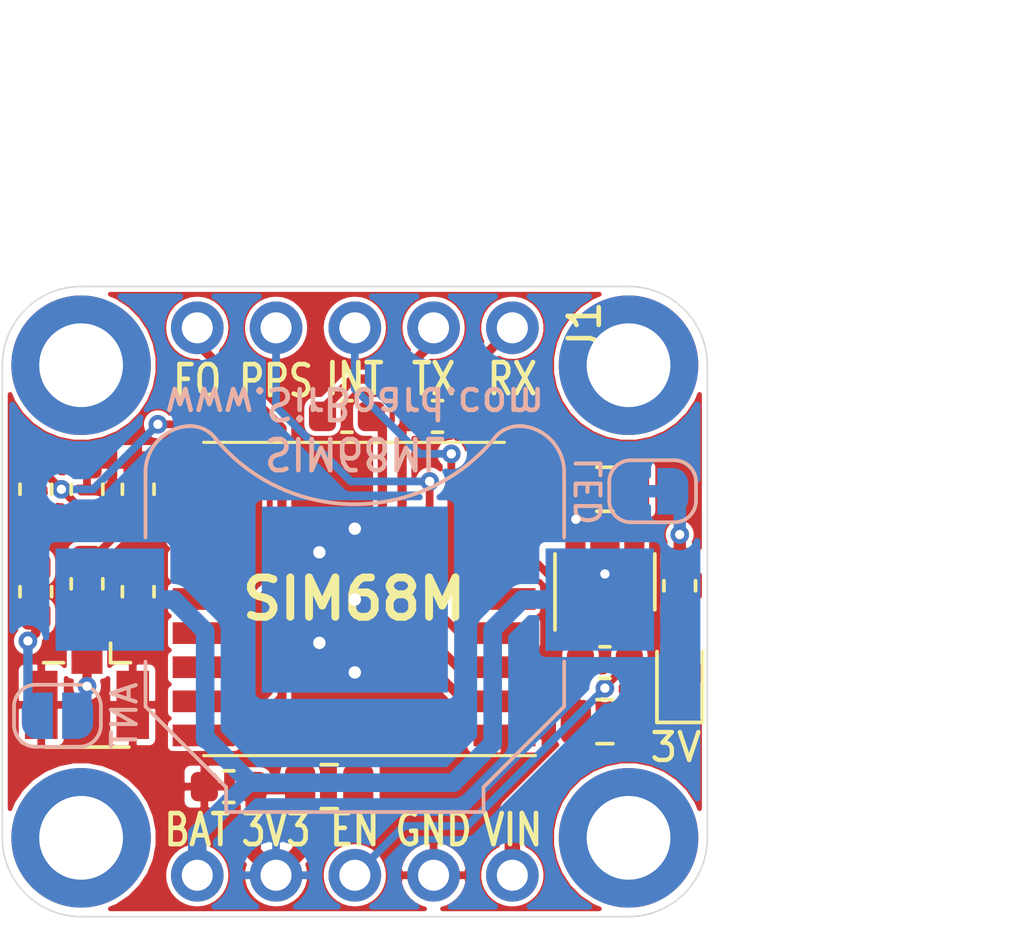
<source format=kicad_pcb>
(kicad_pcb (version 20171130) (host pcbnew "(5.1.2)-2")

  (general
    (thickness 1.6)
    (drawings 25)
    (tracks 124)
    (zones 0)
    (modules 27)
    (nets 27)
  )

  (page User 132.004 102.006)
  (title_block
    (title "SIM68ML Based GPS+GNSS Module")
    (date 2019-10-31)
    (rev 1)
    (company SirBoard)
    (comment 1 "SIM68ML is based on the MT3333 Chipset")
    (comment 2 "Breadboard Friendly Micro GPS+GNSS Module")
  )

  (layers
    (0 F.Cu signal)
    (31 B.Cu signal)
    (32 B.Adhes user hide)
    (33 F.Adhes user hide)
    (34 B.Paste user hide)
    (35 F.Paste user hide)
    (36 B.SilkS user)
    (37 F.SilkS user)
    (38 B.Mask user hide)
    (39 F.Mask user hide)
    (40 Dwgs.User user)
    (41 Cmts.User user hide)
    (42 Eco1.User user hide)
    (43 Eco2.User user hide)
    (44 Edge.Cuts user)
    (45 Margin user hide)
    (46 B.CrtYd user hide)
    (47 F.CrtYd user hide)
    (48 B.Fab user hide)
    (49 F.Fab user hide)
  )

  (setup
    (last_trace_width 0.4)
    (user_trace_width 0.127)
    (user_trace_width 0.15)
    (user_trace_width 0.2)
    (user_trace_width 0.25)
    (user_trace_width 0.3)
    (user_trace_width 0.4)
    (user_trace_width 0.5)
    (user_trace_width 0.6)
    (user_trace_width 0.7)
    (user_trace_width 0.8)
    (user_trace_width 0.9)
    (user_trace_width 1)
    (trace_clearance 0.127)
    (zone_clearance 0.15)
    (zone_45_only no)
    (trace_min 0.127)
    (via_size 0.6)
    (via_drill 0.3)
    (via_min_size 0.6)
    (via_min_drill 0.3)
    (user_via 0.6 0.3)
    (user_via 0.8 0.4)
    (user_via 1 0.5)
    (user_via 3.5 2.5)
    (uvia_size 0.45)
    (uvia_drill 0.2)
    (uvias_allowed no)
    (uvia_min_size 0.45)
    (uvia_min_drill 0.1)
    (edge_width 0.05)
    (segment_width 0.2)
    (pcb_text_width 0.3)
    (pcb_text_size 1.5 1.5)
    (mod_edge_width 0.12)
    (mod_text_size 1 1)
    (mod_text_width 0.15)
    (pad_size 6 6)
    (pad_drill 0)
    (pad_to_mask_clearance 0)
    (solder_mask_min_width 0.1)
    (aux_axis_origin 0 0)
    (visible_elements 7FFFFFFF)
    (pcbplotparams
      (layerselection 0x010f0_ffffffff)
      (usegerberextensions false)
      (usegerberattributes false)
      (usegerberadvancedattributes false)
      (creategerberjobfile false)
      (excludeedgelayer true)
      (linewidth 0.100000)
      (plotframeref false)
      (viasonmask false)
      (mode 1)
      (useauxorigin true)
      (hpglpennumber 1)
      (hpglpenspeed 20)
      (hpglpendiameter 15.000000)
      (psnegative false)
      (psa4output false)
      (plotreference true)
      (plotvalue false)
      (plotinvisibletext false)
      (padsonsilk false)
      (subtractmaskfromsilk false)
      (outputformat 1)
      (mirror false)
      (drillshape 0)
      (scaleselection 1)
      (outputdirectory "C:/Users/elisha3/Desktop/GitHub/Gerbers/SirMicro/"))
  )

  (net 0 "")
  (net 1 GND)
  (net 2 "Net-(L1-Pad2)")
  (net 3 3V3)
  (net 4 VIN)
  (net 5 "Net-(AE1-Pad1)")
  (net 6 "Net-(C5-Pad1)")
  (net 7 "Net-(IC1-Pad17)")
  (net 8 "Net-(IC1-Pad16)")
  (net 9 "Net-(IC1-Pad15)")
  (net 10 "Net-(IC1-Pad13)")
  (net 11 "Net-(IC1-Pad9)")
  (net 12 "Net-(IC1-Pad7)")
  (net 13 INT)
  (net 14 PPS)
  (net 15 "Net-(IC1-Pad3)")
  (net 16 "Net-(IC1-Pad2)")
  (net 17 EN)
  (net 18 RXD0)
  (net 19 TXD0)
  (net 20 VBAT)
  (net 21 "Net-(C6-Pad2)")
  (net 22 F_O)
  (net 23 "Net-(JP1-Pad1)")
  (net 24 "Net-(U1-Pad4)")
  (net 25 "Net-(D1-Pad2)")
  (net 26 "Net-(JP2-Pad2)")

  (net_class Default "This is the default net class."
    (clearance 0.127)
    (trace_width 0.127)
    (via_dia 0.6)
    (via_drill 0.3)
    (uvia_dia 0.45)
    (uvia_drill 0.2)
    (add_net 3V3)
    (add_net EN)
    (add_net F_O)
    (add_net GND)
    (add_net INT)
    (add_net "Net-(AE1-Pad1)")
    (add_net "Net-(C5-Pad1)")
    (add_net "Net-(C6-Pad2)")
    (add_net "Net-(D1-Pad2)")
    (add_net "Net-(IC1-Pad13)")
    (add_net "Net-(IC1-Pad15)")
    (add_net "Net-(IC1-Pad16)")
    (add_net "Net-(IC1-Pad17)")
    (add_net "Net-(IC1-Pad2)")
    (add_net "Net-(IC1-Pad3)")
    (add_net "Net-(IC1-Pad7)")
    (add_net "Net-(IC1-Pad9)")
    (add_net "Net-(JP1-Pad1)")
    (add_net "Net-(JP2-Pad2)")
    (add_net "Net-(L1-Pad2)")
    (add_net "Net-(U1-Pad4)")
    (add_net PPS)
    (add_net RXD0)
    (add_net TXD0)
    (add_net VBAT)
    (add_net VIN)
  )

  (module Jumper:SolderJumper-2_P1.3mm_Bridged_RoundedPad1.0x1.5mm (layer B.Cu) (tedit 5DE82FB9) (tstamp 5DE83E6C)
    (at 73.04 33.274)
    (descr "SMD Solder Jumper, 1x1.5mm, rounded Pads, 0.3mm gap, bridged with 1 copper strip")
    (tags "solder jumper open")
    (path /5DF32687)
    (attr virtual)
    (fp_text reference LED (at -2.047 0 90) (layer B.SilkS)
      (effects (font (size 0.8 0.8) (thickness 0.13)) (justify mirror))
    )
    (fp_text value SolderJumper_2_Bridged (at 0 -1.9) (layer B.Fab)
      (effects (font (size 1 1) (thickness 0.15)) (justify mirror))
    )
    (fp_poly (pts (xy 0.25 0.2) (xy -0.25 0.2) (xy -0.25 -0.2) (xy 0.25 -0.2)) (layer B.Cu) (width 0))
    (fp_line (start 1.65 -1.25) (end -1.65 -1.25) (layer B.CrtYd) (width 0.05))
    (fp_line (start 1.65 -1.25) (end 1.65 1.25) (layer B.CrtYd) (width 0.05))
    (fp_line (start -1.65 1.25) (end -1.65 -1.25) (layer B.CrtYd) (width 0.05))
    (fp_line (start -1.65 1.25) (end 1.65 1.25) (layer B.CrtYd) (width 0.05))
    (fp_line (start -0.7 1) (end 0.7 1) (layer B.SilkS) (width 0.12))
    (fp_line (start 1.4 0.3) (end 1.4 -0.3) (layer B.SilkS) (width 0.12))
    (fp_line (start 0.7 -1) (end -0.7 -1) (layer B.SilkS) (width 0.12))
    (fp_line (start -1.4 -0.3) (end -1.4 0.3) (layer B.SilkS) (width 0.12))
    (fp_arc (start -0.7 0.3) (end -0.7 1) (angle 90) (layer B.SilkS) (width 0.12))
    (fp_arc (start -0.7 -0.3) (end -1.4 -0.3) (angle 90) (layer B.SilkS) (width 0.12))
    (fp_arc (start 0.7 -0.3) (end 0.7 -1) (angle 90) (layer B.SilkS) (width 0.12))
    (fp_arc (start 0.7 0.3) (end 1.4 0.3) (angle 90) (layer B.SilkS) (width 0.12))
    (fp_poly (pts (xy 0.25 0.2) (xy -0.25 0.2) (xy -0.25 -0.2) (xy 0.25 -0.2)) (layer B.Mask) (width 0))
    (pad 1 smd custom (at -0.65 0) (size 1 0.5) (layers B.Cu B.Mask)
      (net 3 3V3) (zone_connect 2)
      (options (clearance outline) (anchor rect))
      (primitives
        (gr_circle (center 0 -0.25) (end 0.5 -0.25) (width 0))
        (gr_circle (center 0 0.25) (end 0.5 0.25) (width 0))
        (gr_poly (pts
           (xy 0 0.75) (xy 0.5 0.75) (xy 0.5 -0.75) (xy 0 -0.75)) (width 0))
      ))
    (pad 2 smd custom (at 0.65 0) (size 1 0.5) (layers B.Cu B.Mask)
      (net 26 "Net-(JP2-Pad2)") (zone_connect 2)
      (options (clearance outline) (anchor rect))
      (primitives
        (gr_circle (center 0 -0.25) (end 0.5 -0.25) (width 0))
        (gr_circle (center 0 0.25) (end 0.5 0.25) (width 0))
        (gr_poly (pts
           (xy 0 0.75) (xy -0.5 0.75) (xy -0.5 -0.75) (xy 0 -0.75)) (width 0))
      ))
  )

  (module Resistor_SMD:R_0603_1608Metric (layer F.Cu) (tedit 5B301BBD) (tstamp 5DE83F3D)
    (at 73.914 36.322 90)
    (descr "Resistor SMD 0603 (1608 Metric), square (rectangular) end terminal, IPC_7351 nominal, (Body size source: http://www.tortai-tech.com/upload/download/2011102023233369053.pdf), generated with kicad-footprint-generator")
    (tags resistor)
    (path /5DF1FCDE)
    (attr smd)
    (fp_text reference R6 (at 0 -0.01 90) (layer F.SilkS) hide
      (effects (font (size 1 1) (thickness 0.15)))
    )
    (fp_text value 10R (at 0 1.43 90) (layer F.Fab)
      (effects (font (size 1 1) (thickness 0.15)))
    )
    (fp_text user %R (at 0 0 90) (layer F.Fab)
      (effects (font (size 0.4 0.4) (thickness 0.06)))
    )
    (fp_line (start 1.48 0.73) (end -1.48 0.73) (layer F.CrtYd) (width 0.05))
    (fp_line (start 1.48 -0.73) (end 1.48 0.73) (layer F.CrtYd) (width 0.05))
    (fp_line (start -1.48 -0.73) (end 1.48 -0.73) (layer F.CrtYd) (width 0.05))
    (fp_line (start -1.48 0.73) (end -1.48 -0.73) (layer F.CrtYd) (width 0.05))
    (fp_line (start -0.162779 0.51) (end 0.162779 0.51) (layer F.SilkS) (width 0.12))
    (fp_line (start -0.162779 -0.51) (end 0.162779 -0.51) (layer F.SilkS) (width 0.12))
    (fp_line (start 0.8 0.4) (end -0.8 0.4) (layer F.Fab) (width 0.1))
    (fp_line (start 0.8 -0.4) (end 0.8 0.4) (layer F.Fab) (width 0.1))
    (fp_line (start -0.8 -0.4) (end 0.8 -0.4) (layer F.Fab) (width 0.1))
    (fp_line (start -0.8 0.4) (end -0.8 -0.4) (layer F.Fab) (width 0.1))
    (pad 2 smd roundrect (at 0.7875 0 90) (size 0.875 0.95) (layers F.Cu F.Paste F.Mask) (roundrect_rratio 0.25)
      (net 26 "Net-(JP2-Pad2)"))
    (pad 1 smd roundrect (at -0.7875 0 90) (size 0.875 0.95) (layers F.Cu F.Paste F.Mask) (roundrect_rratio 0.25)
      (net 25 "Net-(D1-Pad2)"))
    (model ${KISYS3DMOD}/Resistor_SMD.3dshapes/R_0603_1608Metric.wrl
      (at (xyz 0 0 0))
      (scale (xyz 1 1 1))
      (rotate (xyz 0 0 0))
    )
  )

  (module LED_SMD:LED_0603_1608Metric (layer F.Cu) (tedit 5B301BBE) (tstamp 5DE83D75)
    (at 73.914 39.243 90)
    (descr "LED SMD 0603 (1608 Metric), square (rectangular) end terminal, IPC_7351 nominal, (Body size source: http://www.tortai-tech.com/upload/download/2011102023233369053.pdf), generated with kicad-footprint-generator")
    (tags diode)
    (path /5DF220F7)
    (attr smd)
    (fp_text reference 3V (at -2.286 -0.127 180) (layer F.SilkS)
      (effects (font (size 0.9 0.9) (thickness 0.14)))
    )
    (fp_text value LED (at 0 1.43 90) (layer F.Fab)
      (effects (font (size 1 1) (thickness 0.15)))
    )
    (fp_text user %R (at 0 0 90) (layer F.Fab)
      (effects (font (size 0.4 0.4) (thickness 0.06)))
    )
    (fp_line (start 1.48 0.73) (end -1.48 0.73) (layer F.CrtYd) (width 0.05))
    (fp_line (start 1.48 -0.73) (end 1.48 0.73) (layer F.CrtYd) (width 0.05))
    (fp_line (start -1.48 -0.73) (end 1.48 -0.73) (layer F.CrtYd) (width 0.05))
    (fp_line (start -1.48 0.73) (end -1.48 -0.73) (layer F.CrtYd) (width 0.05))
    (fp_line (start -1.485 0.735) (end 0.8 0.735) (layer F.SilkS) (width 0.12))
    (fp_line (start -1.485 -0.735) (end -1.485 0.735) (layer F.SilkS) (width 0.12))
    (fp_line (start 0.8 -0.735) (end -1.485 -0.735) (layer F.SilkS) (width 0.12))
    (fp_line (start 0.8 0.4) (end 0.8 -0.4) (layer F.Fab) (width 0.1))
    (fp_line (start -0.8 0.4) (end 0.8 0.4) (layer F.Fab) (width 0.1))
    (fp_line (start -0.8 -0.1) (end -0.8 0.4) (layer F.Fab) (width 0.1))
    (fp_line (start -0.5 -0.4) (end -0.8 -0.1) (layer F.Fab) (width 0.1))
    (fp_line (start 0.8 -0.4) (end -0.5 -0.4) (layer F.Fab) (width 0.1))
    (pad 2 smd roundrect (at 0.7875 0 90) (size 0.875 0.95) (layers F.Cu F.Paste F.Mask) (roundrect_rratio 0.25)
      (net 25 "Net-(D1-Pad2)"))
    (pad 1 smd roundrect (at -0.7875 0 90) (size 0.875 0.95) (layers F.Cu F.Paste F.Mask) (roundrect_rratio 0.25)
      (net 1 GND))
    (model ${KISYS3DMOD}/LED_SMD.3dshapes/LED_0603_1608Metric.wrl
      (at (xyz 0 0 0))
      (scale (xyz 1 1 1))
      (rotate (xyz 0 0 0))
    )
  )

  (module Package_TO_SOT_SMD:SOT-23-5 (layer F.Cu) (tedit 5A02FF57) (tstamp 5DE83581)
    (at 71.501 36.195 90)
    (descr "5-pin SOT23 package")
    (tags SOT-23-5)
    (path /5DEF9F5A)
    (attr smd)
    (fp_text reference U1 (at 0 0 270) (layer F.SilkS) hide
      (effects (font (size 1 1) (thickness 0.15)))
    )
    (fp_text value AP2127K-3.3 (at 0 2.9 90) (layer F.Fab)
      (effects (font (size 1 1) (thickness 0.15)))
    )
    (fp_line (start 0.9 -1.55) (end 0.9 1.55) (layer F.Fab) (width 0.1))
    (fp_line (start 0.9 1.55) (end -0.9 1.55) (layer F.Fab) (width 0.1))
    (fp_line (start -0.9 -0.9) (end -0.9 1.55) (layer F.Fab) (width 0.1))
    (fp_line (start 0.9 -1.55) (end -0.25 -1.55) (layer F.Fab) (width 0.1))
    (fp_line (start -0.9 -0.9) (end -0.25 -1.55) (layer F.Fab) (width 0.1))
    (fp_line (start -1.9 1.8) (end -1.9 -1.8) (layer F.CrtYd) (width 0.05))
    (fp_line (start 1.9 1.8) (end -1.9 1.8) (layer F.CrtYd) (width 0.05))
    (fp_line (start 1.9 -1.8) (end 1.9 1.8) (layer F.CrtYd) (width 0.05))
    (fp_line (start -1.9 -1.8) (end 1.9 -1.8) (layer F.CrtYd) (width 0.05))
    (fp_line (start 0.9 -1.61) (end -1.55 -1.61) (layer F.SilkS) (width 0.12))
    (fp_line (start -0.9 1.61) (end 0.9 1.61) (layer F.SilkS) (width 0.12))
    (fp_text user %R (at 0 0) (layer F.Fab)
      (effects (font (size 0.5 0.5) (thickness 0.075)))
    )
    (pad 5 smd rect (at 1.1 -0.95 90) (size 1.06 0.65) (layers F.Cu F.Paste F.Mask)
      (net 3 3V3))
    (pad 4 smd rect (at 1.1 0.95 90) (size 1.06 0.65) (layers F.Cu F.Paste F.Mask)
      (net 24 "Net-(U1-Pad4)"))
    (pad 3 smd rect (at -1.1 0.95 90) (size 1.06 0.65) (layers F.Cu F.Paste F.Mask)
      (net 17 EN))
    (pad 2 smd rect (at -1.1 0 90) (size 1.06 0.65) (layers F.Cu F.Paste F.Mask)
      (net 1 GND))
    (pad 1 smd rect (at -1.1 -0.95 90) (size 1.06 0.65) (layers F.Cu F.Paste F.Mask)
      (net 4 VIN))
    (model ${KISYS3DMOD}/Package_TO_SOT_SMD.3dshapes/SOT-23-5.wrl
      (at (xyz 0 0 0))
      (scale (xyz 1 1 1))
      (rotate (xyz 0 0 0))
    )
  )

  (module Jumper:SolderJumper-2_P1.3mm_Open_RoundedPad1.0x1.5mm (layer B.Cu) (tedit 5B391E66) (tstamp 5DBB734E)
    (at 53.848 40.513)
    (descr "SMD Solder Jumper, 1x1.5mm, rounded Pads, 0.3mm gap, open")
    (tags "solder jumper open")
    (path /5DBB7972)
    (attr virtual)
    (fp_text reference ANT (at 2.159 0 90) (layer B.SilkS)
      (effects (font (size 0.8 0.8) (thickness 0.13)) (justify mirror))
    )
    (fp_text value SolderJumper_2_Open (at 0 -1.9) (layer B.Fab)
      (effects (font (size 1 1) (thickness 0.15)) (justify mirror))
    )
    (fp_line (start 1.65 -1.25) (end -1.65 -1.25) (layer B.CrtYd) (width 0.05))
    (fp_line (start 1.65 -1.25) (end 1.65 1.25) (layer B.CrtYd) (width 0.05))
    (fp_line (start -1.65 1.25) (end -1.65 -1.25) (layer B.CrtYd) (width 0.05))
    (fp_line (start -1.65 1.25) (end 1.65 1.25) (layer B.CrtYd) (width 0.05))
    (fp_line (start -0.7 1) (end 0.7 1) (layer B.SilkS) (width 0.12))
    (fp_line (start 1.4 0.3) (end 1.4 -0.3) (layer B.SilkS) (width 0.12))
    (fp_line (start 0.7 -1) (end -0.7 -1) (layer B.SilkS) (width 0.12))
    (fp_line (start -1.4 -0.3) (end -1.4 0.3) (layer B.SilkS) (width 0.12))
    (fp_arc (start -0.7 0.3) (end -0.7 1) (angle 90) (layer B.SilkS) (width 0.12))
    (fp_arc (start -0.7 -0.3) (end -1.4 -0.3) (angle 90) (layer B.SilkS) (width 0.12))
    (fp_arc (start 0.7 -0.3) (end 0.7 -1) (angle 90) (layer B.SilkS) (width 0.12))
    (fp_arc (start 0.7 0.3) (end 1.4 0.3) (angle 90) (layer B.SilkS) (width 0.12))
    (pad 2 smd custom (at 0.65 0) (size 1 0.5) (layers B.Cu B.Mask)
      (net 5 "Net-(AE1-Pad1)") (zone_connect 2)
      (options (clearance outline) (anchor rect))
      (primitives
        (gr_circle (center 0 -0.25) (end 0.5 -0.25) (width 0))
        (gr_circle (center 0 0.25) (end 0.5 0.25) (width 0))
        (gr_poly (pts
           (xy 0 0.75) (xy -0.5 0.75) (xy -0.5 -0.75) (xy 0 -0.75)) (width 0))
      ))
    (pad 1 smd custom (at -0.65 0) (size 1 0.5) (layers B.Cu B.Mask)
      (net 23 "Net-(JP1-Pad1)") (zone_connect 2)
      (options (clearance outline) (anchor rect))
      (primitives
        (gr_circle (center 0 -0.25) (end 0.5 -0.25) (width 0))
        (gr_circle (center 0 0.25) (end 0.5 0.25) (width 0))
        (gr_poly (pts
           (xy 0 0.75) (xy 0.5 0.75) (xy 0.5 -0.75) (xy 0 -0.75)) (width 0))
      ))
  )

  (module SirBoardLibrary:SIM28M (layer F.Cu) (tedit 0) (tstamp 5DBB72F4)
    (at 68.2625 41.798 180)
    (descr SIM28M)
    (tags "Integrated Circuit")
    (path /5DBF66F0)
    (attr smd)
    (fp_text reference IC1 (at 4.85 5.05) (layer F.SilkS) hide
      (effects (font (size 1.27 1.27) (thickness 0.254)))
    )
    (fp_text value SIM68M (at 4.85 5.05) (layer F.SilkS)
      (effects (font (size 1.27 1.27) (thickness 0.254)))
    )
    (fp_text user %R (at 4.85 5.05) (layer F.Fab)
      (effects (font (size 1.27 1.27) (thickness 0.254)))
    )
    (fp_line (start 0 0) (end 9.7 0) (layer F.Fab) (width 0.2))
    (fp_line (start 9.7 0) (end 9.7 10.1) (layer F.Fab) (width 0.2))
    (fp_line (start 9.7 10.1) (end 0 10.1) (layer F.Fab) (width 0.2))
    (fp_line (start 0 10.1) (end 0 0) (layer F.Fab) (width 0.2))
    (fp_line (start -2 -1) (end 11.7 -1) (layer F.CrtYd) (width 0.1))
    (fp_line (start 11.7 -1) (end 11.7 11.1) (layer F.CrtYd) (width 0.1))
    (fp_line (start 11.7 11.1) (end -2 11.1) (layer F.CrtYd) (width 0.1))
    (fp_line (start -2 11.1) (end -2 -1) (layer F.CrtYd) (width 0.1))
    (fp_line (start 0 10.1) (end 9.7 10.1) (layer F.SilkS) (width 0.1))
    (fp_line (start -1 0) (end 9.7 0) (layer F.SilkS) (width 0.1))
    (fp_line (start 2 0) (end 0 2) (layer F.Fab) (width 0.2))
    (pad 1 smd rect (at 0 0.65 270) (size 0.7 2) (layers F.Cu F.Paste F.Mask)
      (net 1 GND))
    (pad 2 smd rect (at 0 1.75 270) (size 0.7 2) (layers F.Cu F.Paste F.Mask)
      (net 16 "Net-(IC1-Pad2)"))
    (pad 3 smd rect (at 0 2.85 270) (size 0.7 2) (layers F.Cu F.Paste F.Mask)
      (net 15 "Net-(IC1-Pad3)"))
    (pad 4 smd rect (at 0 3.95 270) (size 0.7 2) (layers F.Cu F.Paste F.Mask)
      (net 14 PPS))
    (pad 5 smd rect (at 0 5.05 270) (size 0.7 2) (layers F.Cu F.Paste F.Mask)
      (net 13 INT))
    (pad 6 smd rect (at 0 6.15 270) (size 0.7 2) (layers F.Cu F.Paste F.Mask)
      (net 20 VBAT))
    (pad 7 smd rect (at 0 7.25 270) (size 0.7 2) (layers F.Cu F.Paste F.Mask)
      (net 12 "Net-(IC1-Pad7)"))
    (pad 8 smd rect (at 0 8.35 270) (size 0.7 2) (layers F.Cu F.Paste F.Mask)
      (net 3 3V3))
    (pad 9 smd rect (at 0 9.45 270) (size 0.7 2) (layers F.Cu F.Paste F.Mask)
      (net 11 "Net-(IC1-Pad9)"))
    (pad 10 smd rect (at 9.7 9.45 270) (size 0.7 2) (layers F.Cu F.Paste F.Mask)
      (net 1 GND))
    (pad 11 smd rect (at 9.7 8.35 270) (size 0.7 2) (layers F.Cu F.Paste F.Mask)
      (net 6 "Net-(C5-Pad1)"))
    (pad 12 smd rect (at 9.7 7.25 270) (size 0.7 2) (layers F.Cu F.Paste F.Mask)
      (net 1 GND))
    (pad 13 smd rect (at 9.7 6.15 270) (size 0.7 2) (layers F.Cu F.Paste F.Mask)
      (net 10 "Net-(IC1-Pad13)"))
    (pad 14 smd rect (at 9.7 5.05 270) (size 0.7 2) (layers F.Cu F.Paste F.Mask)
      (net 21 "Net-(C6-Pad2)"))
    (pad 15 smd rect (at 9.7 3.95 270) (size 0.7 2) (layers F.Cu F.Paste F.Mask)
      (net 9 "Net-(IC1-Pad15)"))
    (pad 16 smd rect (at 9.7 2.85 270) (size 0.7 2) (layers F.Cu F.Paste F.Mask)
      (net 8 "Net-(IC1-Pad16)"))
    (pad 17 smd rect (at 9.7 1.75 270) (size 0.7 2) (layers F.Cu F.Paste F.Mask)
      (net 7 "Net-(IC1-Pad17)"))
    (pad 18 smd rect (at 9.7 0.65 270) (size 0.7 2) (layers F.Cu F.Paste F.Mask)
      (net 22 F_O))
  )

  (module Connector_PinHeader_2.54mm:PinHeader_1x05_P2.54mm_Vertical (layer F.Cu) (tedit 5DB8B473) (tstamp 5DB9486D)
    (at 68.5165 45.6565 270)
    (descr "Through hole straight pin header, 1x05, 2.54mm pitch, single row")
    (tags "Through hole pin header THT 1x05 2.54mm single row")
    (path /5DBCEDAD)
    (fp_text reference J2 (at 0 -1.524 270) (layer F.SilkS) hide
      (effects (font (size 1 1) (thickness 0.15)))
    )
    (fp_text value Conn_01x05 (at 0 12.49 270) (layer F.Fab)
      (effects (font (size 1 1) (thickness 0.15)))
    )
    (fp_text user %R (at 0 5.08 180) (layer F.Fab)
      (effects (font (size 1 1) (thickness 0.15)))
    )
    (fp_line (start 1.8 -1.8) (end -1.8 -1.8) (layer F.CrtYd) (width 0.05))
    (fp_line (start 1.8 11.95) (end 1.8 -1.8) (layer F.CrtYd) (width 0.05))
    (fp_line (start -1.8 11.95) (end 1.8 11.95) (layer F.CrtYd) (width 0.05))
    (fp_line (start -1.8 -1.8) (end -1.8 11.95) (layer F.CrtYd) (width 0.05))
    (fp_line (start -1.27 -0.635) (end -0.635 -1.27) (layer F.Fab) (width 0.1))
    (fp_line (start -1.27 11.43) (end -1.27 -0.635) (layer F.Fab) (width 0.1))
    (fp_line (start 1.27 11.43) (end -1.27 11.43) (layer F.Fab) (width 0.1))
    (fp_line (start 1.27 -1.27) (end 1.27 11.43) (layer F.Fab) (width 0.1))
    (fp_line (start -0.635 -1.27) (end 1.27 -1.27) (layer F.Fab) (width 0.1))
    (pad 5 thru_hole oval (at 0 10.16 270) (size 1.7 1.7) (drill 1) (layers *.Cu *.Mask)
      (net 20 VBAT))
    (pad 4 thru_hole oval (at 0 7.62 270) (size 1.7 1.7) (drill 1) (layers *.Cu *.Mask)
      (net 3 3V3))
    (pad 3 thru_hole oval (at 0 5.08 270) (size 1.7 1.7) (drill 1) (layers *.Cu *.Mask)
      (net 17 EN))
    (pad 2 thru_hole oval (at 0 2.54 270) (size 1.7 1.7) (drill 1) (layers *.Cu *.Mask)
      (net 1 GND))
    (pad 1 thru_hole circle (at 0 0 270) (size 1.7 1.7) (drill 1) (layers *.Cu *.Mask)
      (net 4 VIN))
    (model ${KISYS3DMOD}/Connector_PinHeader_2.54mm.3dshapes/PinHeader_1x05_P2.54mm_Vertical.wrl
      (at (xyz 0 0 0))
      (scale (xyz 1 1 1))
      (rotate (xyz 0 0 0))
    )
  )

  (module Connector_PinHeader_2.54mm:PinHeader_1x05_P2.54mm_Vertical (layer F.Cu) (tedit 5DB8B47D) (tstamp 5DB94854)
    (at 68.5165 28.0035 270)
    (descr "Through hole straight pin header, 1x05, 2.54mm pitch, single row")
    (tags "Through hole pin header THT 1x05 2.54mm single row")
    (path /5DBB2595)
    (fp_text reference J1 (at 0 -2.33 270) (layer F.SilkS)
      (effects (font (size 1 1) (thickness 0.15)))
    )
    (fp_text value Conn_01x05 (at 0 12.49 270) (layer F.Fab)
      (effects (font (size 1 1) (thickness 0.15)))
    )
    (fp_text user %R (at 0 5.08 180) (layer F.Fab)
      (effects (font (size 1 1) (thickness 0.15)))
    )
    (fp_line (start 1.8 -1.8) (end -1.8 -1.8) (layer F.CrtYd) (width 0.05))
    (fp_line (start 1.8 11.95) (end 1.8 -1.8) (layer F.CrtYd) (width 0.05))
    (fp_line (start -1.8 11.95) (end 1.8 11.95) (layer F.CrtYd) (width 0.05))
    (fp_line (start -1.8 -1.8) (end -1.8 11.95) (layer F.CrtYd) (width 0.05))
    (fp_line (start -1.27 -0.635) (end -0.635 -1.27) (layer F.Fab) (width 0.1))
    (fp_line (start -1.27 11.43) (end -1.27 -0.635) (layer F.Fab) (width 0.1))
    (fp_line (start 1.27 11.43) (end -1.27 11.43) (layer F.Fab) (width 0.1))
    (fp_line (start 1.27 -1.27) (end 1.27 11.43) (layer F.Fab) (width 0.1))
    (fp_line (start -0.635 -1.27) (end 1.27 -1.27) (layer F.Fab) (width 0.1))
    (pad 5 thru_hole oval (at 0 10.16 270) (size 1.7 1.7) (drill 1) (layers *.Cu *.Mask)
      (net 22 F_O))
    (pad 4 thru_hole oval (at 0 7.62 270) (size 1.7 1.7) (drill 1) (layers *.Cu *.Mask)
      (net 14 PPS))
    (pad 3 thru_hole oval (at 0 5.08 270) (size 1.7 1.7) (drill 1) (layers *.Cu *.Mask)
      (net 13 INT))
    (pad 2 thru_hole oval (at 0 2.54 270) (size 1.7 1.7) (drill 1) (layers *.Cu *.Mask)
      (net 19 TXD0))
    (pad 1 thru_hole circle (at 0 0 270) (size 1.7 1.7) (drill 1) (layers *.Cu *.Mask)
      (net 18 RXD0))
    (model ${KISYS3DMOD}/Connector_PinHeader_2.54mm.3dshapes/PinHeader_1x05_P2.54mm_Vertical.wrl
      (at (xyz 0 0 0))
      (scale (xyz 1 1 1))
      (rotate (xyz 0 0 0))
    )
  )

  (module MountingHole:MountingHole_2.7mm_M2.5_ISO14580_Pad (layer F.Cu) (tedit 56D1B4CB) (tstamp 5DB8BDE8)
    (at 54.61 29.21 270)
    (descr "Mounting Hole 2.7mm, M2.5, ISO14580")
    (tags "mounting hole 2.7mm m2.5 iso14580")
    (path /5DB97005)
    (attr virtual)
    (fp_text reference H4 (at 0 -0.335 90) (layer F.SilkS) hide
      (effects (font (size 1 1) (thickness 0.15)))
    )
    (fp_text value MountingHole (at 0 3.25 90) (layer F.Fab)
      (effects (font (size 1 1) (thickness 0.15)))
    )
    (fp_circle (center 0 0) (end 2.5 0) (layer F.CrtYd) (width 0.05))
    (fp_circle (center 0 0) (end 2.25 0) (layer Cmts.User) (width 0.15))
    (fp_text user %R (at 0.3 0 90) (layer F.Fab)
      (effects (font (size 1 1) (thickness 0.15)))
    )
    (pad 1 thru_hole circle (at 0 0 270) (size 4.5 4.5) (drill 2.7) (layers *.Cu *.Mask))
  )

  (module MountingHole:MountingHole_2.7mm_M2.5_ISO14580_Pad (layer F.Cu) (tedit 56D1B4CB) (tstamp 5DB8BDE0)
    (at 72.263 44.45 270)
    (descr "Mounting Hole 2.7mm, M2.5, ISO14580")
    (tags "mounting hole 2.7mm m2.5 iso14580")
    (path /5DB9577B)
    (attr virtual)
    (fp_text reference H3 (at 0 0 90) (layer F.SilkS) hide
      (effects (font (size 1 1) (thickness 0.15)))
    )
    (fp_text value MountingHole (at 0 3.25 90) (layer F.Fab)
      (effects (font (size 1 1) (thickness 0.15)))
    )
    (fp_circle (center 0 0) (end 2.5 0) (layer F.CrtYd) (width 0.05))
    (fp_circle (center 0 0) (end 2.25 0) (layer Cmts.User) (width 0.15))
    (fp_text user %R (at 0.3 0 90) (layer F.Fab)
      (effects (font (size 1 1) (thickness 0.15)))
    )
    (pad 1 thru_hole circle (at 0 0 270) (size 4.5 4.5) (drill 2.7) (layers *.Cu *.Mask))
  )

  (module MountingHole:MountingHole_2.7mm_M2.5_ISO14580_Pad (layer F.Cu) (tedit 56D1B4CB) (tstamp 5DB8BDD8)
    (at 72.263 29.21 270)
    (descr "Mounting Hole 2.7mm, M2.5, ISO14580")
    (tags "mounting hole 2.7mm m2.5 iso14580")
    (path /5DB93F2F)
    (attr virtual)
    (fp_text reference H2 (at 0 -0.335 90) (layer F.SilkS) hide
      (effects (font (size 1 1) (thickness 0.15)))
    )
    (fp_text value MountingHole (at 0 3.25 90) (layer F.Fab)
      (effects (font (size 1 1) (thickness 0.15)))
    )
    (fp_circle (center 0 0) (end 2.5 0) (layer F.CrtYd) (width 0.05))
    (fp_circle (center 0 0) (end 2.25 0) (layer Cmts.User) (width 0.15))
    (fp_text user %R (at 0.3 0 90) (layer F.Fab)
      (effects (font (size 1 1) (thickness 0.15)))
    )
    (pad 1 thru_hole circle (at 0 0 270) (size 4.5 4.5) (drill 2.7) (layers *.Cu *.Mask))
  )

  (module MountingHole:MountingHole_2.7mm_M2.5_ISO14580_Pad (layer F.Cu) (tedit 56D1B4CB) (tstamp 5DB8BDD0)
    (at 54.61 44.45 270)
    (descr "Mounting Hole 2.7mm, M2.5, ISO14580")
    (tags "mounting hole 2.7mm m2.5 iso14580")
    (path /5DB93353)
    (attr virtual)
    (fp_text reference H1 (at 0 0 90) (layer F.SilkS) hide
      (effects (font (size 1 1) (thickness 0.15)))
    )
    (fp_text value MountingHole (at 0 3.25 90) (layer F.Fab)
      (effects (font (size 1 1) (thickness 0.15)))
    )
    (fp_circle (center 0 0) (end 2.5 0) (layer F.CrtYd) (width 0.05))
    (fp_circle (center 0 0) (end 2.25 0) (layer Cmts.User) (width 0.15))
    (fp_text user %R (at 0.3 0 90) (layer F.Fab)
      (effects (font (size 1 1) (thickness 0.15)))
    )
    (pad 1 thru_hole circle (at 0 0 270) (size 4.5 4.5) (drill 2.7) (layers *.Cu *.Mask))
  )

  (module Capacitor_SMD:C_0805_2012Metric (layer F.Cu) (tedit 5B36C52B) (tstamp 5DB8B042)
    (at 71.501 33.2105)
    (descr "Capacitor SMD 0805 (2012 Metric), square (rectangular) end terminal, IPC_7351 nominal, (Body size source: https://docs.google.com/spreadsheets/d/1BsfQQcO9C6DZCsRaXUlFlo91Tg2WpOkGARC1WS5S8t0/edit?usp=sharing), generated with kicad-footprint-generator")
    (tags capacitor)
    (path /5DB8E885)
    (attr smd)
    (fp_text reference C4 (at 0.0254 0 90) (layer F.SilkS) hide
      (effects (font (size 1 1) (thickness 0.15)))
    )
    (fp_text value 1uF (at 0 1.65) (layer F.Fab)
      (effects (font (size 1 1) (thickness 0.15)))
    )
    (fp_line (start -1 0.6) (end -1 -0.6) (layer F.Fab) (width 0.1))
    (fp_line (start -1 -0.6) (end 1 -0.6) (layer F.Fab) (width 0.1))
    (fp_line (start 1 -0.6) (end 1 0.6) (layer F.Fab) (width 0.1))
    (fp_line (start 1 0.6) (end -1 0.6) (layer F.Fab) (width 0.1))
    (fp_line (start -0.258578 -0.71) (end 0.258578 -0.71) (layer F.SilkS) (width 0.12))
    (fp_line (start -0.258578 0.71) (end 0.258578 0.71) (layer F.SilkS) (width 0.12))
    (fp_line (start -1.68 0.95) (end -1.68 -0.95) (layer F.CrtYd) (width 0.05))
    (fp_line (start -1.68 -0.95) (end 1.68 -0.95) (layer F.CrtYd) (width 0.05))
    (fp_line (start 1.68 -0.95) (end 1.68 0.95) (layer F.CrtYd) (width 0.05))
    (fp_line (start 1.68 0.95) (end -1.68 0.95) (layer F.CrtYd) (width 0.05))
    (fp_text user %R (at 0 0) (layer F.Fab)
      (effects (font (size 0.5 0.5) (thickness 0.08)))
    )
    (pad 1 smd roundrect (at -0.9375 0) (size 0.975 1.4) (layers F.Cu F.Paste F.Mask) (roundrect_rratio 0.25)
      (net 3 3V3))
    (pad 2 smd roundrect (at 0.9375 0) (size 0.975 1.4) (layers F.Cu F.Paste F.Mask) (roundrect_rratio 0.25)
      (net 1 GND))
    (model ${KISYS3DMOD}/Capacitor_SMD.3dshapes/C_0805_2012Metric.wrl
      (at (xyz 0 0 0))
      (scale (xyz 1 1 1))
      (rotate (xyz 0 0 0))
    )
  )

  (module Resistor_SMD:R_0603_1608Metric (layer F.Cu) (tedit 5B301BBD) (tstamp 5DB8E50C)
    (at 53.1495 33.2105 270)
    (descr "Resistor SMD 0603 (1608 Metric), square (rectangular) end terminal, IPC_7351 nominal, (Body size source: http://www.tortai-tech.com/upload/download/2011102023233369053.pdf), generated with kicad-footprint-generator")
    (tags resistor)
    (path /5DC84464)
    (attr smd)
    (fp_text reference R5 (at 0 0) (layer F.SilkS) hide
      (effects (font (size 1 1) (thickness 0.15)))
    )
    (fp_text value 10R (at 0 1.43 90) (layer F.Fab)
      (effects (font (size 1 1) (thickness 0.15)))
    )
    (fp_line (start -0.8 0.4) (end -0.8 -0.4) (layer F.Fab) (width 0.1))
    (fp_line (start -0.8 -0.4) (end 0.8 -0.4) (layer F.Fab) (width 0.1))
    (fp_line (start 0.8 -0.4) (end 0.8 0.4) (layer F.Fab) (width 0.1))
    (fp_line (start 0.8 0.4) (end -0.8 0.4) (layer F.Fab) (width 0.1))
    (fp_line (start -0.162779 -0.51) (end 0.162779 -0.51) (layer F.SilkS) (width 0.12))
    (fp_line (start -0.162779 0.51) (end 0.162779 0.51) (layer F.SilkS) (width 0.12))
    (fp_line (start -1.48 0.73) (end -1.48 -0.73) (layer F.CrtYd) (width 0.05))
    (fp_line (start -1.48 -0.73) (end 1.48 -0.73) (layer F.CrtYd) (width 0.05))
    (fp_line (start 1.48 -0.73) (end 1.48 0.73) (layer F.CrtYd) (width 0.05))
    (fp_line (start 1.48 0.73) (end -1.48 0.73) (layer F.CrtYd) (width 0.05))
    (fp_text user %R (at 0 0 90) (layer F.Fab)
      (effects (font (size 0.4 0.4) (thickness 0.06)))
    )
    (pad 1 smd roundrect (at -0.7875 0 270) (size 0.875 0.95) (layers F.Cu F.Paste F.Mask) (roundrect_rratio 0.25)
      (net 21 "Net-(C6-Pad2)"))
    (pad 2 smd roundrect (at 0.7875 0 270) (size 0.875 0.95) (layers F.Cu F.Paste F.Mask) (roundrect_rratio 0.25)
      (net 2 "Net-(L1-Pad2)"))
    (model ${KISYS3DMOD}/Resistor_SMD.3dshapes/R_0603_1608Metric.wrl
      (at (xyz 0 0 0))
      (scale (xyz 1 1 1))
      (rotate (xyz 0 0 0))
    )
  )

  (module Resistor_SMD:R_0603_1608Metric (layer F.Cu) (tedit 5B301BBD) (tstamp 5DB8E4FB)
    (at 54.8005 36.2585 270)
    (descr "Resistor SMD 0603 (1608 Metric), square (rectangular) end terminal, IPC_7351 nominal, (Body size source: http://www.tortai-tech.com/upload/download/2011102023233369053.pdf), generated with kicad-footprint-generator")
    (tags resistor)
    (path /5DC8445E)
    (attr smd)
    (fp_text reference R4 (at 0 0) (layer F.SilkS) hide
      (effects (font (size 1 1) (thickness 0.15)))
    )
    (fp_text value 0R (at 0 1.43 90) (layer F.Fab)
      (effects (font (size 1 1) (thickness 0.15)))
    )
    (fp_line (start -0.8 0.4) (end -0.8 -0.4) (layer F.Fab) (width 0.1))
    (fp_line (start -0.8 -0.4) (end 0.8 -0.4) (layer F.Fab) (width 0.1))
    (fp_line (start 0.8 -0.4) (end 0.8 0.4) (layer F.Fab) (width 0.1))
    (fp_line (start 0.8 0.4) (end -0.8 0.4) (layer F.Fab) (width 0.1))
    (fp_line (start -0.162779 -0.51) (end 0.162779 -0.51) (layer F.SilkS) (width 0.12))
    (fp_line (start -0.162779 0.51) (end 0.162779 0.51) (layer F.SilkS) (width 0.12))
    (fp_line (start -1.48 0.73) (end -1.48 -0.73) (layer F.CrtYd) (width 0.05))
    (fp_line (start -1.48 -0.73) (end 1.48 -0.73) (layer F.CrtYd) (width 0.05))
    (fp_line (start 1.48 -0.73) (end 1.48 0.73) (layer F.CrtYd) (width 0.05))
    (fp_line (start 1.48 0.73) (end -1.48 0.73) (layer F.CrtYd) (width 0.05))
    (fp_text user %R (at 0 0 90) (layer F.Fab)
      (effects (font (size 0.4 0.4) (thickness 0.06)))
    )
    (pad 1 smd roundrect (at -0.7875 0 270) (size 0.875 0.95) (layers F.Cu F.Paste F.Mask) (roundrect_rratio 0.25)
      (net 6 "Net-(C5-Pad1)"))
    (pad 2 smd roundrect (at 0.7875 0 270) (size 0.875 0.95) (layers F.Cu F.Paste F.Mask) (roundrect_rratio 0.25)
      (net 5 "Net-(AE1-Pad1)"))
    (model ${KISYS3DMOD}/Resistor_SMD.3dshapes/R_0603_1608Metric.wrl
      (at (xyz 0 0 0))
      (scale (xyz 1 1 1))
      (rotate (xyz 0 0 0))
    )
  )

  (module Resistor_SMD:R_0603_1608Metric (layer F.Cu) (tedit 5B301BBD) (tstamp 5DB8E4EA)
    (at 71.501 38.7985)
    (descr "Resistor SMD 0603 (1608 Metric), square (rectangular) end terminal, IPC_7351 nominal, (Body size source: http://www.tortai-tech.com/upload/download/2011102023233369053.pdf), generated with kicad-footprint-generator")
    (tags resistor)
    (path /5DCC87E2)
    (attr smd)
    (fp_text reference R3 (at 0 0 90) (layer F.SilkS) hide
      (effects (font (size 1 1) (thickness 0.15)))
    )
    (fp_text value 10K (at 0 1.43) (layer F.Fab)
      (effects (font (size 1 1) (thickness 0.15)))
    )
    (fp_line (start -0.8 0.4) (end -0.8 -0.4) (layer F.Fab) (width 0.1))
    (fp_line (start -0.8 -0.4) (end 0.8 -0.4) (layer F.Fab) (width 0.1))
    (fp_line (start 0.8 -0.4) (end 0.8 0.4) (layer F.Fab) (width 0.1))
    (fp_line (start 0.8 0.4) (end -0.8 0.4) (layer F.Fab) (width 0.1))
    (fp_line (start -0.162779 -0.51) (end 0.162779 -0.51) (layer F.SilkS) (width 0.12))
    (fp_line (start -0.162779 0.51) (end 0.162779 0.51) (layer F.SilkS) (width 0.12))
    (fp_line (start -1.48 0.73) (end -1.48 -0.73) (layer F.CrtYd) (width 0.05))
    (fp_line (start -1.48 -0.73) (end 1.48 -0.73) (layer F.CrtYd) (width 0.05))
    (fp_line (start 1.48 -0.73) (end 1.48 0.73) (layer F.CrtYd) (width 0.05))
    (fp_line (start 1.48 0.73) (end -1.48 0.73) (layer F.CrtYd) (width 0.05))
    (fp_text user %R (at 0 0) (layer F.Fab)
      (effects (font (size 0.4 0.4) (thickness 0.06)))
    )
    (pad 1 smd roundrect (at -0.7875 0) (size 0.875 0.95) (layers F.Cu F.Paste F.Mask) (roundrect_rratio 0.25)
      (net 4 VIN))
    (pad 2 smd roundrect (at 0.7875 0) (size 0.875 0.95) (layers F.Cu F.Paste F.Mask) (roundrect_rratio 0.25)
      (net 17 EN))
    (model ${KISYS3DMOD}/Resistor_SMD.3dshapes/R_0603_1608Metric.wrl
      (at (xyz 0 0 0))
      (scale (xyz 1 1 1))
      (rotate (xyz 0 0 0))
    )
  )

  (module Resistor_SMD:R_0603_1608Metric (layer F.Cu) (tedit 5B301BBD) (tstamp 5DB8E4D9)
    (at 63.1825 30.861)
    (descr "Resistor SMD 0603 (1608 Metric), square (rectangular) end terminal, IPC_7351 nominal, (Body size source: http://www.tortai-tech.com/upload/download/2011102023233369053.pdf), generated with kicad-footprint-generator")
    (tags resistor)
    (path /5DC8446A)
    (attr smd)
    (fp_text reference R2 (at 0 0 90) (layer F.SilkS) hide
      (effects (font (size 1 1) (thickness 0.15)))
    )
    (fp_text value 100R (at 0 1.43) (layer F.Fab)
      (effects (font (size 1 1) (thickness 0.15)))
    )
    (fp_line (start -0.8 0.4) (end -0.8 -0.4) (layer F.Fab) (width 0.1))
    (fp_line (start -0.8 -0.4) (end 0.8 -0.4) (layer F.Fab) (width 0.1))
    (fp_line (start 0.8 -0.4) (end 0.8 0.4) (layer F.Fab) (width 0.1))
    (fp_line (start 0.8 0.4) (end -0.8 0.4) (layer F.Fab) (width 0.1))
    (fp_line (start -0.162779 -0.51) (end 0.162779 -0.51) (layer F.SilkS) (width 0.12))
    (fp_line (start -0.162779 0.51) (end 0.162779 0.51) (layer F.SilkS) (width 0.12))
    (fp_line (start -1.48 0.73) (end -1.48 -0.73) (layer F.CrtYd) (width 0.05))
    (fp_line (start -1.48 -0.73) (end 1.48 -0.73) (layer F.CrtYd) (width 0.05))
    (fp_line (start 1.48 -0.73) (end 1.48 0.73) (layer F.CrtYd) (width 0.05))
    (fp_line (start 1.48 0.73) (end -1.48 0.73) (layer F.CrtYd) (width 0.05))
    (fp_text user %R (at 0 0) (layer F.Fab)
      (effects (font (size 0.4 0.4) (thickness 0.06)))
    )
    (pad 1 smd roundrect (at -0.7875 0) (size 0.875 0.95) (layers F.Cu F.Paste F.Mask) (roundrect_rratio 0.25)
      (net 19 TXD0))
    (pad 2 smd roundrect (at 0.7875 0) (size 0.875 0.95) (layers F.Cu F.Paste F.Mask) (roundrect_rratio 0.25)
      (net 16 "Net-(IC1-Pad2)"))
    (model ${KISYS3DMOD}/Resistor_SMD.3dshapes/R_0603_1608Metric.wrl
      (at (xyz 0 0 0))
      (scale (xyz 1 1 1))
      (rotate (xyz 0 0 0))
    )
  )

  (module Resistor_SMD:R_0603_1608Metric (layer F.Cu) (tedit 5B301BBD) (tstamp 5DB8E4C8)
    (at 66.1035 30.861 180)
    (descr "Resistor SMD 0603 (1608 Metric), square (rectangular) end terminal, IPC_7351 nominal, (Body size source: http://www.tortai-tech.com/upload/download/2011102023233369053.pdf), generated with kicad-footprint-generator")
    (tags resistor)
    (path /5DC84458)
    (attr smd)
    (fp_text reference R1 (at 0 0 90) (layer F.SilkS) hide
      (effects (font (size 1 1) (thickness 0.15)))
    )
    (fp_text value 100R (at 0 1.43) (layer F.Fab)
      (effects (font (size 1 1) (thickness 0.15)))
    )
    (fp_line (start -0.8 0.4) (end -0.8 -0.4) (layer F.Fab) (width 0.1))
    (fp_line (start -0.8 -0.4) (end 0.8 -0.4) (layer F.Fab) (width 0.1))
    (fp_line (start 0.8 -0.4) (end 0.8 0.4) (layer F.Fab) (width 0.1))
    (fp_line (start 0.8 0.4) (end -0.8 0.4) (layer F.Fab) (width 0.1))
    (fp_line (start -0.162779 -0.51) (end 0.162779 -0.51) (layer F.SilkS) (width 0.12))
    (fp_line (start -0.162779 0.51) (end 0.162779 0.51) (layer F.SilkS) (width 0.12))
    (fp_line (start -1.48 0.73) (end -1.48 -0.73) (layer F.CrtYd) (width 0.05))
    (fp_line (start -1.48 -0.73) (end 1.48 -0.73) (layer F.CrtYd) (width 0.05))
    (fp_line (start 1.48 -0.73) (end 1.48 0.73) (layer F.CrtYd) (width 0.05))
    (fp_line (start 1.48 0.73) (end -1.48 0.73) (layer F.CrtYd) (width 0.05))
    (fp_text user %R (at 0 0) (layer F.Fab)
      (effects (font (size 0.4 0.4) (thickness 0.06)))
    )
    (pad 1 smd roundrect (at -0.7875 0 180) (size 0.875 0.95) (layers F.Cu F.Paste F.Mask) (roundrect_rratio 0.25)
      (net 18 RXD0))
    (pad 2 smd roundrect (at 0.7875 0 180) (size 0.875 0.95) (layers F.Cu F.Paste F.Mask) (roundrect_rratio 0.25)
      (net 15 "Net-(IC1-Pad3)"))
    (model ${KISYS3DMOD}/Resistor_SMD.3dshapes/R_0603_1608Metric.wrl
      (at (xyz 0 0 0))
      (scale (xyz 1 1 1))
      (rotate (xyz 0 0 0))
    )
  )

  (module Inductor_SMD:L_0603_1608Metric (layer F.Cu) (tedit 5B301BBE) (tstamp 5DB8E4B7)
    (at 53.1495 36.5125 90)
    (descr "Inductor SMD 0603 (1608 Metric), square (rectangular) end terminal, IPC_7351 nominal, (Body size source: http://www.tortai-tech.com/upload/download/2011102023233369053.pdf), generated with kicad-footprint-generator")
    (tags inductor)
    (path /5DC8449D)
    (attr smd)
    (fp_text reference L1 (at -0.0822 0) (layer F.SilkS) hide
      (effects (font (size 1 1) (thickness 0.15)))
    )
    (fp_text value 27n (at 0 1.43 90) (layer F.Fab)
      (effects (font (size 1 1) (thickness 0.15)))
    )
    (fp_line (start -0.8 0.4) (end -0.8 -0.4) (layer F.Fab) (width 0.1))
    (fp_line (start -0.8 -0.4) (end 0.8 -0.4) (layer F.Fab) (width 0.1))
    (fp_line (start 0.8 -0.4) (end 0.8 0.4) (layer F.Fab) (width 0.1))
    (fp_line (start 0.8 0.4) (end -0.8 0.4) (layer F.Fab) (width 0.1))
    (fp_line (start -0.162779 -0.51) (end 0.162779 -0.51) (layer F.SilkS) (width 0.12))
    (fp_line (start -0.162779 0.51) (end 0.162779 0.51) (layer F.SilkS) (width 0.12))
    (fp_line (start -1.48 0.73) (end -1.48 -0.73) (layer F.CrtYd) (width 0.05))
    (fp_line (start -1.48 -0.73) (end 1.48 -0.73) (layer F.CrtYd) (width 0.05))
    (fp_line (start 1.48 -0.73) (end 1.48 0.73) (layer F.CrtYd) (width 0.05))
    (fp_line (start 1.48 0.73) (end -1.48 0.73) (layer F.CrtYd) (width 0.05))
    (fp_text user %R (at 0 0 90) (layer F.Fab)
      (effects (font (size 0.4 0.4) (thickness 0.06)))
    )
    (pad 1 smd roundrect (at -0.7875 0 90) (size 0.875 0.95) (layers F.Cu F.Paste F.Mask) (roundrect_rratio 0.25)
      (net 23 "Net-(JP1-Pad1)"))
    (pad 2 smd roundrect (at 0.7875 0 90) (size 0.875 0.95) (layers F.Cu F.Paste F.Mask) (roundrect_rratio 0.25)
      (net 2 "Net-(L1-Pad2)"))
    (model ${KISYS3DMOD}/Inductor_SMD.3dshapes/L_0603_1608Metric.wrl
      (at (xyz 0 0 0))
      (scale (xyz 1 1 1))
      (rotate (xyz 0 0 0))
    )
  )

  (module Capacitor_SMD:C_0603_1608Metric (layer F.Cu) (tedit 5B301BBE) (tstamp 5DB8E442)
    (at 56.4515 36.5125 270)
    (descr "Capacitor SMD 0603 (1608 Metric), square (rectangular) end terminal, IPC_7351 nominal, (Body size source: http://www.tortai-tech.com/upload/download/2011102023233369053.pdf), generated with kicad-footprint-generator")
    (tags capacitor)
    (path /5DC84488)
    (attr smd)
    (fp_text reference C7 (at 0 0) (layer F.SilkS) hide
      (effects (font (size 1 1) (thickness 0.15)))
    )
    (fp_text value NC (at 0 1.43 90) (layer F.Fab)
      (effects (font (size 1 1) (thickness 0.15)))
    )
    (fp_line (start -0.8 0.4) (end -0.8 -0.4) (layer F.Fab) (width 0.1))
    (fp_line (start -0.8 -0.4) (end 0.8 -0.4) (layer F.Fab) (width 0.1))
    (fp_line (start 0.8 -0.4) (end 0.8 0.4) (layer F.Fab) (width 0.1))
    (fp_line (start 0.8 0.4) (end -0.8 0.4) (layer F.Fab) (width 0.1))
    (fp_line (start -0.162779 -0.51) (end 0.162779 -0.51) (layer F.SilkS) (width 0.12))
    (fp_line (start -0.162779 0.51) (end 0.162779 0.51) (layer F.SilkS) (width 0.12))
    (fp_line (start -1.48 0.73) (end -1.48 -0.73) (layer F.CrtYd) (width 0.05))
    (fp_line (start -1.48 -0.73) (end 1.48 -0.73) (layer F.CrtYd) (width 0.05))
    (fp_line (start 1.48 -0.73) (end 1.48 0.73) (layer F.CrtYd) (width 0.05))
    (fp_line (start 1.48 0.73) (end -1.48 0.73) (layer F.CrtYd) (width 0.05))
    (fp_text user %R (at 0 0 90) (layer F.Fab)
      (effects (font (size 0.4 0.4) (thickness 0.06)))
    )
    (pad 1 smd roundrect (at -0.7875 0 270) (size 0.875 0.95) (layers F.Cu F.Paste F.Mask) (roundrect_rratio 0.25)
      (net 5 "Net-(AE1-Pad1)"))
    (pad 2 smd roundrect (at 0.7875 0 270) (size 0.875 0.95) (layers F.Cu F.Paste F.Mask) (roundrect_rratio 0.25)
      (net 1 GND))
    (model ${KISYS3DMOD}/Capacitor_SMD.3dshapes/C_0603_1608Metric.wrl
      (at (xyz 0 0 0))
      (scale (xyz 1 1 1))
      (rotate (xyz 0 0 0))
    )
  )

  (module Capacitor_SMD:C_0603_1608Metric (layer F.Cu) (tedit 5B301BBE) (tstamp 5DB8E431)
    (at 54.8005 33.2105 270)
    (descr "Capacitor SMD 0603 (1608 Metric), square (rectangular) end terminal, IPC_7351 nominal, (Body size source: http://www.tortai-tech.com/upload/download/2011102023233369053.pdf), generated with kicad-footprint-generator")
    (tags capacitor)
    (path /5DC844B7)
    (attr smd)
    (fp_text reference C6 (at 0 0) (layer F.SilkS) hide
      (effects (font (size 1 1) (thickness 0.15)))
    )
    (fp_text value 100nF (at 0 1.43 90) (layer F.Fab)
      (effects (font (size 1 1) (thickness 0.15)))
    )
    (fp_line (start -0.8 0.4) (end -0.8 -0.4) (layer F.Fab) (width 0.1))
    (fp_line (start -0.8 -0.4) (end 0.8 -0.4) (layer F.Fab) (width 0.1))
    (fp_line (start 0.8 -0.4) (end 0.8 0.4) (layer F.Fab) (width 0.1))
    (fp_line (start 0.8 0.4) (end -0.8 0.4) (layer F.Fab) (width 0.1))
    (fp_line (start -0.162779 -0.51) (end 0.162779 -0.51) (layer F.SilkS) (width 0.12))
    (fp_line (start -0.162779 0.51) (end 0.162779 0.51) (layer F.SilkS) (width 0.12))
    (fp_line (start -1.48 0.73) (end -1.48 -0.73) (layer F.CrtYd) (width 0.05))
    (fp_line (start -1.48 -0.73) (end 1.48 -0.73) (layer F.CrtYd) (width 0.05))
    (fp_line (start 1.48 -0.73) (end 1.48 0.73) (layer F.CrtYd) (width 0.05))
    (fp_line (start 1.48 0.73) (end -1.48 0.73) (layer F.CrtYd) (width 0.05))
    (fp_text user %R (at 0 0 90) (layer F.Fab)
      (effects (font (size 0.4 0.4) (thickness 0.06)))
    )
    (pad 1 smd roundrect (at -0.7875 0 270) (size 0.875 0.95) (layers F.Cu F.Paste F.Mask) (roundrect_rratio 0.25)
      (net 1 GND))
    (pad 2 smd roundrect (at 0.7875 0 270) (size 0.875 0.95) (layers F.Cu F.Paste F.Mask) (roundrect_rratio 0.25)
      (net 21 "Net-(C6-Pad2)"))
    (model ${KISYS3DMOD}/Capacitor_SMD.3dshapes/C_0603_1608Metric.wrl
      (at (xyz 0 0 0))
      (scale (xyz 1 1 1))
      (rotate (xyz 0 0 0))
    )
  )

  (module Capacitor_SMD:C_0603_1608Metric (layer F.Cu) (tedit 5B301BBE) (tstamp 5DB8E420)
    (at 56.4515 33.2105 90)
    (descr "Capacitor SMD 0603 (1608 Metric), square (rectangular) end terminal, IPC_7351 nominal, (Body size source: http://www.tortai-tech.com/upload/download/2011102023233369053.pdf), generated with kicad-footprint-generator")
    (tags capacitor)
    (path /5DC84482)
    (attr smd)
    (fp_text reference C5 (at 0 0) (layer F.SilkS) hide
      (effects (font (size 1 1) (thickness 0.15)))
    )
    (fp_text value NC (at 0 1.43 90) (layer F.Fab)
      (effects (font (size 1 1) (thickness 0.15)))
    )
    (fp_line (start -0.8 0.4) (end -0.8 -0.4) (layer F.Fab) (width 0.1))
    (fp_line (start -0.8 -0.4) (end 0.8 -0.4) (layer F.Fab) (width 0.1))
    (fp_line (start 0.8 -0.4) (end 0.8 0.4) (layer F.Fab) (width 0.1))
    (fp_line (start 0.8 0.4) (end -0.8 0.4) (layer F.Fab) (width 0.1))
    (fp_line (start -0.162779 -0.51) (end 0.162779 -0.51) (layer F.SilkS) (width 0.12))
    (fp_line (start -0.162779 0.51) (end 0.162779 0.51) (layer F.SilkS) (width 0.12))
    (fp_line (start -1.48 0.73) (end -1.48 -0.73) (layer F.CrtYd) (width 0.05))
    (fp_line (start -1.48 -0.73) (end 1.48 -0.73) (layer F.CrtYd) (width 0.05))
    (fp_line (start 1.48 -0.73) (end 1.48 0.73) (layer F.CrtYd) (width 0.05))
    (fp_line (start 1.48 0.73) (end -1.48 0.73) (layer F.CrtYd) (width 0.05))
    (fp_text user %R (at 0 0 90) (layer F.Fab)
      (effects (font (size 0.4 0.4) (thickness 0.06)))
    )
    (pad 1 smd roundrect (at -0.7875 0 90) (size 0.875 0.95) (layers F.Cu F.Paste F.Mask) (roundrect_rratio 0.25)
      (net 6 "Net-(C5-Pad1)"))
    (pad 2 smd roundrect (at 0.7875 0 90) (size 0.875 0.95) (layers F.Cu F.Paste F.Mask) (roundrect_rratio 0.25)
      (net 1 GND))
    (model ${KISYS3DMOD}/Capacitor_SMD.3dshapes/C_0603_1608Metric.wrl
      (at (xyz 0 0 0))
      (scale (xyz 1 1 1))
      (rotate (xyz 0 0 0))
    )
  )

  (module Capacitor_SMD:C_0805_2012Metric (layer F.Cu) (tedit 5B36C52B) (tstamp 5DB8E3FE)
    (at 71.501 40.7035)
    (descr "Capacitor SMD 0805 (2012 Metric), square (rectangular) end terminal, IPC_7351 nominal, (Body size source: https://docs.google.com/spreadsheets/d/1BsfQQcO9C6DZCsRaXUlFlo91Tg2WpOkGARC1WS5S8t0/edit?usp=sharing), generated with kicad-footprint-generator")
    (tags capacitor)
    (path /5DCB3070)
    (attr smd)
    (fp_text reference C3 (at 0 0 90) (layer F.SilkS) hide
      (effects (font (size 1 1) (thickness 0.15)))
    )
    (fp_text value 1uF (at 0 1.65) (layer F.Fab)
      (effects (font (size 1 1) (thickness 0.15)))
    )
    (fp_line (start -1 0.6) (end -1 -0.6) (layer F.Fab) (width 0.1))
    (fp_line (start -1 -0.6) (end 1 -0.6) (layer F.Fab) (width 0.1))
    (fp_line (start 1 -0.6) (end 1 0.6) (layer F.Fab) (width 0.1))
    (fp_line (start 1 0.6) (end -1 0.6) (layer F.Fab) (width 0.1))
    (fp_line (start -0.258578 -0.71) (end 0.258578 -0.71) (layer F.SilkS) (width 0.12))
    (fp_line (start -0.258578 0.71) (end 0.258578 0.71) (layer F.SilkS) (width 0.12))
    (fp_line (start -1.68 0.95) (end -1.68 -0.95) (layer F.CrtYd) (width 0.05))
    (fp_line (start -1.68 -0.95) (end 1.68 -0.95) (layer F.CrtYd) (width 0.05))
    (fp_line (start 1.68 -0.95) (end 1.68 0.95) (layer F.CrtYd) (width 0.05))
    (fp_line (start 1.68 0.95) (end -1.68 0.95) (layer F.CrtYd) (width 0.05))
    (fp_text user %R (at 0 0) (layer F.Fab)
      (effects (font (size 0.5 0.5) (thickness 0.08)))
    )
    (pad 1 smd roundrect (at -0.9375 0) (size 0.975 1.4) (layers F.Cu F.Paste F.Mask) (roundrect_rratio 0.25)
      (net 4 VIN))
    (pad 2 smd roundrect (at 0.9375 0) (size 0.975 1.4) (layers F.Cu F.Paste F.Mask) (roundrect_rratio 0.25)
      (net 1 GND))
    (model ${KISYS3DMOD}/Capacitor_SMD.3dshapes/C_0805_2012Metric.wrl
      (at (xyz 0 0 0))
      (scale (xyz 1 1 1))
      (rotate (xyz 0 0 0))
    )
  )

  (module Capacitor_SMD:C_0603_1608Metric (layer F.Cu) (tedit 5B301BBE) (tstamp 5DB8E3ED)
    (at 59.3725 42.799 180)
    (descr "Capacitor SMD 0603 (1608 Metric), square (rectangular) end terminal, IPC_7351 nominal, (Body size source: http://www.tortai-tech.com/upload/download/2011102023233369053.pdf), generated with kicad-footprint-generator")
    (tags capacitor)
    (path /5DC8447C)
    (attr smd)
    (fp_text reference C2 (at 0.0258 0 90) (layer F.SilkS) hide
      (effects (font (size 1 1) (thickness 0.15)))
    )
    (fp_text value 100nF (at 0 1.43) (layer F.Fab)
      (effects (font (size 1 1) (thickness 0.15)))
    )
    (fp_line (start -0.8 0.4) (end -0.8 -0.4) (layer F.Fab) (width 0.1))
    (fp_line (start -0.8 -0.4) (end 0.8 -0.4) (layer F.Fab) (width 0.1))
    (fp_line (start 0.8 -0.4) (end 0.8 0.4) (layer F.Fab) (width 0.1))
    (fp_line (start 0.8 0.4) (end -0.8 0.4) (layer F.Fab) (width 0.1))
    (fp_line (start -0.162779 -0.51) (end 0.162779 -0.51) (layer F.SilkS) (width 0.12))
    (fp_line (start -0.162779 0.51) (end 0.162779 0.51) (layer F.SilkS) (width 0.12))
    (fp_line (start -1.48 0.73) (end -1.48 -0.73) (layer F.CrtYd) (width 0.05))
    (fp_line (start -1.48 -0.73) (end 1.48 -0.73) (layer F.CrtYd) (width 0.05))
    (fp_line (start 1.48 -0.73) (end 1.48 0.73) (layer F.CrtYd) (width 0.05))
    (fp_line (start 1.48 0.73) (end -1.48 0.73) (layer F.CrtYd) (width 0.05))
    (fp_text user %R (at 0 0) (layer F.Fab)
      (effects (font (size 0.4 0.4) (thickness 0.06)))
    )
    (pad 1 smd roundrect (at -0.7875 0 180) (size 0.875 0.95) (layers F.Cu F.Paste F.Mask) (roundrect_rratio 0.25)
      (net 3 3V3))
    (pad 2 smd roundrect (at 0.7875 0 180) (size 0.875 0.95) (layers F.Cu F.Paste F.Mask) (roundrect_rratio 0.25)
      (net 1 GND))
    (model ${KISYS3DMOD}/Capacitor_SMD.3dshapes/C_0603_1608Metric.wrl
      (at (xyz 0 0 0))
      (scale (xyz 1 1 1))
      (rotate (xyz 0 0 0))
    )
  )

  (module Capacitor_SMD:C_0805_2012Metric (layer F.Cu) (tedit 5B36C52B) (tstamp 5DB8E3DC)
    (at 62.611 42.799)
    (descr "Capacitor SMD 0805 (2012 Metric), square (rectangular) end terminal, IPC_7351 nominal, (Body size source: https://docs.google.com/spreadsheets/d/1BsfQQcO9C6DZCsRaXUlFlo91Tg2WpOkGARC1WS5S8t0/edit?usp=sharing), generated with kicad-footprint-generator")
    (tags capacitor)
    (path /5DC84476)
    (attr smd)
    (fp_text reference C1 (at 0 0 270) (layer F.SilkS) hide
      (effects (font (size 1 1) (thickness 0.15)))
    )
    (fp_text value 4u7 (at 0 1.65) (layer F.Fab)
      (effects (font (size 1 1) (thickness 0.15)))
    )
    (fp_line (start -1 0.6) (end -1 -0.6) (layer F.Fab) (width 0.1))
    (fp_line (start -1 -0.6) (end 1 -0.6) (layer F.Fab) (width 0.1))
    (fp_line (start 1 -0.6) (end 1 0.6) (layer F.Fab) (width 0.1))
    (fp_line (start 1 0.6) (end -1 0.6) (layer F.Fab) (width 0.1))
    (fp_line (start -0.258578 -0.71) (end 0.258578 -0.71) (layer F.SilkS) (width 0.12))
    (fp_line (start -0.258578 0.71) (end 0.258578 0.71) (layer F.SilkS) (width 0.12))
    (fp_line (start -1.68 0.95) (end -1.68 -0.95) (layer F.CrtYd) (width 0.05))
    (fp_line (start -1.68 -0.95) (end 1.68 -0.95) (layer F.CrtYd) (width 0.05))
    (fp_line (start 1.68 -0.95) (end 1.68 0.95) (layer F.CrtYd) (width 0.05))
    (fp_line (start 1.68 0.95) (end -1.68 0.95) (layer F.CrtYd) (width 0.05))
    (fp_text user %R (at 0 0) (layer F.Fab)
      (effects (font (size 0.5 0.5) (thickness 0.08)))
    )
    (pad 1 smd roundrect (at -0.9375 0) (size 0.975 1.4) (layers F.Cu F.Paste F.Mask) (roundrect_rratio 0.25)
      (net 3 3V3))
    (pad 2 smd roundrect (at 0.9375 0) (size 0.975 1.4) (layers F.Cu F.Paste F.Mask) (roundrect_rratio 0.25)
      (net 1 GND))
    (model ${KISYS3DMOD}/Capacitor_SMD.3dshapes/C_0805_2012Metric.wrl
      (at (xyz 0 0 0))
      (scale (xyz 1 1 1))
      (rotate (xyz 0 0 0))
    )
  )

  (module Battery:BatteryHolder_Keystone_3000_1x12mm (layer B.Cu) (tedit 5DB8BC9B) (tstamp 5DB8E3CB)
    (at 63.4365 36.7665)
    (descr http://www.keyelco.com/product-pdf.cfm?p=777)
    (tags "Keystone type 3000 coin cell retainer")
    (path /5DC84470)
    (attr smd)
    (fp_text reference BT1 (at -0.0635 0.0635 180) (layer B.SilkS) hide
      (effects (font (size 1 1) (thickness 0.15)) (justify mirror))
    )
    (fp_text value Battery_Cell (at 0 -7.5) (layer B.Fab)
      (effects (font (size 1 1) (thickness 0.15)) (justify mirror))
    )
    (fp_line (start -4 6.7) (end 4 6.7) (layer B.Fab) (width 0.1))
    (fp_line (start -4 6.7) (end -4 6) (layer B.Fab) (width 0.1))
    (fp_line (start 4 6.7) (end 4 6) (layer B.Fab) (width 0.1))
    (fp_line (start -4 6) (end -6.6 3.4) (layer B.Fab) (width 0.1))
    (fp_line (start 4 6) (end 6.6 3.4) (layer B.Fab) (width 0.1))
    (fp_line (start -6.6 3.4) (end -6.6 -4.1) (layer B.Fab) (width 0.1))
    (fp_line (start 6.6 3.4) (end 6.6 -4.1) (layer B.Fab) (width 0.1))
    (fp_arc (start -5.25 -4.1) (end -5.3 -5.45) (angle -90) (layer B.Fab) (width 0.1))
    (fp_line (start 10.15 -2.15) (end 7.25 -2.15) (layer B.CrtYd) (width 0.05))
    (fp_line (start 10.15 2.15) (end 10.15 -2.15) (layer B.CrtYd) (width 0.05))
    (fp_line (start 7.25 2.15) (end 10.15 2.15) (layer B.CrtYd) (width 0.05))
    (fp_line (start -10.15 -2.15) (end -7.25 -2.15) (layer B.CrtYd) (width 0.05))
    (fp_line (start -10.15 2.15) (end -10.15 -2.15) (layer B.CrtYd) (width 0.05))
    (fp_line (start -7.25 2.15) (end -10.15 2.15) (layer B.CrtYd) (width 0.05))
    (fp_line (start 6.75 3.45) (end 6.75 2) (layer B.SilkS) (width 0.12))
    (fp_line (start 4.15 6.05) (end 6.75 3.45) (layer B.SilkS) (width 0.12))
    (fp_line (start 4.15 6.85) (end 4.15 6.05) (layer B.SilkS) (width 0.12))
    (fp_line (start -4.15 6.85) (end 4.15 6.85) (layer B.SilkS) (width 0.12))
    (fp_line (start -4.15 6.05) (end -4.15 6.85) (layer B.SilkS) (width 0.12))
    (fp_line (start -6.75 3.45) (end -4.15 6.05) (layer B.SilkS) (width 0.12))
    (fp_line (start -6.75 2) (end -6.75 3.45) (layer B.SilkS) (width 0.12))
    (fp_line (start -7.25 2.15) (end -7.25 3.8) (layer B.CrtYd) (width 0.05))
    (fp_line (start -7.25 3.8) (end -4.65 6.4) (layer B.CrtYd) (width 0.05))
    (fp_line (start -4.65 6.4) (end -4.65 7.35) (layer B.CrtYd) (width 0.05))
    (fp_line (start -4.65 7.35) (end 4.65 7.35) (layer B.CrtYd) (width 0.05))
    (fp_line (start 4.65 6.4) (end 4.65 7.35) (layer B.CrtYd) (width 0.05))
    (fp_line (start 7.25 3.8) (end 4.65 6.4) (layer B.CrtYd) (width 0.05))
    (fp_line (start 7.25 2.15) (end 7.25 3.8) (layer B.CrtYd) (width 0.05))
    (fp_arc (start 5.25 -4.1) (end 5.3 -5.45) (angle 90) (layer B.Fab) (width 0.1))
    (fp_line (start -6.75 -2) (end -6.75 -4.1) (layer B.SilkS) (width 0.12))
    (fp_line (start 6.75 -2) (end 6.75 -4.1) (layer B.SilkS) (width 0.12))
    (fp_line (start 7.25 -2.15) (end 7.25 -4.1) (layer B.CrtYd) (width 0.05))
    (fp_line (start -7.25 -2.15) (end -7.25 -4.1) (layer B.CrtYd) (width 0.05))
    (fp_arc (start -5.25 -4.1) (end -5.3 -5.6) (angle -90) (layer B.SilkS) (width 0.12))
    (fp_arc (start 5.25 -4.1) (end 5.3 -5.6) (angle 90) (layer B.SilkS) (width 0.12))
    (fp_arc (start -5.25 -4.1) (end -5.3 -6.1) (angle -90) (layer B.CrtYd) (width 0.05))
    (fp_arc (start 0 -8.9) (end -4.6 -5.1) (angle -101) (layer B.Fab) (width 0.1))
    (fp_arc (start -5.29 -4.6) (end -4.6 -5.1) (angle -60) (layer B.Fab) (width 0.1))
    (fp_arc (start 5.29 -4.6) (end 4.6 -5.1) (angle 60) (layer B.Fab) (width 0.1))
    (fp_arc (start 0 -8.9) (end -4.5 -5.2) (angle -101) (layer B.SilkS) (width 0.12))
    (fp_arc (start -5.29 -4.6) (end -4.5 -5.2) (angle -60) (layer B.SilkS) (width 0.12))
    (fp_arc (start 5.29 -4.6) (end 4.5 -5.2) (angle 60) (layer B.SilkS) (width 0.12))
    (fp_circle (center 0 0) (end 0 -6.25) (layer Dwgs.User) (width 0.15))
    (fp_arc (start -5.29 -4.6) (end -4.22 -5.65) (angle -54.1) (layer B.CrtYd) (width 0.05))
    (fp_arc (start 5.29 -4.6) (end 4.22 -5.65) (angle 54.1) (layer B.CrtYd) (width 0.05))
    (fp_arc (start 5.25 -4.1) (end 5.3 -6.1) (angle 90) (layer B.CrtYd) (width 0.05))
    (fp_arc (start 0 0) (end 0 -6.75) (angle 36.6) (layer B.CrtYd) (width 0.05))
    (fp_arc (start 0.11 -9.15) (end -4.22 -5.65) (angle -3.1) (layer B.CrtYd) (width 0.05))
    (fp_arc (start 0.11 -9.15) (end 4.22 -5.65) (angle 3.1) (layer B.CrtYd) (width 0.05))
    (fp_arc (start 0 0) (end 0 -6.75) (angle -36.6) (layer B.CrtYd) (width 0.05))
    (fp_text user %R (at 0 0) (layer B.Fab)
      (effects (font (size 1 1) (thickness 0.15)) (justify mirror))
    )
    (pad 2 smd rect (at 0 0) (size 6 6) (layers B.Cu B.Mask)
      (net 1 GND))
    (pad 1 smd rect (at 7.9 0) (size 3.5 3.3) (layers B.Cu B.Paste B.Mask)
      (net 20 VBAT))
    (pad 1 smd rect (at -7.9 0) (size 3.5 3.3) (layers B.Cu B.Paste B.Mask)
      (net 20 VBAT))
    (model ${KISYS3DMOD}/Battery.3dshapes/BatteryHolder_Keystone_3000_1x12mm.wrl
      (at (xyz 0 0 0))
      (scale (xyz 1 1 1))
      (rotate (xyz 0 0 0))
    )
  )

  (module Connector_Coaxial:U.FL_Hirose_U.FL-R-SMT-1_Vertical (layer F.Cu) (tedit 5A1DBFC3) (tstamp 5DB8E391)
    (at 54.8005 39.6875 270)
    (descr "Hirose U.FL Coaxial https://www.hirose.com/product/en/products/U.FL/U.FL-R-SMT-1%2810%29/")
    (tags "Hirose U.FL Coaxial")
    (path /5DC844C6)
    (attr smd)
    (fp_text reference AE1 (at 1.016 0 270) (layer F.SilkS) hide
      (effects (font (size 1 1) (thickness 0.15)))
    )
    (fp_text value Antenna_Shield (at 0.475 3.2 90) (layer F.Fab)
      (effects (font (size 1 1) (thickness 0.15)))
    )
    (fp_text user %R (at 0.475 0) (layer F.Fab)
      (effects (font (size 0.6 0.6) (thickness 0.09)))
    )
    (fp_line (start -2.02 1) (end -2.02 -1) (layer F.CrtYd) (width 0.05))
    (fp_line (start -1.32 1) (end -2.02 1) (layer F.CrtYd) (width 0.05))
    (fp_line (start 2.08 1.8) (end 2.28 1.8) (layer F.CrtYd) (width 0.05))
    (fp_line (start 2.08 2.5) (end 2.08 1.8) (layer F.CrtYd) (width 0.05))
    (fp_line (start 2.28 1.8) (end 2.28 -1.8) (layer F.CrtYd) (width 0.05))
    (fp_line (start -1.32 1.8) (end -1.12 1.8) (layer F.CrtYd) (width 0.05))
    (fp_line (start -1.12 2.5) (end -1.12 1.8) (layer F.CrtYd) (width 0.05))
    (fp_line (start 2.08 2.5) (end -1.12 2.5) (layer F.CrtYd) (width 0.05))
    (fp_line (start 1.835 -1.35) (end 1.835 1.35) (layer F.SilkS) (width 0.12))
    (fp_line (start -0.885 -0.76) (end -1.515 -0.76) (layer F.SilkS) (width 0.12))
    (fp_line (start -0.885 1.4) (end -0.885 0.76) (layer F.SilkS) (width 0.12))
    (fp_line (start -0.925 -0.3) (end -1.075 -0.15) (layer F.Fab) (width 0.1))
    (fp_line (start 1.775 -1.3) (end 1.375 -1.3) (layer F.Fab) (width 0.1))
    (fp_line (start 1.375 -1.5) (end 1.375 -1.3) (layer F.Fab) (width 0.1))
    (fp_line (start -0.425 -1.5) (end 1.375 -1.5) (layer F.Fab) (width 0.1))
    (fp_line (start 1.775 -1.3) (end 1.775 1.3) (layer F.Fab) (width 0.1))
    (fp_line (start 1.775 1.3) (end 1.375 1.3) (layer F.Fab) (width 0.1))
    (fp_line (start 1.375 1.5) (end 1.375 1.3) (layer F.Fab) (width 0.1))
    (fp_line (start -0.425 1.5) (end 1.375 1.5) (layer F.Fab) (width 0.1))
    (fp_line (start -0.425 -1.3) (end -0.825 -1.3) (layer F.Fab) (width 0.1))
    (fp_line (start -0.425 -1.5) (end -0.425 -1.3) (layer F.Fab) (width 0.1))
    (fp_line (start -0.825 -0.3) (end -0.825 -1.3) (layer F.Fab) (width 0.1))
    (fp_line (start -0.925 -0.3) (end -0.825 -0.3) (layer F.Fab) (width 0.1))
    (fp_line (start -1.075 0.3) (end -1.075 -0.15) (layer F.Fab) (width 0.1))
    (fp_line (start -1.075 0.3) (end -0.825 0.3) (layer F.Fab) (width 0.1))
    (fp_line (start -0.825 0.3) (end -0.825 1.3) (layer F.Fab) (width 0.1))
    (fp_line (start -0.425 1.3) (end -0.825 1.3) (layer F.Fab) (width 0.1))
    (fp_line (start -0.425 1.5) (end -0.425 1.3) (layer F.Fab) (width 0.1))
    (fp_line (start -0.885 -1.4) (end -0.885 -0.76) (layer F.SilkS) (width 0.12))
    (fp_line (start 2.08 -1.8) (end 2.28 -1.8) (layer F.CrtYd) (width 0.05))
    (fp_line (start 2.08 -1.8) (end 2.08 -2.5) (layer F.CrtYd) (width 0.05))
    (fp_line (start -1.32 -1) (end -1.32 -1.8) (layer F.CrtYd) (width 0.05))
    (fp_line (start 2.08 -2.5) (end -1.12 -2.5) (layer F.CrtYd) (width 0.05))
    (fp_line (start -1.12 -1.8) (end -1.12 -2.5) (layer F.CrtYd) (width 0.05))
    (fp_line (start -1.32 -1.8) (end -1.12 -1.8) (layer F.CrtYd) (width 0.05))
    (fp_line (start -1.32 1.8) (end -1.32 1) (layer F.CrtYd) (width 0.05))
    (fp_line (start -1.32 -1) (end -2.02 -1) (layer F.CrtYd) (width 0.05))
    (pad 2 smd rect (at 0.475 1.475 270) (size 2.2 1.05) (layers F.Cu F.Paste F.Mask)
      (net 1 GND))
    (pad 1 smd rect (at -1.05 0 270) (size 1.05 1) (layers F.Cu F.Paste F.Mask)
      (net 5 "Net-(AE1-Pad1)"))
    (pad 2 smd rect (at 0.475 -1.475 270) (size 2.2 1.05) (layers F.Cu F.Paste F.Mask)
      (net 1 GND))
    (model ${KISYS3DMOD}/Connector_Coaxial.3dshapes/U.FL_Hirose_U.FL-R-SMT-1_Vertical.wrl
      (offset (xyz 0.4749999928262157 0 0))
      (scale (xyz 1 1 1))
      (rotate (xyz 0 0 0))
    )
  )

  (gr_text "SIM68ML\nwww.SirBoard.com" (at 63.4365 31.242 180) (layer B.SilkS)
    (effects (font (size 1 0.9) (thickness 0.15)) (justify mirror))
  )
  (gr_text FO (at 58.3565 29.718) (layer F.SilkS) (tstamp 5DBB7B35)
    (effects (font (size 1 0.8) (thickness 0.15)))
  )
  (dimension 20.32 (width 0.15) (layer Dwgs.User)
    (gr_text "20.320 mm" (at 83.6595 36.83 270) (layer Dwgs.User) (tstamp 5DE88F6D)
      (effects (font (size 1 1) (thickness 0.15)))
    )
    (feature1 (pts (xy 72.263 46.99) (xy 82.945921 46.99)))
    (feature2 (pts (xy 72.263 26.67) (xy 82.945921 26.67)))
    (crossbar (pts (xy 82.3595 26.67) (xy 82.3595 46.99)))
    (arrow1a (pts (xy 82.3595 46.99) (xy 81.773079 45.863496)))
    (arrow1b (pts (xy 82.3595 46.99) (xy 82.945921 45.863496)))
    (arrow2a (pts (xy 82.3595 26.67) (xy 81.773079 27.796504)))
    (arrow2b (pts (xy 82.3595 26.67) (xy 82.945921 27.796504)))
  )
  (dimension 17.653 (width 0.15) (layer Dwgs.User)
    (gr_text "17.653 mm" (at 80.9925 36.83 270) (layer Dwgs.User)
      (effects (font (size 1 1) (thickness 0.15)))
    )
    (feature1 (pts (xy 68.5165 45.6565) (xy 80.278921 45.6565)))
    (feature2 (pts (xy 68.5165 28.0035) (xy 80.278921 28.0035)))
    (crossbar (pts (xy 79.6925 28.0035) (xy 79.6925 45.6565)))
    (arrow1a (pts (xy 79.6925 45.6565) (xy 79.106079 44.529996)))
    (arrow1b (pts (xy 79.6925 45.6565) (xy 80.278921 44.529996)))
    (arrow2a (pts (xy 79.6925 28.0035) (xy 79.106079 29.130004)))
    (arrow2b (pts (xy 79.6925 28.0035) (xy 80.278921 29.130004)))
  )
  (dimension 15.24 (width 0.15) (layer Dwgs.User)
    (gr_text "15.240 mm" (at 78.3255 36.83 270) (layer Dwgs.User)
      (effects (font (size 1 1) (thickness 0.15)))
    )
    (feature1 (pts (xy 72.263 44.45) (xy 77.611921 44.45)))
    (feature2 (pts (xy 72.263 29.21) (xy 77.611921 29.21)))
    (crossbar (pts (xy 77.0255 29.21) (xy 77.0255 44.45)))
    (arrow1a (pts (xy 77.0255 44.45) (xy 76.439079 43.323496)))
    (arrow1b (pts (xy 77.0255 44.45) (xy 77.611921 43.323496)))
    (arrow2a (pts (xy 77.0255 29.21) (xy 76.439079 30.336504)))
    (arrow2b (pts (xy 77.0255 29.21) (xy 77.611921 30.336504)))
  )
  (dimension 22.733 (width 0.15) (layer Dwgs.User)
    (gr_text "22.733 mm" (at 63.4365 18.131) (layer Dwgs.User)
      (effects (font (size 1 1) (thickness 0.15)))
    )
    (feature1 (pts (xy 74.803 29.21) (xy 74.803 18.844579)))
    (feature2 (pts (xy 52.07 29.21) (xy 52.07 18.844579)))
    (crossbar (pts (xy 52.07 19.431) (xy 74.803 19.431)))
    (arrow1a (pts (xy 74.803 19.431) (xy 73.676496 20.017421)))
    (arrow1b (pts (xy 74.803 19.431) (xy 73.676496 18.844579)))
    (arrow2a (pts (xy 52.07 19.431) (xy 53.196504 20.017421)))
    (arrow2b (pts (xy 52.07 19.431) (xy 53.196504 18.844579)))
  )
  (dimension 17.653 (width 0.15) (layer Dwgs.User)
    (gr_text "17.653 mm" (at 63.4365 21.1155) (layer Dwgs.User)
      (effects (font (size 1 1) (thickness 0.15)))
    )
    (feature1 (pts (xy 72.263 29.21) (xy 72.263 21.829079)))
    (feature2 (pts (xy 54.61 29.21) (xy 54.61 21.829079)))
    (crossbar (pts (xy 54.61 22.4155) (xy 72.263 22.4155)))
    (arrow1a (pts (xy 72.263 22.4155) (xy 71.136496 23.001921)))
    (arrow1b (pts (xy 72.263 22.4155) (xy 71.136496 21.829079)))
    (arrow2a (pts (xy 54.61 22.4155) (xy 55.736504 23.001921)))
    (arrow2b (pts (xy 54.61 22.4155) (xy 55.736504 21.829079)))
  )
  (dimension 10.16 (width 0.15) (layer Dwgs.User)
    (gr_text "10.160 mm" (at 63.4365 23.6555) (layer Dwgs.User)
      (effects (font (size 1 1) (thickness 0.15)))
    )
    (feature1 (pts (xy 68.5165 28.0035) (xy 68.5165 24.369079)))
    (feature2 (pts (xy 58.3565 28.0035) (xy 58.3565 24.369079)))
    (crossbar (pts (xy 58.3565 24.9555) (xy 68.5165 24.9555)))
    (arrow1a (pts (xy 68.5165 24.9555) (xy 67.389996 25.541921)))
    (arrow1b (pts (xy 68.5165 24.9555) (xy 67.389996 24.369079)))
    (arrow2a (pts (xy 58.3565 24.9555) (xy 59.483004 25.541921)))
    (arrow2b (pts (xy 58.3565 24.9555) (xy 59.483004 24.369079)))
  )
  (gr_text RX (at 68.5165 29.6545) (layer F.SilkS) (tstamp 5DBA248D)
    (effects (font (size 1 0.8) (thickness 0.15)))
  )
  (gr_text PPS (at 60.8965 29.718) (layer F.SilkS) (tstamp 5DBA248B)
    (effects (font (size 1 0.8) (thickness 0.15)))
  )
  (gr_text INT (at 63.4365 29.6545) (layer F.SilkS) (tstamp 5DBA248A)
    (effects (font (size 1 0.8) (thickness 0.15)))
  )
  (gr_text TX (at 65.9765 29.6545) (layer F.SilkS) (tstamp 5DBA2489)
    (effects (font (size 1 0.8) (thickness 0.15)))
  )
  (gr_text VIN (at 68.5165 44.196) (layer F.SilkS) (tstamp 5DBA2480)
    (effects (font (size 1 0.8) (thickness 0.15)))
  )
  (gr_text GND (at 65.9765 44.196) (layer F.SilkS) (tstamp 5DBA247D)
    (effects (font (size 1 0.8) (thickness 0.15)))
  )
  (gr_text EN (at 63.4365 44.196) (layer F.SilkS)
    (effects (font (size 1 0.8) (thickness 0.15)))
  )
  (gr_text 3V3 (at 60.8965 44.196) (layer F.SilkS)
    (effects (font (size 1 0.8) (thickness 0.15)))
  )
  (gr_text BAT (at 58.3565 44.196) (layer F.SilkS)
    (effects (font (size 1 0.8) (thickness 0.15)))
  )
  (gr_line (start 72.263 26.67) (end 54.61 26.67) (layer Edge.Cuts) (width 0.05) (tstamp 5DB8D98D))
  (gr_arc (start 72.263 29.21) (end 74.803 29.21) (angle -90) (layer Edge.Cuts) (width 0.05))
  (gr_line (start 74.803 44.45) (end 74.803 29.21) (layer Edge.Cuts) (width 0.05))
  (gr_arc (start 72.263 44.45) (end 72.263 46.99) (angle -90) (layer Edge.Cuts) (width 0.05))
  (gr_line (start 54.61 46.99) (end 72.263 46.99) (layer Edge.Cuts) (width 0.05))
  (gr_arc (start 54.61 44.45) (end 52.07 44.45) (angle -90) (layer Edge.Cuts) (width 0.05))
  (gr_line (start 52.07 29.21) (end 52.07 44.45) (layer Edge.Cuts) (width 0.05))
  (gr_arc (start 54.61 29.21) (end 54.61 26.67) (angle -90) (layer Edge.Cuts) (width 0.05))

  (via (at 62.2935 35.2425) (size 0.8) (drill 0.4) (layers F.Cu B.Cu) (net 1))
  (via (at 62.2935 38.1635) (size 0.8) (drill 0.4) (layers F.Cu B.Cu) (net 1))
  (via (at 63.4365 34.4805) (size 0.8) (drill 0.4) (layers F.Cu B.Cu) (net 1))
  (via (at 63.4365 39.116) (size 0.8) (drill 0.4) (layers F.Cu B.Cu) (net 1))
  (via (at 63.4365 36.7665) (size 0.8) (drill 0.4) (layers F.Cu B.Cu) (net 1))
  (segment (start 53.1495 33.998) (end 53.1495 35.725) (width 0.25) (layer F.Cu) (net 2))
  (segment (start 70.5635 35.019) (end 70.551 35.0315) (width 0.3) (layer F.Cu) (net 3))
  (segment (start 70.5635 33.2105) (end 70.5635 34.178) (width 0.3) (layer F.Cu) (net 3))
  (segment (start 70.5635 34.178) (end 70.5635 35.019) (width 0.3) (layer F.Cu) (net 3) (tstamp 5DB98E6C))
  (via (at 70.5635 34.178) (size 0.6) (drill 0.3) (layers F.Cu B.Cu) (net 3))
  (segment (start 70.341 33.433) (end 70.5635 33.2105) (width 0.5) (layer F.Cu) (net 3))
  (segment (start 68.2625 33.433) (end 70.341 33.433) (width 0.5) (layer F.Cu) (net 3))
  (segment (start 60.16 44.92) (end 60.8965 45.6565) (width 0.5) (layer F.Cu) (net 3))
  (segment (start 60.16 42.799) (end 60.16 44.92) (width 0.5) (layer F.Cu) (net 3))
  (segment (start 61.6735 42.799) (end 60.16 42.799) (width 0.5) (layer F.Cu) (net 3))
  (segment (start 60.8965 45.6565) (end 61.6735 44.8795) (width 0.5) (layer F.Cu) (net 3))
  (segment (start 61.6735 44.8795) (end 61.6735 42.799) (width 0.5) (layer F.Cu) (net 3))
  (segment (start 70.551 38.636) (end 70.7135 38.7985) (width 0.3) (layer F.Cu) (net 4))
  (segment (start 70.551 37.2315) (end 70.551 38.636) (width 0.3) (layer F.Cu) (net 4))
  (segment (start 70.5635 38.9485) (end 70.7135 38.7985) (width 0.3) (layer F.Cu) (net 4))
  (segment (start 70.5635 40.4495) (end 70.5635 38.9485) (width 0.3) (layer F.Cu) (net 4))
  (segment (start 68.5165 44.454419) (end 68.5165 45.6565) (width 0.5) (layer F.Cu) (net 4))
  (segment (start 68.5165 43.561) (end 68.5165 44.454419) (width 0.5) (layer F.Cu) (net 4))
  (segment (start 70.5635 40.4495) (end 70.5635 41.514) (width 0.5) (layer F.Cu) (net 4))
  (segment (start 70.5635 41.514) (end 68.5165 43.561) (width 0.5) (layer F.Cu) (net 4))
  (segment (start 54.8005 37.046) (end 54.8005 38.6375) (width 0.25) (layer F.Cu) (net 5))
  (segment (start 56.1595 35.725) (end 56.4515 35.725) (width 0.3) (layer F.Cu) (net 5))
  (segment (start 54.8005 37.046) (end 54.8385 37.046) (width 0.3) (layer F.Cu) (net 5))
  (segment (start 54.8385 37.046) (end 56.1595 35.725) (width 0.3) (layer F.Cu) (net 5))
  (via (at 54.8005 39.5605) (size 0.6) (drill 0.3) (layers F.Cu B.Cu) (net 5))
  (segment (start 54.8005 38.6375) (end 54.8005 39.5605) (width 0.3) (layer F.Cu) (net 5))
  (segment (start 54.8005 40.1955) (end 54.8005 39.5605) (width 0.3) (layer B.Cu) (net 5))
  (segment (start 54.483 40.513) (end 54.8005 40.1955) (width 0.3) (layer B.Cu) (net 5))
  (segment (start 56.4515 33.998) (end 56.4515 34.29) (width 0.25) (layer F.Cu) (net 6))
  (segment (start 56.4515 33.998) (end 56.426 33.998) (width 0.25) (layer F.Cu) (net 6))
  (segment (start 54.953 35.471) (end 54.8005 35.471) (width 0.25) (layer F.Cu) (net 6))
  (segment (start 56.426 33.998) (end 54.953 35.471) (width 0.25) (layer F.Cu) (net 6))
  (segment (start 57.0165 33.433) (end 56.4515 33.998) (width 0.25) (layer F.Cu) (net 6))
  (segment (start 58.5625 33.433) (end 57.0165 33.433) (width 0.25) (layer F.Cu) (net 6))
  (via (at 66.548 32.0675) (size 0.6) (drill 0.3) (layers F.Cu B.Cu) (net 13))
  (segment (start 66.548 36.195) (end 66.548 32.0675) (width 0.25) (layer F.Cu) (net 13))
  (segment (start 68.2625 36.733) (end 67.086 36.733) (width 0.25) (layer F.Cu) (net 13))
  (segment (start 67.086 36.733) (end 66.548 36.195) (width 0.25) (layer F.Cu) (net 13))
  (segment (start 63.4365 29.972) (end 63.4365 28.0035) (width 0.25) (layer B.Cu) (net 13))
  (segment (start 66.548 32.0675) (end 65.532 32.0675) (width 0.25) (layer B.Cu) (net 13))
  (segment (start 65.532 32.0675) (end 63.4365 29.972) (width 0.25) (layer B.Cu) (net 13))
  (via (at 65.8495 32.9565) (size 0.6) (drill 0.3) (layers F.Cu B.Cu) (net 14))
  (segment (start 65.8495 36.8935) (end 65.8495 32.9565) (width 0.25) (layer F.Cu) (net 14))
  (segment (start 68.2625 37.833) (end 66.789 37.833) (width 0.25) (layer F.Cu) (net 14))
  (segment (start 66.789 37.833) (end 65.8495 36.8935) (width 0.25) (layer F.Cu) (net 14))
  (segment (start 60.8965 30.5435) (end 60.8965 28.0035) (width 0.25) (layer B.Cu) (net 14))
  (segment (start 65.8495 32.9565) (end 63.3095 32.9565) (width 0.25) (layer B.Cu) (net 14))
  (segment (start 63.3095 32.9565) (end 60.8965 30.5435) (width 0.25) (layer B.Cu) (net 14))
  (segment (start 66.746 38.933) (end 68.2625 38.933) (width 0.3) (layer F.Cu) (net 15))
  (segment (start 64.9605 37.1475) (end 66.746 38.933) (width 0.3) (layer F.Cu) (net 15))
  (segment (start 65.316 30.861) (end 64.9605 31.2165) (width 0.3) (layer F.Cu) (net 15))
  (segment (start 64.9605 31.2165) (end 64.9605 37.1475) (width 0.3) (layer F.Cu) (net 15))
  (segment (start 66.9625 40.033) (end 68.2625 40.033) (width 0.3) (layer F.Cu) (net 16))
  (segment (start 64.3255 37.396) (end 66.9625 40.033) (width 0.3) (layer F.Cu) (net 16))
  (segment (start 63.97 30.861) (end 64.3255 31.2165) (width 0.3) (layer F.Cu) (net 16))
  (segment (start 64.3255 31.2165) (end 64.3255 37.396) (width 0.3) (layer F.Cu) (net 16))
  (segment (start 72.451 38.636) (end 72.2885 38.7985) (width 0.3) (layer F.Cu) (net 17))
  (segment (start 72.451 37.2315) (end 72.451 38.636) (width 0.3) (layer F.Cu) (net 17))
  (via (at 71.501 39.624002) (size 0.6) (drill 0.3) (layers F.Cu B.Cu) (net 17))
  (segment (start 67.056002 44.069) (end 71.201001 39.924001) (width 0.25) (layer B.Cu) (net 17))
  (segment (start 71.201001 39.924001) (end 71.501 39.624002) (width 0.25) (layer B.Cu) (net 17))
  (segment (start 65.024 44.069) (end 67.056002 44.069) (width 0.25) (layer B.Cu) (net 17))
  (segment (start 63.4365 45.6565) (end 65.024 44.069) (width 0.25) (layer B.Cu) (net 17))
  (segment (start 71.501 39.586) (end 71.501 39.624002) (width 0.25) (layer F.Cu) (net 17))
  (segment (start 72.2885 38.7985) (end 71.501 39.586) (width 0.25) (layer F.Cu) (net 17))
  (segment (start 66.891 29.629) (end 68.5165 28.0035) (width 0.3) (layer F.Cu) (net 18))
  (segment (start 66.891 30.861) (end 66.891 29.629) (width 0.3) (layer F.Cu) (net 18))
  (segment (start 65.9765 28.448) (end 65.9765 28.0035) (width 0.3) (layer F.Cu) (net 19))
  (segment (start 64.77 29.6545) (end 65.9765 28.448) (width 0.3) (layer F.Cu) (net 19))
  (segment (start 63.373 29.6545) (end 64.77 29.6545) (width 0.3) (layer F.Cu) (net 19))
  (segment (start 62.395 30.861) (end 62.395 30.6325) (width 0.3) (layer F.Cu) (net 19))
  (segment (start 62.395 30.6325) (end 63.373 29.6545) (width 0.3) (layer F.Cu) (net 19))
  (via (at 71.501 35.941) (size 0.6) (drill 0.3) (layers F.Cu B.Cu) (net 20))
  (segment (start 58.6105 37.7825) (end 58.6105 41.275) (width 0.6) (layer B.Cu) (net 20))
  (segment (start 55.5365 36.7665) (end 57.5945 36.7665) (width 0.6) (layer B.Cu) (net 20))
  (segment (start 57.5945 36.7665) (end 58.6105 37.7825) (width 0.6) (layer B.Cu) (net 20))
  (segment (start 68.834 36.7665) (end 71.3365 36.7665) (width 0.6) (layer B.Cu) (net 20))
  (segment (start 67.8815 37.719) (end 68.834 36.7665) (width 0.6) (layer B.Cu) (net 20))
  (segment (start 67.8815 41.402) (end 67.8815 37.719) (width 0.6) (layer B.Cu) (net 20))
  (segment (start 66.6115 42.672) (end 67.8815 41.402) (width 0.6) (layer B.Cu) (net 20))
  (segment (start 58.791 41.402) (end 60.061 42.672) (width 0.6) (layer B.Cu) (net 20))
  (segment (start 60.061 42.672) (end 66.6115 42.672) (width 0.6) (layer B.Cu) (net 20))
  (segment (start 58.3565 44.323) (end 58.3565 45.6565) (width 0.6) (layer B.Cu) (net 20))
  (segment (start 58.7375 41.3385) (end 60.03925 42.64025) (width 0.6) (layer B.Cu) (net 20))
  (segment (start 60.03925 42.64025) (end 58.3565 44.323) (width 0.6) (layer B.Cu) (net 20))
  (segment (start 68.272 35.6235) (end 68.2625 35.633) (width 0.25) (layer F.Cu) (net 20))
  (segment (start 69.342 35.6235) (end 68.272 35.6235) (width 0.25) (layer F.Cu) (net 20))
  (segment (start 69.85 36.1315) (end 69.342 35.6235) (width 0.25) (layer F.Cu) (net 20))
  (segment (start 71.501 36.0045) (end 71.374 36.1315) (width 0.25) (layer F.Cu) (net 20))
  (segment (start 71.374 36.1315) (end 69.85 36.1315) (width 0.25) (layer F.Cu) (net 20))
  (segment (start 54.7625 33.998) (end 54.8005 33.998) (width 0.25) (layer F.Cu) (net 21))
  (segment (start 53.1495 32.423) (end 53.1875 32.423) (width 0.25) (layer F.Cu) (net 21))
  (segment (start 53.1875 32.423) (end 54.7625 33.998) (width 0.25) (layer F.Cu) (net 21))
  (segment (start 54.8005 33.998) (end 54.8005 33.998) (width 0.25) (layer F.Cu) (net 21) (tstamp 5DB99400))
  (via (at 53.975 33.2105) (size 0.6) (drill 0.3) (layers F.Cu B.Cu) (net 21))
  (via (at 57.0865 31.115) (size 0.6) (drill 0.3) (layers F.Cu B.Cu) (net 21))
  (segment (start 54.991 33.2105) (end 53.975 33.2105) (width 0.25) (layer B.Cu) (net 21))
  (segment (start 57.0865 31.115) (end 54.991 33.2105) (width 0.25) (layer B.Cu) (net 21))
  (segment (start 59.817 31.115) (end 57.0865 31.115) (width 0.25) (layer F.Cu) (net 21))
  (segment (start 60.325 31.623) (end 59.817 31.115) (width 0.25) (layer F.Cu) (net 21))
  (segment (start 60.325 36.2205) (end 60.325 31.623) (width 0.25) (layer F.Cu) (net 21))
  (segment (start 58.5625 36.733) (end 59.8125 36.733) (width 0.25) (layer F.Cu) (net 21))
  (segment (start 59.8125 36.733) (end 60.325 36.2205) (width 0.25) (layer F.Cu) (net 21))
  (segment (start 58.5625 41.148) (end 59.8625 41.148) (width 0.3) (layer F.Cu) (net 22))
  (segment (start 58.3565 28.5115) (end 58.3565 28.0035) (width 0.3) (layer F.Cu) (net 22))
  (segment (start 61.087 31.242) (end 58.3565 28.5115) (width 0.3) (layer F.Cu) (net 22))
  (segment (start 61.087 39.9235) (end 61.087 31.242) (width 0.3) (layer F.Cu) (net 22))
  (segment (start 59.8625 41.148) (end 61.087 39.9235) (width 0.3) (layer F.Cu) (net 22))
  (segment (start 53.1495 37.3) (end 53.1875 37.338) (width 0.25) (layer F.Cu) (net 23))
  (via (at 52.8955 38.1) (size 0.6) (drill 0.3) (layers F.Cu B.Cu) (net 23))
  (segment (start 53.1495 37.3) (end 53.1495 37.846) (width 0.3) (layer F.Cu) (net 23))
  (segment (start 53.1495 37.846) (end 52.8955 38.1) (width 0.3) (layer F.Cu) (net 23))
  (segment (start 52.8955 40.0685) (end 53.34 40.513) (width 0.3) (layer B.Cu) (net 23))
  (segment (start 52.8955 38.1) (end 52.8955 40.0685) (width 0.3) (layer B.Cu) (net 23))
  (segment (start 73.914 38.4555) (end 73.914 37.1095) (width 0.4) (layer F.Cu) (net 25))
  (via (at 73.914 34.671) (size 0.6) (drill 0.3) (layers F.Cu B.Cu) (net 26))
  (segment (start 73.914 35.5345) (end 73.914 34.671) (width 0.4) (layer F.Cu) (net 26))
  (segment (start 73.914 33.498) (end 73.69 33.274) (width 0.4) (layer B.Cu) (net 26))
  (segment (start 73.914 34.671) (end 73.914 33.498) (width 0.4) (layer B.Cu) (net 26))

  (zone (net 1) (net_name GND) (layer F.Cu) (tstamp 0) (hatch none 0.508)
    (connect_pads (clearance 0.15))
    (min_thickness 0.15)
    (fill yes (arc_segments 32) (thermal_gap 0.2) (thermal_bridge_width 0.25))
    (polygon
      (pts
        (xy 74.803 26.67) (xy 74.803 46.99) (xy 52.07 46.99) (xy 52.07 26.67)
      )
    )
    (filled_polygon
      (pts
        (xy 71.090648 27.016684) (xy 70.68528 27.287542) (xy 70.340542 27.63228) (xy 70.069684 28.037648) (xy 69.883113 28.488069)
        (xy 69.788 28.966234) (xy 69.788 29.453766) (xy 69.883113 29.931931) (xy 70.069684 30.382352) (xy 70.340542 30.78772)
        (xy 70.68528 31.132458) (xy 71.090648 31.403316) (xy 71.541069 31.589887) (xy 72.019234 31.685) (xy 72.506766 31.685)
        (xy 72.984931 31.589887) (xy 73.435352 31.403316) (xy 73.84072 31.132458) (xy 74.185458 30.78772) (xy 74.456316 30.382352)
        (xy 74.553001 30.148935) (xy 74.553001 35.092711) (xy 74.540119 35.068611) (xy 74.484798 35.001202) (xy 74.417389 34.945881)
        (xy 74.376387 34.923965) (xy 74.379249 34.919681) (xy 74.418824 34.824137) (xy 74.439 34.722708) (xy 74.439 34.619292)
        (xy 74.418824 34.517863) (xy 74.379249 34.422319) (xy 74.321794 34.336332) (xy 74.248668 34.263206) (xy 74.162681 34.205751)
        (xy 74.067137 34.166176) (xy 73.965708 34.146) (xy 73.862292 34.146) (xy 73.760863 34.166176) (xy 73.665319 34.205751)
        (xy 73.579332 34.263206) (xy 73.506206 34.336332) (xy 73.448751 34.422319) (xy 73.409176 34.517863) (xy 73.389 34.619292)
        (xy 73.389 34.722708) (xy 73.409176 34.824137) (xy 73.448751 34.919681) (xy 73.451613 34.923965) (xy 73.410611 34.945881)
        (xy 73.343202 35.001202) (xy 73.287881 35.068611) (xy 73.246773 35.145518) (xy 73.221459 35.228966) (xy 73.212912 35.31575)
        (xy 73.212912 35.75325) (xy 73.221459 35.840034) (xy 73.246773 35.923482) (xy 73.287881 36.000389) (xy 73.343202 36.067798)
        (xy 73.410611 36.123119) (xy 73.487518 36.164227) (xy 73.570966 36.189541) (xy 73.65775 36.198088) (xy 74.17025 36.198088)
        (xy 74.257034 36.189541) (xy 74.340482 36.164227) (xy 74.417389 36.123119) (xy 74.484798 36.067798) (xy 74.540119 36.000389)
        (xy 74.553001 35.97629) (xy 74.553001 36.66771) (xy 74.540119 36.643611) (xy 74.484798 36.576202) (xy 74.417389 36.520881)
        (xy 74.340482 36.479773) (xy 74.257034 36.454459) (xy 74.17025 36.445912) (xy 73.65775 36.445912) (xy 73.570966 36.454459)
        (xy 73.487518 36.479773) (xy 73.410611 36.520881) (xy 73.343202 36.576202) (xy 73.287881 36.643611) (xy 73.246773 36.720518)
        (xy 73.221459 36.803966) (xy 73.212912 36.89075) (xy 73.212912 37.32825) (xy 73.221459 37.415034) (xy 73.246773 37.498482)
        (xy 73.287881 37.575389) (xy 73.343202 37.642798) (xy 73.410611 37.698119) (xy 73.487518 37.739227) (xy 73.489001 37.739677)
        (xy 73.489 37.825323) (xy 73.487518 37.825773) (xy 73.410611 37.866881) (xy 73.343202 37.922202) (xy 73.287881 37.989611)
        (xy 73.246773 38.066518) (xy 73.221459 38.149966) (xy 73.212912 38.23675) (xy 73.212912 38.67425) (xy 73.221459 38.761034)
        (xy 73.246773 38.844482) (xy 73.287881 38.921389) (xy 73.343202 38.988798) (xy 73.410611 39.044119) (xy 73.487518 39.085227)
        (xy 73.570966 39.110541) (xy 73.65775 39.119088) (xy 74.17025 39.119088) (xy 74.257034 39.110541) (xy 74.340482 39.085227)
        (xy 74.417389 39.044119) (xy 74.484798 38.988798) (xy 74.540119 38.921389) (xy 74.553 38.89729) (xy 74.553 39.371839)
        (xy 74.542521 39.363239) (xy 74.494747 39.337703) (xy 74.44291 39.321979) (xy 74.389 39.316669) (xy 74.03275 39.318)
        (xy 73.964 39.38675) (xy 73.964 39.9805) (xy 73.984 39.9805) (xy 73.984 40.0805) (xy 73.964 40.0805)
        (xy 73.964 40.67425) (xy 74.03275 40.743) (xy 74.389 40.744331) (xy 74.44291 40.739021) (xy 74.494747 40.723297)
        (xy 74.542521 40.697761) (xy 74.553 40.689161) (xy 74.553 43.511063) (xy 74.456316 43.277648) (xy 74.185458 42.87228)
        (xy 73.84072 42.527542) (xy 73.435352 42.256684) (xy 72.984931 42.070113) (xy 72.506766 41.975) (xy 72.019234 41.975)
        (xy 71.541069 42.070113) (xy 71.090648 42.256684) (xy 70.68528 42.527542) (xy 70.340542 42.87228) (xy 70.069684 43.277648)
        (xy 69.883113 43.728069) (xy 69.788 44.206234) (xy 69.788 44.693766) (xy 69.883113 45.171931) (xy 70.069684 45.622352)
        (xy 70.340542 46.02772) (xy 70.68528 46.372458) (xy 71.090648 46.643316) (xy 71.324063 46.74) (xy 66.263445 46.74)
        (xy 66.401621 46.698088) (xy 66.596656 46.595137) (xy 66.767859 46.456115) (xy 66.90865 46.286364) (xy 67.013619 46.092408)
        (xy 67.078732 45.8817) (xy 67.031641 45.7065) (xy 66.0265 45.7065) (xy 66.0265 45.7265) (xy 65.9265 45.7265)
        (xy 65.9265 45.7065) (xy 64.921359 45.7065) (xy 64.874268 45.8817) (xy 64.939381 46.092408) (xy 65.04435 46.286364)
        (xy 65.185141 46.456115) (xy 65.356344 46.595137) (xy 65.551379 46.698088) (xy 65.689555 46.74) (xy 55.548937 46.74)
        (xy 55.782352 46.643316) (xy 56.18772 46.372458) (xy 56.532458 46.02772) (xy 56.780499 45.6565) (xy 57.276299 45.6565)
        (xy 57.297055 45.867237) (xy 57.358524 46.069875) (xy 57.458346 46.256628) (xy 57.592683 46.420317) (xy 57.756372 46.554654)
        (xy 57.943125 46.654476) (xy 58.145763 46.715945) (xy 58.303694 46.7315) (xy 58.409306 46.7315) (xy 58.567237 46.715945)
        (xy 58.769875 46.654476) (xy 58.956628 46.554654) (xy 59.120317 46.420317) (xy 59.254654 46.256628) (xy 59.354476 46.069875)
        (xy 59.415945 45.867237) (xy 59.436701 45.6565) (xy 59.415945 45.445763) (xy 59.354476 45.243125) (xy 59.254654 45.056372)
        (xy 59.120317 44.892683) (xy 58.956628 44.758346) (xy 58.769875 44.658524) (xy 58.567237 44.597055) (xy 58.409306 44.5815)
        (xy 58.303694 44.5815) (xy 58.145763 44.597055) (xy 57.943125 44.658524) (xy 57.756372 44.758346) (xy 57.592683 44.892683)
        (xy 57.458346 45.056372) (xy 57.358524 45.243125) (xy 57.297055 45.445763) (xy 57.276299 45.6565) (xy 56.780499 45.6565)
        (xy 56.803316 45.622352) (xy 56.989887 45.171931) (xy 57.085 44.693766) (xy 57.085 44.206234) (xy 56.989887 43.728069)
        (xy 56.803316 43.277648) (xy 56.800879 43.274) (xy 57.871169 43.274) (xy 57.876479 43.32791) (xy 57.892203 43.379747)
        (xy 57.917739 43.427521) (xy 57.952104 43.469396) (xy 57.993979 43.503761) (xy 58.041753 43.529297) (xy 58.09359 43.545021)
        (xy 58.1475 43.550331) (xy 58.46625 43.549) (xy 58.535 43.48025) (xy 58.535 42.849) (xy 58.635 42.849)
        (xy 58.635 43.48025) (xy 58.70375 43.549) (xy 59.0225 43.550331) (xy 59.07641 43.545021) (xy 59.128247 43.529297)
        (xy 59.176021 43.503761) (xy 59.217896 43.469396) (xy 59.252261 43.427521) (xy 59.277797 43.379747) (xy 59.293521 43.32791)
        (xy 59.298831 43.274) (xy 59.2975 42.91775) (xy 59.22875 42.849) (xy 58.635 42.849) (xy 58.535 42.849)
        (xy 57.94125 42.849) (xy 57.8725 42.91775) (xy 57.871169 43.274) (xy 56.800879 43.274) (xy 56.532458 42.87228)
        (xy 56.18772 42.527542) (xy 55.883098 42.324) (xy 57.871169 42.324) (xy 57.8725 42.68025) (xy 57.94125 42.749)
        (xy 58.535 42.749) (xy 58.535 42.11775) (xy 58.635 42.11775) (xy 58.635 42.749) (xy 59.22875 42.749)
        (xy 59.2975 42.68025) (xy 59.298013 42.54275) (xy 59.496412 42.54275) (xy 59.496412 43.05525) (xy 59.504959 43.142034)
        (xy 59.530273 43.225482) (xy 59.571381 43.302389) (xy 59.626702 43.369798) (xy 59.685 43.417642) (xy 59.685001 44.896658)
        (xy 59.682702 44.92) (xy 59.691873 45.013116) (xy 59.712055 45.079645) (xy 59.719035 45.102654) (xy 59.763142 45.185173)
        (xy 59.8225 45.257501) (xy 59.840629 45.272379) (xy 59.878241 45.309991) (xy 59.837055 45.445763) (xy 59.816299 45.6565)
        (xy 59.837055 45.867237) (xy 59.898524 46.069875) (xy 59.998346 46.256628) (xy 60.132683 46.420317) (xy 60.296372 46.554654)
        (xy 60.483125 46.654476) (xy 60.685763 46.715945) (xy 60.843694 46.7315) (xy 60.949306 46.7315) (xy 61.107237 46.715945)
        (xy 61.309875 46.654476) (xy 61.496628 46.554654) (xy 61.660317 46.420317) (xy 61.794654 46.256628) (xy 61.894476 46.069875)
        (xy 61.955945 45.867237) (xy 61.976701 45.6565) (xy 62.356299 45.6565) (xy 62.377055 45.867237) (xy 62.438524 46.069875)
        (xy 62.538346 46.256628) (xy 62.672683 46.420317) (xy 62.836372 46.554654) (xy 63.023125 46.654476) (xy 63.225763 46.715945)
        (xy 63.383694 46.7315) (xy 63.489306 46.7315) (xy 63.647237 46.715945) (xy 63.849875 46.654476) (xy 64.036628 46.554654)
        (xy 64.200317 46.420317) (xy 64.334654 46.256628) (xy 64.434476 46.069875) (xy 64.495945 45.867237) (xy 64.516701 45.6565)
        (xy 64.495945 45.445763) (xy 64.491558 45.4313) (xy 64.874268 45.4313) (xy 64.921359 45.6065) (xy 65.9265 45.6065)
        (xy 65.9265 44.601434) (xy 66.0265 44.601434) (xy 66.0265 45.6065) (xy 67.031641 45.6065) (xy 67.04666 45.550622)
        (xy 67.4415 45.550622) (xy 67.4415 45.762378) (xy 67.482812 45.970066) (xy 67.563848 46.165703) (xy 67.681493 46.341772)
        (xy 67.831228 46.491507) (xy 68.007297 46.609152) (xy 68.202934 46.690188) (xy 68.410622 46.7315) (xy 68.622378 46.7315)
        (xy 68.830066 46.690188) (xy 69.025703 46.609152) (xy 69.201772 46.491507) (xy 69.351507 46.341772) (xy 69.469152 46.165703)
        (xy 69.550188 45.970066) (xy 69.5915 45.762378) (xy 69.5915 45.550622) (xy 69.550188 45.342934) (xy 69.469152 45.147297)
        (xy 69.351507 44.971228) (xy 69.201772 44.821493) (xy 69.025703 44.703848) (xy 68.9915 44.689681) (xy 68.9915 43.75775)
        (xy 70.882872 41.866379) (xy 70.901001 41.851501) (xy 70.960359 41.779173) (xy 71.004466 41.696654) (xy 71.031627 41.607116)
        (xy 71.032936 41.593824) (xy 71.035486 41.567934) (xy 71.068278 41.550406) (xy 71.139476 41.491976) (xy 71.197906 41.420778)
        (xy 71.207141 41.4035) (xy 71.674669 41.4035) (xy 71.679979 41.45741) (xy 71.695703 41.509247) (xy 71.721239 41.557021)
        (xy 71.755604 41.598896) (xy 71.797479 41.633261) (xy 71.845253 41.658797) (xy 71.89709 41.674521) (xy 71.951 41.679831)
        (xy 72.31975 41.6785) (xy 72.3885 41.60975) (xy 72.3885 40.7535) (xy 72.4885 40.7535) (xy 72.4885 41.60975)
        (xy 72.55725 41.6785) (xy 72.926 41.679831) (xy 72.97991 41.674521) (xy 73.031747 41.658797) (xy 73.079521 41.633261)
        (xy 73.121396 41.598896) (xy 73.155761 41.557021) (xy 73.181297 41.509247) (xy 73.197021 41.45741) (xy 73.202331 41.4035)
        (xy 73.201 40.82225) (xy 73.13225 40.7535) (xy 72.4885 40.7535) (xy 72.3885 40.7535) (xy 71.74475 40.7535)
        (xy 71.676 40.82225) (xy 71.674669 41.4035) (xy 71.207141 41.4035) (xy 71.241324 41.339549) (xy 71.26806 41.251411)
        (xy 71.277088 41.15975) (xy 71.277088 40.24725) (xy 71.26806 40.155589) (xy 71.246823 40.085579) (xy 71.252319 40.089251)
        (xy 71.347863 40.128826) (xy 71.449292 40.149002) (xy 71.552708 40.149002) (xy 71.654137 40.128826) (xy 71.674936 40.120211)
        (xy 71.676 40.58475) (xy 71.74475 40.6535) (xy 72.3885 40.6535) (xy 72.3885 39.79725) (xy 72.4885 39.79725)
        (xy 72.4885 40.6535) (xy 73.13225 40.6535) (xy 73.193561 40.592189) (xy 73.209239 40.621521) (xy 73.243604 40.663396)
        (xy 73.285479 40.697761) (xy 73.333253 40.723297) (xy 73.38509 40.739021) (xy 73.439 40.744331) (xy 73.79525 40.743)
        (xy 73.864 40.67425) (xy 73.864 40.0805) (xy 73.844 40.0805) (xy 73.844 39.9805) (xy 73.864 39.9805)
        (xy 73.864 39.38675) (xy 73.79525 39.318) (xy 73.439 39.316669) (xy 73.38509 39.321979) (xy 73.333253 39.337703)
        (xy 73.285479 39.363239) (xy 73.243604 39.397604) (xy 73.209239 39.439479) (xy 73.183703 39.487253) (xy 73.167979 39.53909)
        (xy 73.162669 39.593) (xy 73.163805 39.865028) (xy 73.155761 39.849979) (xy 73.121396 39.808104) (xy 73.079521 39.773739)
        (xy 73.031747 39.748203) (xy 72.97991 39.732479) (xy 72.926 39.727169) (xy 72.55725 39.7285) (xy 72.4885 39.79725)
        (xy 72.3885 39.79725) (xy 72.31975 39.7285) (xy 72.015717 39.727403) (xy 72.026 39.67571) (xy 72.026 39.572294)
        (xy 72.023292 39.558681) (xy 72.082386 39.499588) (xy 72.50725 39.499588) (xy 72.594034 39.491041) (xy 72.677482 39.465727)
        (xy 72.754389 39.424619) (xy 72.821798 39.369298) (xy 72.877119 39.301889) (xy 72.918227 39.224982) (xy 72.943541 39.141534)
        (xy 72.952088 39.05475) (xy 72.952088 38.54225) (xy 72.943541 38.455466) (xy 72.918227 38.372018) (xy 72.877119 38.295111)
        (xy 72.826 38.232822) (xy 72.826 38.044957) (xy 72.86252 38.033878) (xy 72.901608 38.012985) (xy 72.935868 37.984868)
        (xy 72.963985 37.950608) (xy 72.984878 37.91152) (xy 72.997744 37.869108) (xy 73.002088 37.825) (xy 73.002088 36.765)
        (xy 72.997744 36.720892) (xy 72.984878 36.67848) (xy 72.963985 36.639392) (xy 72.935868 36.605132) (xy 72.901608 36.577015)
        (xy 72.86252 36.556122) (xy 72.820108 36.543256) (xy 72.776 36.538912) (xy 72.126 36.538912) (xy 72.081892 36.543256)
        (xy 72.03948 36.556122) (xy 72.01858 36.567293) (xy 71.979521 36.535239) (xy 71.931747 36.509703) (xy 71.87991 36.493979)
        (xy 71.826 36.488669) (xy 71.61975 36.49) (xy 71.551 36.55875) (xy 71.551 37.245) (xy 71.571 37.245)
        (xy 71.571 37.345) (xy 71.551 37.345) (xy 71.551 38.03125) (xy 71.61975 38.1) (xy 71.826 38.101331)
        (xy 71.87991 38.096021) (xy 71.931747 38.080297) (xy 71.979521 38.054761) (xy 72.01858 38.022707) (xy 72.03948 38.033878)
        (xy 72.076001 38.044957) (xy 72.076001 38.097412) (xy 72.06975 38.097412) (xy 71.982966 38.105959) (xy 71.899518 38.131273)
        (xy 71.822611 38.172381) (xy 71.755202 38.227702) (xy 71.699881 38.295111) (xy 71.658773 38.372018) (xy 71.633459 38.455466)
        (xy 71.624912 38.54225) (xy 71.624912 38.967114) (xy 71.493024 39.099002) (xy 71.449292 39.099002) (xy 71.3712 39.114536)
        (xy 71.377088 39.05475) (xy 71.377088 38.54225) (xy 71.368541 38.455466) (xy 71.343227 38.372018) (xy 71.302119 38.295111)
        (xy 71.246798 38.227702) (xy 71.179389 38.172381) (xy 71.102482 38.131273) (xy 71.019034 38.105959) (xy 70.93225 38.097412)
        (xy 70.926 38.097412) (xy 70.926 38.044957) (xy 70.96252 38.033878) (xy 70.98342 38.022707) (xy 71.022479 38.054761)
        (xy 71.070253 38.080297) (xy 71.12209 38.096021) (xy 71.176 38.101331) (xy 71.38225 38.1) (xy 71.451 38.03125)
        (xy 71.451 37.345) (xy 71.431 37.345) (xy 71.431 37.245) (xy 71.451 37.245) (xy 71.451 36.55875)
        (xy 71.38225 36.49) (xy 71.176 36.488669) (xy 71.12209 36.493979) (xy 71.070253 36.509703) (xy 71.022479 36.535239)
        (xy 70.98342 36.567293) (xy 70.96252 36.556122) (xy 70.920108 36.543256) (xy 70.876 36.538912) (xy 70.226 36.538912)
        (xy 70.181892 36.543256) (xy 70.13948 36.556122) (xy 70.100392 36.577015) (xy 70.066132 36.605132) (xy 70.038015 36.639392)
        (xy 70.017122 36.67848) (xy 70.004256 36.720892) (xy 69.999912 36.765) (xy 69.999912 37.825) (xy 70.004256 37.869108)
        (xy 70.017122 37.91152) (xy 70.038015 37.950608) (xy 70.066132 37.984868) (xy 70.100392 38.012985) (xy 70.13948 38.033878)
        (xy 70.176001 38.044957) (xy 70.176001 38.232821) (xy 70.124881 38.295111) (xy 70.083773 38.372018) (xy 70.058459 38.455466)
        (xy 70.049912 38.54225) (xy 70.049912 39.05475) (xy 70.058459 39.141534) (xy 70.083773 39.224982) (xy 70.124881 39.301889)
        (xy 70.180202 39.369298) (xy 70.188501 39.376109) (xy 70.1885 39.798449) (xy 70.139951 39.813176) (xy 70.058722 39.856594)
        (xy 69.987524 39.915024) (xy 69.929094 39.986222) (xy 69.885676 40.067451) (xy 69.85894 40.155589) (xy 69.849912 40.24725)
        (xy 69.849912 41.15975) (xy 69.85894 41.251411) (xy 69.885676 41.339549) (xy 69.929094 41.420778) (xy 69.954281 41.451468)
        (xy 68.197134 43.208616) (xy 68.178999 43.223499) (xy 68.119641 43.295827) (xy 68.075534 43.378347) (xy 68.061346 43.425119)
        (xy 68.048373 43.467884) (xy 68.039202 43.561) (xy 68.0415 43.584333) (xy 68.041501 44.431078) (xy 68.0415 44.431088)
        (xy 68.0415 44.68968) (xy 68.007297 44.703848) (xy 67.831228 44.821493) (xy 67.681493 44.971228) (xy 67.563848 45.147297)
        (xy 67.482812 45.342934) (xy 67.4415 45.550622) (xy 67.04666 45.550622) (xy 67.078732 45.4313) (xy 67.013619 45.220592)
        (xy 66.90865 45.026636) (xy 66.767859 44.856885) (xy 66.596656 44.717863) (xy 66.401621 44.614912) (xy 66.201699 44.554271)
        (xy 66.0265 44.601434) (xy 65.9265 44.601434) (xy 65.751301 44.554271) (xy 65.551379 44.614912) (xy 65.356344 44.717863)
        (xy 65.185141 44.856885) (xy 65.04435 45.026636) (xy 64.939381 45.220592) (xy 64.874268 45.4313) (xy 64.491558 45.4313)
        (xy 64.434476 45.243125) (xy 64.334654 45.056372) (xy 64.200317 44.892683) (xy 64.036628 44.758346) (xy 63.849875 44.658524)
        (xy 63.647237 44.597055) (xy 63.489306 44.5815) (xy 63.383694 44.5815) (xy 63.225763 44.597055) (xy 63.023125 44.658524)
        (xy 62.836372 44.758346) (xy 62.672683 44.892683) (xy 62.538346 45.056372) (xy 62.438524 45.243125) (xy 62.377055 45.445763)
        (xy 62.356299 45.6565) (xy 61.976701 45.6565) (xy 61.955945 45.445763) (xy 61.91476 45.309991) (xy 61.992871 45.23188)
        (xy 62.011001 45.217001) (xy 62.070359 45.144673) (xy 62.114466 45.062154) (xy 62.141627 44.972616) (xy 62.1485 44.902832)
        (xy 62.1485 44.902831) (xy 62.150798 44.8795) (xy 62.1485 44.856168) (xy 62.1485 43.661823) (xy 62.178278 43.645906)
        (xy 62.249476 43.587476) (xy 62.307906 43.516278) (xy 62.317141 43.499) (xy 62.784669 43.499) (xy 62.789979 43.55291)
        (xy 62.805703 43.604747) (xy 62.831239 43.652521) (xy 62.865604 43.694396) (xy 62.907479 43.728761) (xy 62.955253 43.754297)
        (xy 63.00709 43.770021) (xy 63.061 43.775331) (xy 63.42975 43.774) (xy 63.4985 43.70525) (xy 63.4985 42.849)
        (xy 63.5985 42.849) (xy 63.5985 43.70525) (xy 63.66725 43.774) (xy 64.036 43.775331) (xy 64.08991 43.770021)
        (xy 64.141747 43.754297) (xy 64.189521 43.728761) (xy 64.231396 43.694396) (xy 64.265761 43.652521) (xy 64.291297 43.604747)
        (xy 64.307021 43.55291) (xy 64.312331 43.499) (xy 64.311 42.91775) (xy 64.24225 42.849) (xy 63.5985 42.849)
        (xy 63.4985 42.849) (xy 62.85475 42.849) (xy 62.786 42.91775) (xy 62.784669 43.499) (xy 62.317141 43.499)
        (xy 62.351324 43.435049) (xy 62.37806 43.346911) (xy 62.387088 43.25525) (xy 62.387088 42.34275) (xy 62.37806 42.251089)
        (xy 62.351324 42.162951) (xy 62.317142 42.099) (xy 62.784669 42.099) (xy 62.786 42.68025) (xy 62.85475 42.749)
        (xy 63.4985 42.749) (xy 63.4985 41.89275) (xy 63.5985 41.89275) (xy 63.5985 42.749) (xy 64.24225 42.749)
        (xy 64.311 42.68025) (xy 64.312331 42.099) (xy 64.307021 42.04509) (xy 64.291297 41.993253) (xy 64.265761 41.945479)
        (xy 64.231396 41.903604) (xy 64.189521 41.869239) (xy 64.141747 41.843703) (xy 64.08991 41.827979) (xy 64.036 41.822669)
        (xy 63.66725 41.824) (xy 63.5985 41.89275) (xy 63.4985 41.89275) (xy 63.42975 41.824) (xy 63.061 41.822669)
        (xy 63.00709 41.827979) (xy 62.955253 41.843703) (xy 62.907479 41.869239) (xy 62.865604 41.903604) (xy 62.831239 41.945479)
        (xy 62.805703 41.993253) (xy 62.789979 42.04509) (xy 62.784669 42.099) (xy 62.317142 42.099) (xy 62.307906 42.081722)
        (xy 62.249476 42.010524) (xy 62.178278 41.952094) (xy 62.097049 41.908676) (xy 62.008911 41.88194) (xy 61.91725 41.872912)
        (xy 61.42975 41.872912) (xy 61.338089 41.88194) (xy 61.249951 41.908676) (xy 61.168722 41.952094) (xy 61.097524 42.010524)
        (xy 61.039094 42.081722) (xy 60.995676 42.162951) (xy 60.96894 42.251089) (xy 60.961759 42.324) (xy 60.763793 42.324)
        (xy 60.748619 42.295611) (xy 60.693298 42.228202) (xy 60.625889 42.172881) (xy 60.548982 42.131773) (xy 60.465534 42.106459)
        (xy 60.37875 42.097912) (xy 59.94125 42.097912) (xy 59.854466 42.106459) (xy 59.771018 42.131773) (xy 59.694111 42.172881)
        (xy 59.626702 42.228202) (xy 59.571381 42.295611) (xy 59.530273 42.372518) (xy 59.504959 42.455966) (xy 59.496412 42.54275)
        (xy 59.298013 42.54275) (xy 59.298831 42.324) (xy 59.293521 42.27009) (xy 59.277797 42.218253) (xy 59.252261 42.170479)
        (xy 59.217896 42.128604) (xy 59.176021 42.094239) (xy 59.128247 42.068703) (xy 59.07641 42.052979) (xy 59.0225 42.047669)
        (xy 58.70375 42.049) (xy 58.635 42.11775) (xy 58.535 42.11775) (xy 58.46625 42.049) (xy 58.1475 42.047669)
        (xy 58.09359 42.052979) (xy 58.041753 42.068703) (xy 57.993979 42.094239) (xy 57.952104 42.128604) (xy 57.917739 42.170479)
        (xy 57.892203 42.218253) (xy 57.876479 42.27009) (xy 57.871169 42.324) (xy 55.883098 42.324) (xy 55.782352 42.256684)
        (xy 55.331931 42.070113) (xy 54.853766 41.975) (xy 54.366234 41.975) (xy 53.888069 42.070113) (xy 53.437648 42.256684)
        (xy 53.03228 42.527542) (xy 52.687542 42.87228) (xy 52.416684 43.277648) (xy 52.32 43.511063) (xy 52.32 41.2625)
        (xy 52.524169 41.2625) (xy 52.529479 41.31641) (xy 52.545203 41.368247) (xy 52.570739 41.416021) (xy 52.605104 41.457896)
        (xy 52.646979 41.492261) (xy 52.694753 41.517797) (xy 52.74659 41.533521) (xy 52.8005 41.538831) (xy 53.20675 41.5375)
        (xy 53.2755 41.46875) (xy 53.2755 40.2125) (xy 53.3755 40.2125) (xy 53.3755 41.46875) (xy 53.44425 41.5375)
        (xy 53.8505 41.538831) (xy 53.90441 41.533521) (xy 53.956247 41.517797) (xy 54.004021 41.492261) (xy 54.045896 41.457896)
        (xy 54.080261 41.416021) (xy 54.105797 41.368247) (xy 54.121521 41.31641) (xy 54.126831 41.2625) (xy 55.474169 41.2625)
        (xy 55.479479 41.31641) (xy 55.495203 41.368247) (xy 55.520739 41.416021) (xy 55.555104 41.457896) (xy 55.596979 41.492261)
        (xy 55.644753 41.517797) (xy 55.69659 41.533521) (xy 55.7505 41.538831) (xy 56.15675 41.5375) (xy 56.2255 41.46875)
        (xy 56.2255 40.2125) (xy 56.3255 40.2125) (xy 56.3255 41.46875) (xy 56.39425 41.5375) (xy 56.8005 41.538831)
        (xy 56.85441 41.533521) (xy 56.906247 41.517797) (xy 56.954021 41.492261) (xy 56.995896 41.457896) (xy 57.030261 41.416021)
        (xy 57.055797 41.368247) (xy 57.071521 41.31641) (xy 57.076831 41.2625) (xy 57.0755 40.28125) (xy 57.00675 40.2125)
        (xy 56.3255 40.2125) (xy 56.2255 40.2125) (xy 55.54425 40.2125) (xy 55.4755 40.28125) (xy 55.474169 41.2625)
        (xy 54.126831 41.2625) (xy 54.1255 40.28125) (xy 54.05675 40.2125) (xy 53.3755 40.2125) (xy 53.2755 40.2125)
        (xy 52.59425 40.2125) (xy 52.5255 40.28125) (xy 52.524169 41.2625) (xy 52.32 41.2625) (xy 52.32 39.0625)
        (xy 52.524169 39.0625) (xy 52.5255 40.04375) (xy 52.59425 40.1125) (xy 53.2755 40.1125) (xy 53.2755 38.85625)
        (xy 53.3755 38.85625) (xy 53.3755 40.1125) (xy 54.05675 40.1125) (xy 54.1255 40.04375) (xy 54.126502 39.305151)
        (xy 54.140632 39.322368) (xy 54.174892 39.350485) (xy 54.21398 39.371378) (xy 54.256392 39.384244) (xy 54.3005 39.388588)
        (xy 54.303453 39.388588) (xy 54.295676 39.407363) (xy 54.2755 39.508792) (xy 54.2755 39.612208) (xy 54.295676 39.713637)
        (xy 54.335251 39.809181) (xy 54.392706 39.895168) (xy 54.465832 39.968294) (xy 54.551819 40.025749) (xy 54.647363 40.065324)
        (xy 54.748792 40.0855) (xy 54.852208 40.0855) (xy 54.953637 40.065324) (xy 55.049181 40.025749) (xy 55.135168 39.968294)
        (xy 55.208294 39.895168) (xy 55.265749 39.809181) (xy 55.305324 39.713637) (xy 55.3255 39.612208) (xy 55.3255 39.508792)
        (xy 55.305324 39.407363) (xy 55.297547 39.388588) (xy 55.3005 39.388588) (xy 55.344608 39.384244) (xy 55.38702 39.371378)
        (xy 55.426108 39.350485) (xy 55.460368 39.322368) (xy 55.474498 39.305151) (xy 55.4755 40.04375) (xy 55.54425 40.1125)
        (xy 56.2255 40.1125) (xy 56.2255 38.85625) (xy 56.3255 38.85625) (xy 56.3255 40.1125) (xy 57.00675 40.1125)
        (xy 57.0755 40.04375) (xy 57.076831 39.0625) (xy 57.071521 39.00859) (xy 57.055797 38.956753) (xy 57.030261 38.908979)
        (xy 56.995896 38.867104) (xy 56.954021 38.832739) (xy 56.906247 38.807203) (xy 56.85441 38.791479) (xy 56.8005 38.786169)
        (xy 56.39425 38.7875) (xy 56.3255 38.85625) (xy 56.2255 38.85625) (xy 56.15675 38.7875) (xy 55.7505 38.786169)
        (xy 55.69659 38.791479) (xy 55.644753 38.807203) (xy 55.596979 38.832739) (xy 55.555104 38.867104) (xy 55.526588 38.901852)
        (xy 55.526588 38.1125) (xy 55.522244 38.068392) (xy 55.509378 38.02598) (xy 55.488485 37.986892) (xy 55.460368 37.952632)
        (xy 55.426108 37.924515) (xy 55.38702 37.903622) (xy 55.344608 37.890756) (xy 55.3005 37.886412) (xy 55.1505 37.886412)
        (xy 55.1505 37.7375) (xy 55.700169 37.7375) (xy 55.705479 37.79141) (xy 55.721203 37.843247) (xy 55.746739 37.891021)
        (xy 55.781104 37.932896) (xy 55.822979 37.967261) (xy 55.870753 37.992797) (xy 55.92259 38.008521) (xy 55.9765 38.013831)
        (xy 56.33275 38.0125) (xy 56.4015 37.94375) (xy 56.4015 37.35) (xy 56.5015 37.35) (xy 56.5015 37.94375)
        (xy 56.57025 38.0125) (xy 56.9265 38.013831) (xy 56.98041 38.008521) (xy 57.032247 37.992797) (xy 57.080021 37.967261)
        (xy 57.121896 37.932896) (xy 57.156261 37.891021) (xy 57.181797 37.843247) (xy 57.197521 37.79141) (xy 57.202831 37.7375)
        (xy 57.2015 37.41875) (xy 57.13275 37.35) (xy 56.5015 37.35) (xy 56.4015 37.35) (xy 55.77025 37.35)
        (xy 55.7015 37.41875) (xy 55.700169 37.7375) (xy 55.1505 37.7375) (xy 55.1505 37.698928) (xy 55.226982 37.675727)
        (xy 55.303889 37.634619) (xy 55.371298 37.579298) (xy 55.426619 37.511889) (xy 55.467727 37.434982) (xy 55.493041 37.351534)
        (xy 55.501588 37.26475) (xy 55.501588 36.913241) (xy 55.552329 36.8625) (xy 55.700169 36.8625) (xy 55.7015 37.18125)
        (xy 55.77025 37.25) (xy 56.4015 37.25) (xy 56.4015 36.65625) (xy 56.5015 36.65625) (xy 56.5015 37.25)
        (xy 57.13275 37.25) (xy 57.2015 37.18125) (xy 57.202831 36.8625) (xy 57.197521 36.80859) (xy 57.181797 36.756753)
        (xy 57.156261 36.708979) (xy 57.121896 36.667104) (xy 57.080021 36.632739) (xy 57.032247 36.607203) (xy 56.98041 36.591479)
        (xy 56.9265 36.586169) (xy 56.57025 36.5875) (xy 56.5015 36.65625) (xy 56.4015 36.65625) (xy 56.33275 36.5875)
        (xy 55.9765 36.586169) (xy 55.92259 36.591479) (xy 55.870753 36.607203) (xy 55.822979 36.632739) (xy 55.781104 36.667104)
        (xy 55.746739 36.708979) (xy 55.721203 36.756753) (xy 55.705479 36.80859) (xy 55.700169 36.8625) (xy 55.552329 36.8625)
        (xy 56.051937 36.362893) (xy 56.108466 36.380041) (xy 56.19525 36.388588) (xy 56.70775 36.388588) (xy 56.794534 36.380041)
        (xy 56.877982 36.354727) (xy 56.954889 36.313619) (xy 57.022298 36.258298) (xy 57.077619 36.190889) (xy 57.118727 36.113982)
        (xy 57.144041 36.030534) (xy 57.152588 35.94375) (xy 57.152588 35.50625) (xy 57.144041 35.419466) (xy 57.118727 35.336018)
        (xy 57.077619 35.259111) (xy 57.022298 35.191702) (xy 56.954889 35.136381) (xy 56.877982 35.095273) (xy 56.794534 35.069959)
        (xy 56.70775 35.061412) (xy 56.19525 35.061412) (xy 56.108466 35.069959) (xy 56.025018 35.095273) (xy 55.948111 35.136381)
        (xy 55.880702 35.191702) (xy 55.825381 35.259111) (xy 55.784273 35.336018) (xy 55.758959 35.419466) (xy 55.750412 35.50625)
        (xy 55.750412 35.603758) (xy 55.437341 35.916829) (xy 55.467727 35.859982) (xy 55.493041 35.776534) (xy 55.501588 35.68975)
        (xy 55.501588 35.417385) (xy 56.257386 34.661588) (xy 56.70775 34.661588) (xy 56.794534 34.653041) (xy 56.877982 34.627727)
        (xy 56.954889 34.586619) (xy 57.022298 34.531298) (xy 57.077619 34.463889) (xy 57.118727 34.386982) (xy 57.144041 34.303534)
        (xy 57.152588 34.21675) (xy 57.152588 33.791887) (xy 57.161475 33.783) (xy 57.336412 33.783) (xy 57.336412 33.798)
        (xy 57.340756 33.842108) (xy 57.353622 33.88452) (xy 57.374515 33.923608) (xy 57.402632 33.957868) (xy 57.412788 33.966203)
        (xy 57.408979 33.968239) (xy 57.367104 34.002604) (xy 57.332739 34.044479) (xy 57.307203 34.092253) (xy 57.291479 34.14409)
        (xy 57.286169 34.198) (xy 57.2875 34.42925) (xy 57.35625 34.498) (xy 58.5125 34.498) (xy 58.5125 34.478)
        (xy 58.6125 34.478) (xy 58.6125 34.498) (xy 59.76875 34.498) (xy 59.8375 34.42925) (xy 59.838831 34.198)
        (xy 59.833521 34.14409) (xy 59.817797 34.092253) (xy 59.792261 34.044479) (xy 59.757896 34.002604) (xy 59.716021 33.968239)
        (xy 59.712212 33.966203) (xy 59.722368 33.957868) (xy 59.750485 33.923608) (xy 59.771378 33.88452) (xy 59.784244 33.842108)
        (xy 59.788588 33.798) (xy 59.788588 33.098) (xy 59.784244 33.053892) (xy 59.771378 33.01148) (xy 59.750485 32.972392)
        (xy 59.722368 32.938132) (xy 59.712212 32.929797) (xy 59.716021 32.927761) (xy 59.757896 32.893396) (xy 59.792261 32.851521)
        (xy 59.817797 32.803747) (xy 59.833521 32.75191) (xy 59.838831 32.698) (xy 59.8375 32.46675) (xy 59.76875 32.398)
        (xy 58.6125 32.398) (xy 58.6125 32.418) (xy 58.5125 32.418) (xy 58.5125 32.398) (xy 57.35625 32.398)
        (xy 57.2875 32.46675) (xy 57.286169 32.698) (xy 57.291479 32.75191) (xy 57.307203 32.803747) (xy 57.332739 32.851521)
        (xy 57.367104 32.893396) (xy 57.408979 32.927761) (xy 57.412788 32.929797) (xy 57.402632 32.938132) (xy 57.374515 32.972392)
        (xy 57.353622 33.01148) (xy 57.340756 33.053892) (xy 57.337889 33.083) (xy 57.088869 33.083) (xy 57.121896 33.055896)
        (xy 57.156261 33.014021) (xy 57.181797 32.966247) (xy 57.197521 32.91441) (xy 57.202831 32.8605) (xy 57.2015 32.54175)
        (xy 57.13275 32.473) (xy 56.5015 32.473) (xy 56.5015 33.06675) (xy 56.57025 33.1355) (xy 56.828803 33.136466)
        (xy 56.82111 33.140578) (xy 56.767815 33.184315) (xy 56.756855 33.19767) (xy 56.620114 33.334412) (xy 56.19525 33.334412)
        (xy 56.108466 33.342959) (xy 56.025018 33.368273) (xy 55.948111 33.409381) (xy 55.880702 33.464702) (xy 55.825381 33.532111)
        (xy 55.784273 33.609018) (xy 55.758959 33.692466) (xy 55.750412 33.77925) (xy 55.750412 34.178614) (xy 55.115799 34.813227)
        (xy 55.05675 34.807412) (xy 54.54425 34.807412) (xy 54.457466 34.815959) (xy 54.374018 34.841273) (xy 54.297111 34.882381)
        (xy 54.229702 34.937702) (xy 54.174381 35.005111) (xy 54.133273 35.082018) (xy 54.107959 35.165466) (xy 54.099412 35.25225)
        (xy 54.099412 35.68975) (xy 54.107959 35.776534) (xy 54.133273 35.859982) (xy 54.174381 35.936889) (xy 54.229702 36.004298)
        (xy 54.297111 36.059619) (xy 54.374018 36.100727) (xy 54.457466 36.126041) (xy 54.54425 36.134588) (xy 55.05675 36.134588)
        (xy 55.143534 36.126041) (xy 55.226982 36.100727) (xy 55.283829 36.070341) (xy 54.971759 36.382412) (xy 54.54425 36.382412)
        (xy 54.457466 36.390959) (xy 54.374018 36.416273) (xy 54.297111 36.457381) (xy 54.229702 36.512702) (xy 54.174381 36.580111)
        (xy 54.133273 36.657018) (xy 54.107959 36.740466) (xy 54.099412 36.82725) (xy 54.099412 37.26475) (xy 54.107959 37.351534)
        (xy 54.133273 37.434982) (xy 54.174381 37.511889) (xy 54.229702 37.579298) (xy 54.297111 37.634619) (xy 54.374018 37.675727)
        (xy 54.4505 37.698928) (xy 54.450501 37.886412) (xy 54.3005 37.886412) (xy 54.256392 37.890756) (xy 54.21398 37.903622)
        (xy 54.174892 37.924515) (xy 54.140632 37.952632) (xy 54.112515 37.986892) (xy 54.091622 38.02598) (xy 54.078756 38.068392)
        (xy 54.074412 38.1125) (xy 54.074412 38.901852) (xy 54.045896 38.867104) (xy 54.004021 38.832739) (xy 53.956247 38.807203)
        (xy 53.90441 38.791479) (xy 53.8505 38.786169) (xy 53.44425 38.7875) (xy 53.3755 38.85625) (xy 53.2755 38.85625)
        (xy 53.20675 38.7875) (xy 52.8005 38.786169) (xy 52.74659 38.791479) (xy 52.694753 38.807203) (xy 52.646979 38.832739)
        (xy 52.605104 38.867104) (xy 52.570739 38.908979) (xy 52.545203 38.956753) (xy 52.529479 39.00859) (xy 52.524169 39.0625)
        (xy 52.32 39.0625) (xy 52.32 38.048292) (xy 52.3705 38.048292) (xy 52.3705 38.151708) (xy 52.390676 38.253137)
        (xy 52.430251 38.348681) (xy 52.487706 38.434668) (xy 52.560832 38.507794) (xy 52.646819 38.565249) (xy 52.742363 38.604824)
        (xy 52.843792 38.625) (xy 52.947208 38.625) (xy 53.048637 38.604824) (xy 53.144181 38.565249) (xy 53.230168 38.507794)
        (xy 53.303294 38.434668) (xy 53.360749 38.348681) (xy 53.400324 38.253137) (xy 53.4205 38.151708) (xy 53.4205 38.106901)
        (xy 53.427686 38.098145) (xy 53.427689 38.098142) (xy 53.462809 38.055347) (xy 53.49763 37.990202) (xy 53.497631 37.9902)
        (xy 53.509894 37.949775) (xy 53.575982 37.929727) (xy 53.652889 37.888619) (xy 53.720298 37.833298) (xy 53.775619 37.765889)
        (xy 53.816727 37.688982) (xy 53.842041 37.605534) (xy 53.850588 37.51875) (xy 53.850588 37.08125) (xy 53.842041 36.994466)
        (xy 53.816727 36.911018) (xy 53.775619 36.834111) (xy 53.720298 36.766702) (xy 53.652889 36.711381) (xy 53.575982 36.670273)
        (xy 53.492534 36.644959) (xy 53.40575 36.636412) (xy 52.89325 36.636412) (xy 52.806466 36.644959) (xy 52.723018 36.670273)
        (xy 52.646111 36.711381) (xy 52.578702 36.766702) (xy 52.523381 36.834111) (xy 52.482273 36.911018) (xy 52.456959 36.994466)
        (xy 52.448412 37.08125) (xy 52.448412 37.51875) (xy 52.456959 37.605534) (xy 52.482273 37.688982) (xy 52.51076 37.742278)
        (xy 52.487706 37.765332) (xy 52.430251 37.851319) (xy 52.390676 37.946863) (xy 52.3705 38.048292) (xy 52.32 38.048292)
        (xy 52.32 32.20425) (xy 52.448412 32.20425) (xy 52.448412 32.64175) (xy 52.456959 32.728534) (xy 52.482273 32.811982)
        (xy 52.523381 32.888889) (xy 52.578702 32.956298) (xy 52.646111 33.011619) (xy 52.723018 33.052727) (xy 52.806466 33.078041)
        (xy 52.89325 33.086588) (xy 53.356114 33.086588) (xy 53.45 33.180474) (xy 53.45 33.262208) (xy 53.465534 33.3403)
        (xy 53.40575 33.334412) (xy 52.89325 33.334412) (xy 52.806466 33.342959) (xy 52.723018 33.368273) (xy 52.646111 33.409381)
        (xy 52.578702 33.464702) (xy 52.523381 33.532111) (xy 52.482273 33.609018) (xy 52.456959 33.692466) (xy 52.448412 33.77925)
        (xy 52.448412 34.21675) (xy 52.456959 34.303534) (xy 52.482273 34.386982) (xy 52.523381 34.463889) (xy 52.578702 34.531298)
        (xy 52.646111 34.586619) (xy 52.723018 34.627727) (xy 52.7995 34.650928) (xy 52.799501 35.072072) (xy 52.723018 35.095273)
        (xy 52.646111 35.136381) (xy 52.578702 35.191702) (xy 52.523381 35.259111) (xy 52.482273 35.336018) (xy 52.456959 35.419466)
        (xy 52.448412 35.50625) (xy 52.448412 35.94375) (xy 52.456959 36.030534) (xy 52.482273 36.113982) (xy 52.523381 36.190889)
        (xy 52.578702 36.258298) (xy 52.646111 36.313619) (xy 52.723018 36.354727) (xy 52.806466 36.380041) (xy 52.89325 36.388588)
        (xy 53.40575 36.388588) (xy 53.492534 36.380041) (xy 53.575982 36.354727) (xy 53.652889 36.313619) (xy 53.720298 36.258298)
        (xy 53.775619 36.190889) (xy 53.816727 36.113982) (xy 53.842041 36.030534) (xy 53.850588 35.94375) (xy 53.850588 35.50625)
        (xy 53.842041 35.419466) (xy 53.816727 35.336018) (xy 53.775619 35.259111) (xy 53.720298 35.191702) (xy 53.652889 35.136381)
        (xy 53.575982 35.095273) (xy 53.4995 35.072072) (xy 53.4995 34.650928) (xy 53.575982 34.627727) (xy 53.652889 34.586619)
        (xy 53.720298 34.531298) (xy 53.775619 34.463889) (xy 53.816727 34.386982) (xy 53.842041 34.303534) (xy 53.850588 34.21675)
        (xy 53.850588 33.77925) (xy 53.84474 33.719875) (xy 53.923292 33.7355) (xy 54.005026 33.7355) (xy 54.099412 33.829886)
        (xy 54.099412 34.21675) (xy 54.107959 34.303534) (xy 54.133273 34.386982) (xy 54.174381 34.463889) (xy 54.229702 34.531298)
        (xy 54.297111 34.586619) (xy 54.374018 34.627727) (xy 54.457466 34.653041) (xy 54.54425 34.661588) (xy 55.05675 34.661588)
        (xy 55.143534 34.653041) (xy 55.226982 34.627727) (xy 55.303889 34.586619) (xy 55.371298 34.531298) (xy 55.426619 34.463889)
        (xy 55.467727 34.386982) (xy 55.493041 34.303534) (xy 55.501588 34.21675) (xy 55.501588 33.77925) (xy 55.493041 33.692466)
        (xy 55.467727 33.609018) (xy 55.426619 33.532111) (xy 55.371298 33.464702) (xy 55.303889 33.409381) (xy 55.226982 33.368273)
        (xy 55.143534 33.342959) (xy 55.05675 33.334412) (xy 54.593886 33.334412) (xy 54.5 33.240526) (xy 54.5 33.158792)
        (xy 54.495505 33.136196) (xy 54.68175 33.1355) (xy 54.7505 33.06675) (xy 54.7505 32.473) (xy 54.8505 32.473)
        (xy 54.8505 33.06675) (xy 54.91925 33.1355) (xy 55.2755 33.136831) (xy 55.32941 33.131521) (xy 55.381247 33.115797)
        (xy 55.429021 33.090261) (xy 55.470896 33.055896) (xy 55.505261 33.014021) (xy 55.530797 32.966247) (xy 55.546521 32.91441)
        (xy 55.551831 32.8605) (xy 55.700169 32.8605) (xy 55.705479 32.91441) (xy 55.721203 32.966247) (xy 55.746739 33.014021)
        (xy 55.781104 33.055896) (xy 55.822979 33.090261) (xy 55.870753 33.115797) (xy 55.92259 33.131521) (xy 55.9765 33.136831)
        (xy 56.33275 33.1355) (xy 56.4015 33.06675) (xy 56.4015 32.473) (xy 55.77025 32.473) (xy 55.7015 32.54175)
        (xy 55.700169 32.8605) (xy 55.551831 32.8605) (xy 55.5505 32.54175) (xy 55.48175 32.473) (xy 54.8505 32.473)
        (xy 54.7505 32.473) (xy 54.11925 32.473) (xy 54.0505 32.54175) (xy 54.04988 32.690109) (xy 54.026708 32.6855)
        (xy 53.944974 32.6855) (xy 53.850588 32.591114) (xy 53.850588 32.20425) (xy 53.842041 32.117466) (xy 53.816727 32.034018)
        (xy 53.790794 31.9855) (xy 54.049169 31.9855) (xy 54.0505 32.30425) (xy 54.11925 32.373) (xy 54.7505 32.373)
        (xy 54.7505 31.77925) (xy 54.8505 31.77925) (xy 54.8505 32.373) (xy 55.48175 32.373) (xy 55.5505 32.30425)
        (xy 55.551831 31.9855) (xy 55.700169 31.9855) (xy 55.7015 32.30425) (xy 55.77025 32.373) (xy 56.4015 32.373)
        (xy 56.4015 31.77925) (xy 56.5015 31.77925) (xy 56.5015 32.373) (xy 57.13275 32.373) (xy 57.2015 32.30425)
        (xy 57.202778 31.998) (xy 57.286169 31.998) (xy 57.2875 32.22925) (xy 57.35625 32.298) (xy 58.5125 32.298)
        (xy 58.5125 31.79175) (xy 58.6125 31.79175) (xy 58.6125 32.298) (xy 59.76875 32.298) (xy 59.8375 32.22925)
        (xy 59.838831 31.998) (xy 59.833521 31.94409) (xy 59.817797 31.892253) (xy 59.792261 31.844479) (xy 59.757896 31.802604)
        (xy 59.716021 31.768239) (xy 59.668247 31.742703) (xy 59.61641 31.726979) (xy 59.5625 31.721669) (xy 58.68125 31.723)
        (xy 58.6125 31.79175) (xy 58.5125 31.79175) (xy 58.44375 31.723) (xy 57.5625 31.721669) (xy 57.50859 31.726979)
        (xy 57.456753 31.742703) (xy 57.408979 31.768239) (xy 57.367104 31.802604) (xy 57.332739 31.844479) (xy 57.307203 31.892253)
        (xy 57.291479 31.94409) (xy 57.286169 31.998) (xy 57.202778 31.998) (xy 57.202831 31.9855) (xy 57.197521 31.93159)
        (xy 57.181797 31.879753) (xy 57.156261 31.831979) (xy 57.121896 31.790104) (xy 57.080021 31.755739) (xy 57.032247 31.730203)
        (xy 56.98041 31.714479) (xy 56.9265 31.709169) (xy 56.57025 31.7105) (xy 56.5015 31.77925) (xy 56.4015 31.77925)
        (xy 56.33275 31.7105) (xy 55.9765 31.709169) (xy 55.92259 31.714479) (xy 55.870753 31.730203) (xy 55.822979 31.755739)
        (xy 55.781104 31.790104) (xy 55.746739 31.831979) (xy 55.721203 31.879753) (xy 55.705479 31.93159) (xy 55.700169 31.9855)
        (xy 55.551831 31.9855) (xy 55.546521 31.93159) (xy 55.530797 31.879753) (xy 55.505261 31.831979) (xy 55.470896 31.790104)
        (xy 55.429021 31.755739) (xy 55.381247 31.730203) (xy 55.32941 31.714479) (xy 55.2755 31.709169) (xy 54.91925 31.7105)
        (xy 54.8505 31.77925) (xy 54.7505 31.77925) (xy 54.68175 31.7105) (xy 54.3255 31.709169) (xy 54.27159 31.714479)
        (xy 54.219753 31.730203) (xy 54.171979 31.755739) (xy 54.130104 31.790104) (xy 54.095739 31.831979) (xy 54.070203 31.879753)
        (xy 54.054479 31.93159) (xy 54.049169 31.9855) (xy 53.790794 31.9855) (xy 53.775619 31.957111) (xy 53.720298 31.889702)
        (xy 53.652889 31.834381) (xy 53.575982 31.793273) (xy 53.492534 31.767959) (xy 53.40575 31.759412) (xy 52.89325 31.759412)
        (xy 52.806466 31.767959) (xy 52.723018 31.793273) (xy 52.646111 31.834381) (xy 52.578702 31.889702) (xy 52.523381 31.957111)
        (xy 52.482273 32.034018) (xy 52.456959 32.117466) (xy 52.448412 32.20425) (xy 52.32 32.20425) (xy 52.32 30.148937)
        (xy 52.416684 30.382352) (xy 52.687542 30.78772) (xy 53.03228 31.132458) (xy 53.437648 31.403316) (xy 53.888069 31.589887)
        (xy 54.366234 31.685) (xy 54.853766 31.685) (xy 55.331931 31.589887) (xy 55.782352 31.403316) (xy 56.18772 31.132458)
        (xy 56.256886 31.063292) (xy 56.5615 31.063292) (xy 56.5615 31.166708) (xy 56.581676 31.268137) (xy 56.621251 31.363681)
        (xy 56.678706 31.449668) (xy 56.751832 31.522794) (xy 56.837819 31.580249) (xy 56.933363 31.619824) (xy 57.034792 31.64)
        (xy 57.138208 31.64) (xy 57.239637 31.619824) (xy 57.335181 31.580249) (xy 57.421168 31.522794) (xy 57.478962 31.465)
        (xy 59.672027 31.465) (xy 59.975001 31.767976) (xy 59.975 36.075525) (xy 59.760116 36.29041) (xy 59.750485 36.272392)
        (xy 59.722368 36.238132) (xy 59.688108 36.210015) (xy 59.66563 36.198) (xy 59.688108 36.185985) (xy 59.722368 36.157868)
        (xy 59.750485 36.123608) (xy 59.771378 36.08452) (xy 59.784244 36.042108) (xy 59.788588 35.998) (xy 59.788588 35.298)
        (xy 59.784244 35.253892) (xy 59.771378 35.21148) (xy 59.750485 35.172392) (xy 59.722368 35.138132) (xy 59.712212 35.129797)
        (xy 59.716021 35.127761) (xy 59.757896 35.093396) (xy 59.792261 35.051521) (xy 59.817797 35.003747) (xy 59.833521 34.95191)
        (xy 59.838831 34.898) (xy 59.8375 34.66675) (xy 59.76875 34.598) (xy 58.6125 34.598) (xy 58.6125 34.618)
        (xy 58.5125 34.618) (xy 58.5125 34.598) (xy 57.35625 34.598) (xy 57.2875 34.66675) (xy 57.286169 34.898)
        (xy 57.291479 34.95191) (xy 57.307203 35.003747) (xy 57.332739 35.051521) (xy 57.367104 35.093396) (xy 57.408979 35.127761)
        (xy 57.412788 35.129797) (xy 57.402632 35.138132) (xy 57.374515 35.172392) (xy 57.353622 35.21148) (xy 57.340756 35.253892)
        (xy 57.336412 35.298) (xy 57.336412 35.998) (xy 57.340756 36.042108) (xy 57.353622 36.08452) (xy 57.374515 36.123608)
        (xy 57.402632 36.157868) (xy 57.436892 36.185985) (xy 57.45937 36.198) (xy 57.436892 36.210015) (xy 57.402632 36.238132)
        (xy 57.374515 36.272392) (xy 57.353622 36.31148) (xy 57.340756 36.353892) (xy 57.336412 36.398) (xy 57.336412 37.098)
        (xy 57.340756 37.142108) (xy 57.353622 37.18452) (xy 57.374515 37.223608) (xy 57.402632 37.257868) (xy 57.436892 37.285985)
        (xy 57.45937 37.298) (xy 57.436892 37.310015) (xy 57.402632 37.338132) (xy 57.374515 37.372392) (xy 57.353622 37.41148)
        (xy 57.340756 37.453892) (xy 57.336412 37.498) (xy 57.336412 38.198) (xy 57.340756 38.242108) (xy 57.353622 38.28452)
        (xy 57.374515 38.323608) (xy 57.402632 38.357868) (xy 57.436892 38.385985) (xy 57.45937 38.398) (xy 57.436892 38.410015)
        (xy 57.402632 38.438132) (xy 57.374515 38.472392) (xy 57.353622 38.51148) (xy 57.340756 38.553892) (xy 57.336412 38.598)
        (xy 57.336412 39.298) (xy 57.340756 39.342108) (xy 57.353622 39.38452) (xy 57.374515 39.423608) (xy 57.402632 39.457868)
        (xy 57.436892 39.485985) (xy 57.45937 39.498) (xy 57.436892 39.510015) (xy 57.402632 39.538132) (xy 57.374515 39.572392)
        (xy 57.353622 39.61148) (xy 57.340756 39.653892) (xy 57.336412 39.698) (xy 57.336412 40.398) (xy 57.340756 40.442108)
        (xy 57.353622 40.48452) (xy 57.374515 40.523608) (xy 57.402632 40.557868) (xy 57.436892 40.585985) (xy 57.45937 40.598)
        (xy 57.436892 40.610015) (xy 57.402632 40.638132) (xy 57.374515 40.672392) (xy 57.353622 40.71148) (xy 57.340756 40.753892)
        (xy 57.336412 40.798) (xy 57.336412 41.498) (xy 57.340756 41.542108) (xy 57.353622 41.58452) (xy 57.374515 41.623608)
        (xy 57.402632 41.657868) (xy 57.436892 41.685985) (xy 57.47598 41.706878) (xy 57.518392 41.719744) (xy 57.5625 41.724088)
        (xy 59.5625 41.724088) (xy 59.606608 41.719744) (xy 59.64902 41.706878) (xy 59.688108 41.685985) (xy 59.722368 41.657868)
        (xy 59.750485 41.623608) (xy 59.771378 41.58452) (xy 59.784244 41.542108) (xy 59.786126 41.523) (xy 59.844084 41.523)
        (xy 59.8625 41.524814) (xy 59.880916 41.523) (xy 59.880919 41.523) (xy 59.936013 41.517574) (xy 60.000538 41.498)
        (xy 66.986169 41.498) (xy 66.991479 41.55191) (xy 67.007203 41.603747) (xy 67.032739 41.651521) (xy 67.067104 41.693396)
        (xy 67.108979 41.727761) (xy 67.156753 41.753297) (xy 67.20859 41.769021) (xy 67.2625 41.774331) (xy 68.14375 41.773)
        (xy 68.2125 41.70425) (xy 68.2125 41.198) (xy 68.3125 41.198) (xy 68.3125 41.70425) (xy 68.38125 41.773)
        (xy 69.2625 41.774331) (xy 69.31641 41.769021) (xy 69.368247 41.753297) (xy 69.416021 41.727761) (xy 69.457896 41.693396)
        (xy 69.492261 41.651521) (xy 69.517797 41.603747) (xy 69.533521 41.55191) (xy 69.538831 41.498) (xy 69.5375 41.26675)
        (xy 69.46875 41.198) (xy 68.3125 41.198) (xy 68.2125 41.198) (xy 67.05625 41.198) (xy 66.9875 41.26675)
        (xy 66.986169 41.498) (xy 60.000538 41.498) (xy 60.0067 41.496131) (xy 60.071847 41.461309) (xy 60.128948 41.414448)
        (xy 60.140695 41.400134) (xy 61.33914 40.20169) (xy 61.353448 40.189948) (xy 61.373423 40.165608) (xy 61.40031 40.132847)
        (xy 61.43513 40.067701) (xy 61.435131 40.0677) (xy 61.456574 39.997013) (xy 61.462 39.941919) (xy 61.462 39.941916)
        (xy 61.463814 39.9235) (xy 61.462 39.905084) (xy 61.462 31.260415) (xy 61.463814 31.241999) (xy 61.462 31.223581)
        (xy 61.456574 31.168487) (xy 61.435131 31.0978) (xy 61.400309 31.032653) (xy 61.353448 30.975552) (xy 61.339139 30.963809)
        (xy 60.98008 30.60475) (xy 61.731412 30.60475) (xy 61.731412 31.11725) (xy 61.739959 31.204034) (xy 61.765273 31.287482)
        (xy 61.806381 31.364389) (xy 61.861702 31.431798) (xy 61.929111 31.487119) (xy 62.006018 31.528227) (xy 62.089466 31.553541)
        (xy 62.17625 31.562088) (xy 62.61375 31.562088) (xy 62.700534 31.553541) (xy 62.783982 31.528227) (xy 62.860889 31.487119)
        (xy 62.928298 31.431798) (xy 62.983619 31.364389) (xy 63.024727 31.287482) (xy 63.050041 31.204034) (xy 63.058588 31.11725)
        (xy 63.058588 30.60475) (xy 63.306412 30.60475) (xy 63.306412 31.11725) (xy 63.314959 31.204034) (xy 63.340273 31.287482)
        (xy 63.381381 31.364389) (xy 63.436702 31.431798) (xy 63.504111 31.487119) (xy 63.581018 31.528227) (xy 63.664466 31.553541)
        (xy 63.75125 31.562088) (xy 63.9505 31.562088) (xy 63.950501 37.377574) (xy 63.948686 37.396) (xy 63.95507 37.460809)
        (xy 63.955927 37.469513) (xy 63.961555 37.488065) (xy 63.97737 37.5402) (xy 63.998405 37.579553) (xy 64.012192 37.605347)
        (xy 64.059053 37.662448) (xy 64.073362 37.674191) (xy 66.684309 40.285139) (xy 66.696052 40.299448) (xy 66.753153 40.346309)
        (xy 66.8183 40.381131) (xy 66.888987 40.402574) (xy 66.944081 40.408) (xy 66.944083 40.408) (xy 66.962499 40.409814)
        (xy 66.980915 40.408) (xy 67.037397 40.408) (xy 67.040756 40.442108) (xy 67.053622 40.48452) (xy 67.074515 40.523608)
        (xy 67.102632 40.557868) (xy 67.112788 40.566203) (xy 67.108979 40.568239) (xy 67.067104 40.602604) (xy 67.032739 40.644479)
        (xy 67.007203 40.692253) (xy 66.991479 40.74409) (xy 66.986169 40.798) (xy 66.9875 41.02925) (xy 67.05625 41.098)
        (xy 68.2125 41.098) (xy 68.2125 41.078) (xy 68.3125 41.078) (xy 68.3125 41.098) (xy 69.46875 41.098)
        (xy 69.5375 41.02925) (xy 69.538831 40.798) (xy 69.533521 40.74409) (xy 69.517797 40.692253) (xy 69.492261 40.644479)
        (xy 69.457896 40.602604) (xy 69.416021 40.568239) (xy 69.412212 40.566203) (xy 69.422368 40.557868) (xy 69.450485 40.523608)
        (xy 69.471378 40.48452) (xy 69.484244 40.442108) (xy 69.488588 40.398) (xy 69.488588 39.698) (xy 69.484244 39.653892)
        (xy 69.471378 39.61148) (xy 69.450485 39.572392) (xy 69.422368 39.538132) (xy 69.388108 39.510015) (xy 69.36563 39.498)
        (xy 69.388108 39.485985) (xy 69.422368 39.457868) (xy 69.450485 39.423608) (xy 69.471378 39.38452) (xy 69.484244 39.342108)
        (xy 69.488588 39.298) (xy 69.488588 38.598) (xy 69.484244 38.553892) (xy 69.471378 38.51148) (xy 69.450485 38.472392)
        (xy 69.422368 38.438132) (xy 69.388108 38.410015) (xy 69.36563 38.398) (xy 69.388108 38.385985) (xy 69.422368 38.357868)
        (xy 69.450485 38.323608) (xy 69.471378 38.28452) (xy 69.484244 38.242108) (xy 69.488588 38.198) (xy 69.488588 37.498)
        (xy 69.484244 37.453892) (xy 69.471378 37.41148) (xy 69.450485 37.372392) (xy 69.422368 37.338132) (xy 69.388108 37.310015)
        (xy 69.36563 37.298) (xy 69.388108 37.285985) (xy 69.422368 37.257868) (xy 69.450485 37.223608) (xy 69.471378 37.18452)
        (xy 69.484244 37.142108) (xy 69.488588 37.098) (xy 69.488588 36.398) (xy 69.484244 36.353892) (xy 69.471378 36.31148)
        (xy 69.450485 36.272392) (xy 69.422368 36.238132) (xy 69.388108 36.210015) (xy 69.36563 36.198) (xy 69.388108 36.185985)
        (xy 69.399863 36.176337) (xy 69.590355 36.36683) (xy 69.601315 36.380185) (xy 69.65461 36.423922) (xy 69.715413 36.456422)
        (xy 69.781388 36.476435) (xy 69.832811 36.4815) (xy 69.832813 36.4815) (xy 69.849999 36.483193) (xy 69.867185 36.4815)
        (xy 71.356812 36.4815) (xy 71.374 36.483193) (xy 71.391188 36.4815) (xy 71.391189 36.4815) (xy 71.442612 36.476435)
        (xy 71.477012 36.466) (xy 71.552708 36.466) (xy 71.654137 36.445824) (xy 71.749681 36.406249) (xy 71.835668 36.348794)
        (xy 71.908794 36.275668) (xy 71.966249 36.189681) (xy 72.005824 36.094137) (xy 72.026 35.992708) (xy 72.026 35.889292)
        (xy 72.012062 35.819223) (xy 72.03948 35.833878) (xy 72.081892 35.846744) (xy 72.126 35.851088) (xy 72.776 35.851088)
        (xy 72.820108 35.846744) (xy 72.86252 35.833878) (xy 72.901608 35.812985) (xy 72.935868 35.784868) (xy 72.963985 35.750608)
        (xy 72.984878 35.71152) (xy 72.997744 35.669108) (xy 73.002088 35.625) (xy 73.002088 34.565) (xy 72.997744 34.520892)
        (xy 72.984878 34.47848) (xy 72.963985 34.439392) (xy 72.935868 34.405132) (xy 72.901608 34.377015) (xy 72.86252 34.356122)
        (xy 72.820108 34.343256) (xy 72.776 34.338912) (xy 72.126 34.338912) (xy 72.081892 34.343256) (xy 72.03948 34.356122)
        (xy 72.000392 34.377015) (xy 71.966132 34.405132) (xy 71.938015 34.439392) (xy 71.917122 34.47848) (xy 71.904256 34.520892)
        (xy 71.899912 34.565) (xy 71.899912 35.59745) (xy 71.835668 35.533206) (xy 71.749681 35.475751) (xy 71.654137 35.436176)
        (xy 71.552708 35.416) (xy 71.449292 35.416) (xy 71.347863 35.436176) (xy 71.252319 35.475751) (xy 71.166332 35.533206)
        (xy 71.102088 35.59745) (xy 71.102088 34.565) (xy 71.097744 34.520892) (xy 71.084878 34.47848) (xy 71.063985 34.439392)
        (xy 71.037069 34.406595) (xy 71.068324 34.331137) (xy 71.0885 34.229708) (xy 71.0885 34.126292) (xy 71.073882 34.052807)
        (xy 71.139476 33.998976) (xy 71.197906 33.927778) (xy 71.207141 33.9105) (xy 71.674669 33.9105) (xy 71.679979 33.96441)
        (xy 71.695703 34.016247) (xy 71.721239 34.064021) (xy 71.755604 34.105896) (xy 71.797479 34.140261) (xy 71.845253 34.165797)
        (xy 71.89709 34.181521) (xy 71.951 34.186831) (xy 72.31975 34.1855) (xy 72.3885 34.11675) (xy 72.3885 33.2605)
        (xy 72.4885 33.2605) (xy 72.4885 34.11675) (xy 72.55725 34.1855) (xy 72.926 34.186831) (xy 72.97991 34.181521)
        (xy 73.031747 34.165797) (xy 73.079521 34.140261) (xy 73.121396 34.105896) (xy 73.155761 34.064021) (xy 73.181297 34.016247)
        (xy 73.197021 33.96441) (xy 73.202331 33.9105) (xy 73.201 33.32925) (xy 73.13225 33.2605) (xy 72.4885 33.2605)
        (xy 72.3885 33.2605) (xy 71.74475 33.2605) (xy 71.676 33.32925) (xy 71.674669 33.9105) (xy 71.207141 33.9105)
        (xy 71.241324 33.846549) (xy 71.26806 33.758411) (xy 71.277088 33.66675) (xy 71.277088 32.75425) (xy 71.26806 32.662589)
        (xy 71.241324 32.574451) (xy 71.207142 32.5105) (xy 71.674669 32.5105) (xy 71.676 33.09175) (xy 71.74475 33.1605)
        (xy 72.3885 33.1605) (xy 72.3885 32.30425) (xy 72.4885 32.30425) (xy 72.4885 33.1605) (xy 73.13225 33.1605)
        (xy 73.201 33.09175) (xy 73.202331 32.5105) (xy 73.197021 32.45659) (xy 73.181297 32.404753) (xy 73.155761 32.356979)
        (xy 73.121396 32.315104) (xy 73.079521 32.280739) (xy 73.031747 32.255203) (xy 72.97991 32.239479) (xy 72.926 32.234169)
        (xy 72.55725 32.2355) (xy 72.4885 32.30425) (xy 72.3885 32.30425) (xy 72.31975 32.2355) (xy 71.951 32.234169)
        (xy 71.89709 32.239479) (xy 71.845253 32.255203) (xy 71.797479 32.280739) (xy 71.755604 32.315104) (xy 71.721239 32.356979)
        (xy 71.695703 32.404753) (xy 71.679979 32.45659) (xy 71.674669 32.5105) (xy 71.207142 32.5105) (xy 71.197906 32.493222)
        (xy 71.139476 32.422024) (xy 71.068278 32.363594) (xy 70.987049 32.320176) (xy 70.898911 32.29344) (xy 70.80725 32.284412)
        (xy 70.31975 32.284412) (xy 70.228089 32.29344) (xy 70.139951 32.320176) (xy 70.058722 32.363594) (xy 69.987524 32.422024)
        (xy 69.929094 32.493222) (xy 69.885676 32.574451) (xy 69.85894 32.662589) (xy 69.849912 32.75425) (xy 69.849912 32.958)
        (xy 69.438674 32.958) (xy 69.422368 32.938132) (xy 69.388108 32.910015) (xy 69.36563 32.898) (xy 69.388108 32.885985)
        (xy 69.422368 32.857868) (xy 69.450485 32.823608) (xy 69.471378 32.78452) (xy 69.484244 32.742108) (xy 69.488588 32.698)
        (xy 69.488588 31.998) (xy 69.484244 31.953892) (xy 69.471378 31.91148) (xy 69.450485 31.872392) (xy 69.422368 31.838132)
        (xy 69.388108 31.810015) (xy 69.34902 31.789122) (xy 69.306608 31.776256) (xy 69.2625 31.771912) (xy 67.2625 31.771912)
        (xy 67.218392 31.776256) (xy 67.17598 31.789122) (xy 67.136892 31.810015) (xy 67.102632 31.838132) (xy 67.074515 31.872392)
        (xy 67.053622 31.91148) (xy 67.05278 31.914256) (xy 67.013249 31.818819) (xy 66.955794 31.732832) (xy 66.882668 31.659706)
        (xy 66.796681 31.602251) (xy 66.701137 31.562676) (xy 66.698181 31.562088) (xy 67.10975 31.562088) (xy 67.196534 31.553541)
        (xy 67.279982 31.528227) (xy 67.356889 31.487119) (xy 67.424298 31.431798) (xy 67.479619 31.364389) (xy 67.520727 31.287482)
        (xy 67.546041 31.204034) (xy 67.554588 31.11725) (xy 67.554588 30.60475) (xy 67.546041 30.517966) (xy 67.520727 30.434518)
        (xy 67.479619 30.357611) (xy 67.424298 30.290202) (xy 67.356889 30.234881) (xy 67.279982 30.193773) (xy 67.266 30.189532)
        (xy 67.266 29.784329) (xy 68.068731 28.981599) (xy 68.202934 29.037188) (xy 68.410622 29.0785) (xy 68.622378 29.0785)
        (xy 68.830066 29.037188) (xy 69.025703 28.956152) (xy 69.201772 28.838507) (xy 69.351507 28.688772) (xy 69.469152 28.512703)
        (xy 69.550188 28.317066) (xy 69.5915 28.109378) (xy 69.5915 27.897622) (xy 69.550188 27.689934) (xy 69.469152 27.494297)
        (xy 69.351507 27.318228) (xy 69.201772 27.168493) (xy 69.025703 27.050848) (xy 68.830066 26.969812) (xy 68.622378 26.9285)
        (xy 68.410622 26.9285) (xy 68.202934 26.969812) (xy 68.007297 27.050848) (xy 67.831228 27.168493) (xy 67.681493 27.318228)
        (xy 67.563848 27.494297) (xy 67.482812 27.689934) (xy 67.4415 27.897622) (xy 67.4415 28.109378) (xy 67.482812 28.317066)
        (xy 67.538401 28.451269) (xy 66.638862 29.350809) (xy 66.624553 29.362552) (xy 66.603665 29.388005) (xy 66.577691 29.419654)
        (xy 66.54287 29.4848) (xy 66.521427 29.555488) (xy 66.514186 29.629) (xy 66.516001 29.647426) (xy 66.516001 30.189531)
        (xy 66.502018 30.193773) (xy 66.425111 30.234881) (xy 66.357702 30.290202) (xy 66.302381 30.357611) (xy 66.261273 30.434518)
        (xy 66.235959 30.517966) (xy 66.227412 30.60475) (xy 66.227412 31.11725) (xy 66.235959 31.204034) (xy 66.261273 31.287482)
        (xy 66.302381 31.364389) (xy 66.357702 31.431798) (xy 66.425111 31.487119) (xy 66.502018 31.528227) (xy 66.549069 31.5425)
        (xy 66.496292 31.5425) (xy 66.394863 31.562676) (xy 66.299319 31.602251) (xy 66.213332 31.659706) (xy 66.140206 31.732832)
        (xy 66.082751 31.818819) (xy 66.043176 31.914363) (xy 66.023 32.015792) (xy 66.023 32.119208) (xy 66.043176 32.220637)
        (xy 66.082751 32.316181) (xy 66.140206 32.402168) (xy 66.198001 32.459963) (xy 66.198001 32.562539) (xy 66.184168 32.548706)
        (xy 66.098181 32.491251) (xy 66.002637 32.451676) (xy 65.901208 32.4315) (xy 65.797792 32.4315) (xy 65.696363 32.451676)
        (xy 65.600819 32.491251) (xy 65.514832 32.548706) (xy 65.441706 32.621832) (xy 65.384251 32.707819) (xy 65.344676 32.803363)
        (xy 65.3355 32.849493) (xy 65.3355 31.562088) (xy 65.53475 31.562088) (xy 65.621534 31.553541) (xy 65.704982 31.528227)
        (xy 65.781889 31.487119) (xy 65.849298 31.431798) (xy 65.904619 31.364389) (xy 65.945727 31.287482) (xy 65.971041 31.204034)
        (xy 65.979588 31.11725) (xy 65.979588 30.60475) (xy 65.971041 30.517966) (xy 65.945727 30.434518) (xy 65.904619 30.357611)
        (xy 65.849298 30.290202) (xy 65.781889 30.234881) (xy 65.704982 30.193773) (xy 65.621534 30.168459) (xy 65.53475 30.159912)
        (xy 65.09725 30.159912) (xy 65.010466 30.168459) (xy 64.927018 30.193773) (xy 64.850111 30.234881) (xy 64.782702 30.290202)
        (xy 64.727381 30.357611) (xy 64.686273 30.434518) (xy 64.660959 30.517966) (xy 64.652412 30.60475) (xy 64.652412 31.000792)
        (xy 64.647191 31.007154) (xy 64.643 31.014994) (xy 64.638809 31.007153) (xy 64.633588 31.000791) (xy 64.633588 30.60475)
        (xy 64.625041 30.517966) (xy 64.599727 30.434518) (xy 64.558619 30.357611) (xy 64.503298 30.290202) (xy 64.435889 30.234881)
        (xy 64.358982 30.193773) (xy 64.275534 30.168459) (xy 64.18875 30.159912) (xy 63.75125 30.159912) (xy 63.664466 30.168459)
        (xy 63.581018 30.193773) (xy 63.504111 30.234881) (xy 63.436702 30.290202) (xy 63.381381 30.357611) (xy 63.340273 30.434518)
        (xy 63.314959 30.517966) (xy 63.306412 30.60475) (xy 63.058588 30.60475) (xy 63.050041 30.517966) (xy 63.047672 30.510157)
        (xy 63.52833 30.0295) (xy 64.751584 30.0295) (xy 64.77 30.031314) (xy 64.788416 30.0295) (xy 64.788419 30.0295)
        (xy 64.843513 30.024074) (xy 64.9142 30.002631) (xy 64.979347 29.967809) (xy 65.036448 29.920948) (xy 65.048195 29.906634)
        (xy 65.880576 29.074253) (xy 65.923694 29.0785) (xy 66.029306 29.0785) (xy 66.187237 29.062945) (xy 66.389875 29.001476)
        (xy 66.576628 28.901654) (xy 66.740317 28.767317) (xy 66.874654 28.603628) (xy 66.974476 28.416875) (xy 67.035945 28.214237)
        (xy 67.056701 28.0035) (xy 67.035945 27.792763) (xy 66.974476 27.590125) (xy 66.874654 27.403372) (xy 66.740317 27.239683)
        (xy 66.576628 27.105346) (xy 66.389875 27.005524) (xy 66.187237 26.944055) (xy 66.029306 26.9285) (xy 65.923694 26.9285)
        (xy 65.765763 26.944055) (xy 65.563125 27.005524) (xy 65.376372 27.105346) (xy 65.212683 27.239683) (xy 65.078346 27.403372)
        (xy 64.978524 27.590125) (xy 64.917055 27.792763) (xy 64.896299 28.0035) (xy 64.917055 28.214237) (xy 64.978524 28.416875)
        (xy 65.078346 28.603628) (xy 65.173995 28.720176) (xy 64.614671 29.2795) (xy 63.391416 29.2795) (xy 63.373 29.277686)
        (xy 63.354584 29.2795) (xy 63.354581 29.2795) (xy 63.299487 29.284926) (xy 63.2288 29.306369) (xy 63.163653 29.341191)
        (xy 63.106552 29.388052) (xy 63.09481 29.40236) (xy 62.337259 30.159912) (xy 62.17625 30.159912) (xy 62.089466 30.168459)
        (xy 62.006018 30.193773) (xy 61.929111 30.234881) (xy 61.861702 30.290202) (xy 61.806381 30.357611) (xy 61.765273 30.434518)
        (xy 61.739959 30.517966) (xy 61.731412 30.60475) (xy 60.98008 30.60475) (xy 59.130382 28.755053) (xy 59.254654 28.603628)
        (xy 59.354476 28.416875) (xy 59.415945 28.214237) (xy 59.436701 28.0035) (xy 59.816299 28.0035) (xy 59.837055 28.214237)
        (xy 59.898524 28.416875) (xy 59.998346 28.603628) (xy 60.132683 28.767317) (xy 60.296372 28.901654) (xy 60.483125 29.001476)
        (xy 60.685763 29.062945) (xy 60.843694 29.0785) (xy 60.949306 29.0785) (xy 61.107237 29.062945) (xy 61.309875 29.001476)
        (xy 61.496628 28.901654) (xy 61.660317 28.767317) (xy 61.794654 28.603628) (xy 61.894476 28.416875) (xy 61.955945 28.214237)
        (xy 61.976701 28.0035) (xy 62.356299 28.0035) (xy 62.377055 28.214237) (xy 62.438524 28.416875) (xy 62.538346 28.603628)
        (xy 62.672683 28.767317) (xy 62.836372 28.901654) (xy 63.023125 29.001476) (xy 63.225763 29.062945) (xy 63.383694 29.0785)
        (xy 63.489306 29.0785) (xy 63.647237 29.062945) (xy 63.849875 29.001476) (xy 64.036628 28.901654) (xy 64.200317 28.767317)
        (xy 64.334654 28.603628) (xy 64.434476 28.416875) (xy 64.495945 28.214237) (xy 64.516701 28.0035) (xy 64.495945 27.792763)
        (xy 64.434476 27.590125) (xy 64.334654 27.403372) (xy 64.200317 27.239683) (xy 64.036628 27.105346) (xy 63.849875 27.005524)
        (xy 63.647237 26.944055) (xy 63.489306 26.9285) (xy 63.383694 26.9285) (xy 63.225763 26.944055) (xy 63.023125 27.005524)
        (xy 62.836372 27.105346) (xy 62.672683 27.239683) (xy 62.538346 27.403372) (xy 62.438524 27.590125) (xy 62.377055 27.792763)
        (xy 62.356299 28.0035) (xy 61.976701 28.0035) (xy 61.955945 27.792763) (xy 61.894476 27.590125) (xy 61.794654 27.403372)
        (xy 61.660317 27.239683) (xy 61.496628 27.105346) (xy 61.309875 27.005524) (xy 61.107237 26.944055) (xy 60.949306 26.9285)
        (xy 60.843694 26.9285) (xy 60.685763 26.944055) (xy 60.483125 27.005524) (xy 60.296372 27.105346) (xy 60.132683 27.239683)
        (xy 59.998346 27.403372) (xy 59.898524 27.590125) (xy 59.837055 27.792763) (xy 59.816299 28.0035) (xy 59.436701 28.0035)
        (xy 59.415945 27.792763) (xy 59.354476 27.590125) (xy 59.254654 27.403372) (xy 59.120317 27.239683) (xy 58.956628 27.105346)
        (xy 58.769875 27.005524) (xy 58.567237 26.944055) (xy 58.409306 26.9285) (xy 58.303694 26.9285) (xy 58.145763 26.944055)
        (xy 57.943125 27.005524) (xy 57.756372 27.105346) (xy 57.592683 27.239683) (xy 57.458346 27.403372) (xy 57.358524 27.590125)
        (xy 57.297055 27.792763) (xy 57.276299 28.0035) (xy 57.297055 28.214237) (xy 57.358524 28.416875) (xy 57.458346 28.603628)
        (xy 57.592683 28.767317) (xy 57.756372 28.901654) (xy 57.943125 29.001476) (xy 58.145763 29.062945) (xy 58.303694 29.0785)
        (xy 58.393171 29.0785) (xy 60.712001 31.397331) (xy 60.712 39.76817) (xy 59.770442 40.709729) (xy 59.750485 40.672392)
        (xy 59.722368 40.638132) (xy 59.688108 40.610015) (xy 59.66563 40.598) (xy 59.688108 40.585985) (xy 59.722368 40.557868)
        (xy 59.750485 40.523608) (xy 59.771378 40.48452) (xy 59.784244 40.442108) (xy 59.788588 40.398) (xy 59.788588 39.698)
        (xy 59.784244 39.653892) (xy 59.771378 39.61148) (xy 59.750485 39.572392) (xy 59.722368 39.538132) (xy 59.688108 39.510015)
        (xy 59.66563 39.498) (xy 59.688108 39.485985) (xy 59.722368 39.457868) (xy 59.750485 39.423608) (xy 59.771378 39.38452)
        (xy 59.784244 39.342108) (xy 59.788588 39.298) (xy 59.788588 38.598) (xy 59.784244 38.553892) (xy 59.771378 38.51148)
        (xy 59.750485 38.472392) (xy 59.722368 38.438132) (xy 59.688108 38.410015) (xy 59.66563 38.398) (xy 59.688108 38.385985)
        (xy 59.722368 38.357868) (xy 59.750485 38.323608) (xy 59.771378 38.28452) (xy 59.784244 38.242108) (xy 59.788588 38.198)
        (xy 59.788588 37.498) (xy 59.784244 37.453892) (xy 59.771378 37.41148) (xy 59.750485 37.372392) (xy 59.722368 37.338132)
        (xy 59.688108 37.310015) (xy 59.66563 37.298) (xy 59.688108 37.285985) (xy 59.722368 37.257868) (xy 59.750485 37.223608)
        (xy 59.771378 37.18452) (xy 59.784244 37.142108) (xy 59.788588 37.098) (xy 59.788588 37.083) (xy 59.795312 37.083)
        (xy 59.8125 37.084693) (xy 59.829688 37.083) (xy 59.829689 37.083) (xy 59.881112 37.077935) (xy 59.947087 37.057922)
        (xy 60.00789 37.025422) (xy 60.061185 36.981685) (xy 60.072153 36.96832) (xy 60.560335 36.48014) (xy 60.573684 36.469185)
        (xy 60.617422 36.41589) (xy 60.649922 36.355087) (xy 60.669935 36.289112) (xy 60.675 36.237689) (xy 60.675 36.237687)
        (xy 60.676693 36.220501) (xy 60.675 36.203315) (xy 60.675 31.640185) (xy 60.676693 31.622999) (xy 60.673455 31.59013)
        (xy 60.669935 31.554388) (xy 60.649922 31.488413) (xy 60.617422 31.42761) (xy 60.573685 31.374315) (xy 60.56033 31.363355)
        (xy 60.076653 30.87968) (xy 60.065685 30.866315) (xy 60.01239 30.822578) (xy 59.951587 30.790078) (xy 59.885612 30.770065)
        (xy 59.834189 30.765) (xy 59.834188 30.765) (xy 59.817 30.763307) (xy 59.799812 30.765) (xy 57.478962 30.765)
        (xy 57.421168 30.707206) (xy 57.335181 30.649751) (xy 57.239637 30.610176) (xy 57.138208 30.59) (xy 57.034792 30.59)
        (xy 56.933363 30.610176) (xy 56.837819 30.649751) (xy 56.751832 30.707206) (xy 56.678706 30.780332) (xy 56.621251 30.866319)
        (xy 56.581676 30.961863) (xy 56.5615 31.063292) (xy 56.256886 31.063292) (xy 56.532458 30.78772) (xy 56.803316 30.382352)
        (xy 56.989887 29.931931) (xy 57.085 29.453766) (xy 57.085 28.966234) (xy 56.989887 28.488069) (xy 56.803316 28.037648)
        (xy 56.532458 27.63228) (xy 56.18772 27.287542) (xy 55.782352 27.016684) (xy 55.548937 26.92) (xy 71.324063 26.92)
      )
    )
  )
  (zone (net 3) (net_name 3V3) (layer B.Cu) (tstamp 5DB98EA9) (hatch none 0.508)
    (connect_pads (clearance 0.2))
    (min_thickness 0.2)
    (fill yes (arc_segments 32) (thermal_gap 0.25) (thermal_bridge_width 0.25))
    (polygon
      (pts
        (xy 74.803 26.67) (xy 74.803 46.99) (xy 52.07 46.99) (xy 52.07 26.67)
      )
    )
    (filled_polygon
      (pts
        (xy 57.714503 27.042684) (xy 57.539393 27.186393) (xy 57.395684 27.361503) (xy 57.288898 27.561285) (xy 57.22314 27.778061)
        (xy 57.200936 28.0035) (xy 57.22314 28.228939) (xy 57.288898 28.445715) (xy 57.395684 28.645497) (xy 57.539393 28.820607)
        (xy 57.714503 28.964316) (xy 57.914285 29.071102) (xy 58.131061 29.13686) (xy 58.300008 29.1535) (xy 58.412992 29.1535)
        (xy 58.581939 29.13686) (xy 58.798715 29.071102) (xy 58.998497 28.964316) (xy 59.173607 28.820607) (xy 59.317316 28.645497)
        (xy 59.424102 28.445715) (xy 59.48986 28.228939) (xy 59.512064 28.0035) (xy 59.48986 27.778061) (xy 59.424102 27.561285)
        (xy 59.317316 27.361503) (xy 59.173607 27.186393) (xy 58.998497 27.042684) (xy 58.909287 26.995) (xy 60.343713 26.995)
        (xy 60.254503 27.042684) (xy 60.079393 27.186393) (xy 59.935684 27.361503) (xy 59.828898 27.561285) (xy 59.76314 27.778061)
        (xy 59.740936 28.0035) (xy 59.76314 28.228939) (xy 59.828898 28.445715) (xy 59.935684 28.645497) (xy 60.079393 28.820607)
        (xy 60.254503 28.964316) (xy 60.454285 29.071102) (xy 60.471501 29.076324) (xy 60.4715 30.522633) (xy 60.469445 30.5435)
        (xy 60.4715 30.564367) (xy 60.4715 30.564373) (xy 60.47765 30.626813) (xy 60.501952 30.706926) (xy 60.541416 30.780759)
        (xy 60.594526 30.845474) (xy 60.610743 30.858783) (xy 62.994221 33.242262) (xy 63.007526 33.258474) (xy 63.07224 33.311584)
        (xy 63.146073 33.351048) (xy 63.200123 33.367444) (xy 63.226185 33.37535) (xy 63.234598 33.376179) (xy 63.288626 33.3815)
        (xy 63.288632 33.3815) (xy 63.309499 33.383555) (xy 63.330366 33.3815) (xy 65.425972 33.3815) (xy 65.467022 33.42255)
        (xy 65.530626 33.465049) (xy 60.4365 33.465049) (xy 60.37769 33.470841) (xy 60.32114 33.487996) (xy 60.269023 33.515853)
        (xy 60.223342 33.553342) (xy 60.185853 33.599023) (xy 60.157996 33.65114) (xy 60.140841 33.70769) (xy 60.135049 33.7665)
        (xy 60.135049 39.7665) (xy 60.140841 39.82531) (xy 60.157996 39.88186) (xy 60.185853 39.933977) (xy 60.223342 39.979658)
        (xy 60.269023 40.017147) (xy 60.32114 40.045004) (xy 60.37769 40.062159) (xy 60.4365 40.067951) (xy 66.4365 40.067951)
        (xy 66.49531 40.062159) (xy 66.55186 40.045004) (xy 66.603977 40.017147) (xy 66.649658 39.979658) (xy 66.687147 39.933977)
        (xy 66.715004 39.88186) (xy 66.732159 39.82531) (xy 66.737951 39.7665) (xy 66.737951 33.7665) (xy 66.732159 33.70769)
        (xy 66.715004 33.65114) (xy 66.687147 33.599023) (xy 66.649658 33.553342) (xy 66.603977 33.515853) (xy 66.55186 33.487996)
        (xy 66.49531 33.470841) (xy 66.4365 33.465049) (xy 66.168374 33.465049) (xy 66.231978 33.42255) (xy 66.31555 33.338978)
        (xy 66.381213 33.240707) (xy 66.426442 33.131514) (xy 66.4495 33.015595) (xy 66.4495 32.897405) (xy 66.426442 32.781486)
        (xy 66.381213 32.672293) (xy 66.35863 32.638496) (xy 66.372986 32.644442) (xy 66.488905 32.6675) (xy 66.607095 32.6675)
        (xy 66.723014 32.644442) (xy 66.832207 32.599213) (xy 66.930478 32.53355) (xy 67.01405 32.449978) (xy 67.079713 32.351707)
        (xy 67.124942 32.242514) (xy 67.148 32.126595) (xy 67.148 32.008405) (xy 67.124942 31.892486) (xy 67.079713 31.783293)
        (xy 67.01405 31.685022) (xy 66.930478 31.60145) (xy 66.832207 31.535787) (xy 66.723014 31.490558) (xy 66.607095 31.4675)
        (xy 66.488905 31.4675) (xy 66.372986 31.490558) (xy 66.263793 31.535787) (xy 66.165522 31.60145) (xy 66.124472 31.6425)
        (xy 65.70804 31.6425) (xy 63.8615 29.79596) (xy 63.8615 29.076324) (xy 63.878715 29.071102) (xy 64.078497 28.964316)
        (xy 64.253607 28.820607) (xy 64.397316 28.645497) (xy 64.504102 28.445715) (xy 64.56986 28.228939) (xy 64.592064 28.0035)
        (xy 64.56986 27.778061) (xy 64.504102 27.561285) (xy 64.397316 27.361503) (xy 64.253607 27.186393) (xy 64.078497 27.042684)
        (xy 63.989287 26.995) (xy 65.423713 26.995) (xy 65.334503 27.042684) (xy 65.159393 27.186393) (xy 65.015684 27.361503)
        (xy 64.908898 27.561285) (xy 64.84314 27.778061) (xy 64.820936 28.0035) (xy 64.84314 28.228939) (xy 64.908898 28.445715)
        (xy 65.015684 28.645497) (xy 65.159393 28.820607) (xy 65.334503 28.964316) (xy 65.534285 29.071102) (xy 65.751061 29.13686)
        (xy 65.920008 29.1535) (xy 66.032992 29.1535) (xy 66.201939 29.13686) (xy 66.418715 29.071102) (xy 66.618497 28.964316)
        (xy 66.793607 28.820607) (xy 66.937316 28.645497) (xy 67.044102 28.445715) (xy 67.10986 28.228939) (xy 67.132064 28.0035)
        (xy 67.10986 27.778061) (xy 67.044102 27.561285) (xy 66.937316 27.361503) (xy 66.793607 27.186393) (xy 66.618497 27.042684)
        (xy 66.529287 26.995) (xy 67.955883 26.995) (xy 67.783418 27.110237) (xy 67.623237 27.270418) (xy 67.497384 27.458771)
        (xy 67.410694 27.668057) (xy 67.3665 27.890235) (xy 67.3665 28.116765) (xy 67.410694 28.338943) (xy 67.497384 28.548229)
        (xy 67.623237 28.736582) (xy 67.783418 28.896763) (xy 67.971771 29.022616) (xy 68.181057 29.109306) (xy 68.403235 29.1535)
        (xy 68.629765 29.1535) (xy 68.851943 29.109306) (xy 69.061229 29.022616) (xy 69.249582 28.896763) (xy 69.409763 28.736582)
        (xy 69.535616 28.548229) (xy 69.622306 28.338943) (xy 69.6665 28.116765) (xy 69.6665 27.890235) (xy 69.622306 27.668057)
        (xy 69.535616 27.458771) (xy 69.409763 27.270418) (xy 69.249582 27.110237) (xy 69.077117 26.995) (xy 70.988104 26.995)
        (xy 70.63747 27.229286) (xy 70.282286 27.58447) (xy 70.00322 28.002122) (xy 69.810995 28.466193) (xy 69.713 28.958847)
        (xy 69.713 29.461153) (xy 69.810995 29.953807) (xy 70.00322 30.417878) (xy 70.282286 30.83553) (xy 70.63747 31.190714)
        (xy 71.055122 31.46978) (xy 71.519193 31.662005) (xy 72.011847 31.76) (xy 72.514153 31.76) (xy 73.006807 31.662005)
        (xy 73.470878 31.46978) (xy 73.88853 31.190714) (xy 74.243714 30.83553) (xy 74.478001 30.484895) (xy 74.478001 32.889781)
        (xy 74.46413 32.820048) (xy 74.446976 32.763499) (xy 74.409467 32.672943) (xy 74.381609 32.620824) (xy 74.327153 32.539325)
        (xy 74.289664 32.493644) (xy 74.220356 32.424336) (xy 74.174675 32.386847) (xy 74.093176 32.332391) (xy 74.041057 32.304533)
        (xy 73.950501 32.267024) (xy 73.893952 32.24987) (xy 73.797819 32.230748) (xy 73.739009 32.224956) (xy 73.71445 32.224956)
        (xy 73.69 32.222548) (xy 73.19 32.222548) (xy 73.13119 32.22834) (xy 73.074639 32.245495) (xy 73.022522 32.273352)
        (xy 72.976841 32.310841) (xy 72.939352 32.356522) (xy 72.911495 32.408639) (xy 72.89434 32.46519) (xy 72.888548 32.524)
        (xy 72.888548 32.774) (xy 72.79 32.774) (xy 72.761881 32.776757) (xy 72.733786 32.779314) (xy 72.73278 32.77961)
        (xy 72.73173 32.779713) (xy 72.704639 32.787892) (xy 72.677618 32.795845) (xy 72.676687 32.796332) (xy 72.675679 32.796636)
        (xy 72.650753 32.80989) (xy 72.625731 32.822971) (xy 72.62491 32.823631) (xy 72.623983 32.824124) (xy 72.602153 32.841928)
        (xy 72.580101 32.859658) (xy 72.579423 32.860466) (xy 72.57861 32.861129) (xy 72.560636 32.882855) (xy 72.542466 32.90451)
        (xy 72.541959 32.905432) (xy 72.541289 32.906242) (xy 72.527877 32.931047) (xy 72.514259 32.955817) (xy 72.51394 32.956821)
        (xy 72.513441 32.957745) (xy 72.505091 32.98472) (xy 72.496556 33.011626) (xy 72.496439 33.012669) (xy 72.496127 33.013677)
        (xy 72.493172 33.041796) (xy 72.490029 33.069811) (xy 72.490015 33.07183) (xy 72.490007 33.071906) (xy 72.490014 33.071983)
        (xy 72.49 33.074) (xy 72.49 33.474) (xy 72.492757 33.502119) (xy 72.495314 33.530214) (xy 72.49561 33.53122)
        (xy 72.495713 33.53227) (xy 72.503892 33.559361) (xy 72.511845 33.586382) (xy 72.512332 33.587313) (xy 72.512636 33.588321)
        (xy 72.52589 33.613247) (xy 72.538971 33.638269) (xy 72.539631 33.63909) (xy 72.540124 33.640017) (xy 72.557928 33.661847)
        (xy 72.575658 33.683899) (xy 72.576466 33.684577) (xy 72.577129 33.68539) (xy 72.598855 33.703364) (xy 72.62051 33.721534)
        (xy 72.621432 33.722041) (xy 72.622242 33.722711) (xy 72.647047 33.736123) (xy 72.671817 33.749741) (xy 72.672821 33.75006)
        (xy 72.673745 33.750559) (xy 72.70072 33.758909) (xy 72.727626 33.767444) (xy 72.728669 33.767561) (xy 72.729677 33.767873)
        (xy 72.757796 33.770828) (xy 72.785811 33.773971) (xy 72.78783 33.773985) (xy 72.787906 33.773993) (xy 72.787983 33.773986)
        (xy 72.79 33.774) (xy 72.888548 33.774) (xy 72.888548 34.024) (xy 72.89434 34.08281) (xy 72.911495 34.139361)
        (xy 72.939352 34.191478) (xy 72.976841 34.237159) (xy 73.022522 34.274648) (xy 73.074639 34.302505) (xy 73.13119 34.31966)
        (xy 73.19 34.325452) (xy 73.414 34.325452) (xy 73.414 34.339331) (xy 73.382287 34.386793) (xy 73.337058 34.495986)
        (xy 73.314 34.611905) (xy 73.314 34.730095) (xy 73.337058 34.846014) (xy 73.382287 34.955207) (xy 73.44795 35.053478)
        (xy 73.531522 35.13705) (xy 73.629793 35.202713) (xy 73.738986 35.247942) (xy 73.854905 35.271) (xy 73.973095 35.271)
        (xy 74.089014 35.247942) (xy 74.198207 35.202713) (xy 74.296478 35.13705) (xy 74.38005 35.053478) (xy 74.445713 34.955207)
        (xy 74.478001 34.877257) (xy 74.478 43.175104) (xy 74.243714 42.82447) (xy 73.88853 42.469286) (xy 73.470878 42.19022)
        (xy 73.006807 41.997995) (xy 72.514153 41.9) (xy 72.011847 41.9) (xy 71.519193 41.997995) (xy 71.055122 42.19022)
        (xy 70.63747 42.469286) (xy 70.282286 42.82447) (xy 70.00322 43.242122) (xy 69.810995 43.706193) (xy 69.713 44.198847)
        (xy 69.713 44.701153) (xy 69.810995 45.193807) (xy 70.00322 45.657878) (xy 70.282286 46.07553) (xy 70.63747 46.430714)
        (xy 70.988104 46.665) (xy 69.077117 46.665) (xy 69.249582 46.549763) (xy 69.409763 46.389582) (xy 69.535616 46.201229)
        (xy 69.622306 45.991943) (xy 69.6665 45.769765) (xy 69.6665 45.543235) (xy 69.622306 45.321057) (xy 69.535616 45.111771)
        (xy 69.409763 44.923418) (xy 69.249582 44.763237) (xy 69.061229 44.637384) (xy 68.851943 44.550694) (xy 68.629765 44.5065)
        (xy 68.403235 44.5065) (xy 68.181057 44.550694) (xy 67.971771 44.637384) (xy 67.783418 44.763237) (xy 67.623237 44.923418)
        (xy 67.497384 45.111771) (xy 67.410694 45.321057) (xy 67.3665 45.543235) (xy 67.3665 45.769765) (xy 67.410694 45.991943)
        (xy 67.497384 46.201229) (xy 67.623237 46.389582) (xy 67.783418 46.549763) (xy 67.955883 46.665) (xy 66.529287 46.665)
        (xy 66.618497 46.617316) (xy 66.793607 46.473607) (xy 66.937316 46.298497) (xy 67.044102 46.098715) (xy 67.10986 45.881939)
        (xy 67.132064 45.6565) (xy 67.10986 45.431061) (xy 67.044102 45.214285) (xy 66.937316 45.014503) (xy 66.793607 44.839393)
        (xy 66.618497 44.695684) (xy 66.418715 44.588898) (xy 66.201939 44.52314) (xy 66.032992 44.5065) (xy 65.920008 44.5065)
        (xy 65.751061 44.52314) (xy 65.534285 44.588898) (xy 65.334503 44.695684) (xy 65.159393 44.839393) (xy 65.015684 45.014503)
        (xy 64.908898 45.214285) (xy 64.84314 45.431061) (xy 64.820936 45.6565) (xy 64.84314 45.881939) (xy 64.908898 46.098715)
        (xy 65.015684 46.298497) (xy 65.159393 46.473607) (xy 65.334503 46.617316) (xy 65.423713 46.665) (xy 63.989287 46.665)
        (xy 64.078497 46.617316) (xy 64.253607 46.473607) (xy 64.397316 46.298497) (xy 64.504102 46.098715) (xy 64.56986 45.881939)
        (xy 64.592064 45.6565) (xy 64.56986 45.431061) (xy 64.504102 45.214285) (xy 64.495621 45.198419) (xy 65.200041 44.494)
        (xy 67.035135 44.494) (xy 67.056002 44.496055) (xy 67.076869 44.494) (xy 67.076876 44.494) (xy 67.139316 44.48785)
        (xy 67.219429 44.463548) (xy 67.293262 44.424084) (xy 67.357976 44.370974) (xy 67.371286 44.354757) (xy 71.502041 40.224002)
        (xy 71.560095 40.224002) (xy 71.676014 40.200944) (xy 71.785207 40.155715) (xy 71.883478 40.090052) (xy 71.96705 40.00648)
        (xy 72.032713 39.908209) (xy 72.077942 39.799016) (xy 72.101 39.683097) (xy 72.101 39.564907) (xy 72.077942 39.448988)
        (xy 72.032713 39.339795) (xy 71.96705 39.241524) (xy 71.883478 39.157952) (xy 71.785207 39.092289) (xy 71.676014 39.04706)
        (xy 71.560095 39.024002) (xy 71.441905 39.024002) (xy 71.325986 39.04706) (xy 71.216793 39.092289) (xy 71.118522 39.157952)
        (xy 71.03495 39.241524) (xy 70.969287 39.339795) (xy 70.924058 39.448988) (xy 70.901 39.564907) (xy 70.901 39.622961)
        (xy 66.879962 43.644) (xy 65.044866 43.644) (xy 65.023999 43.641945) (xy 65.003132 43.644) (xy 65.003126 43.644)
        (xy 64.949098 43.649321) (xy 64.940685 43.65015) (xy 64.916383 43.657522) (xy 64.860573 43.674452) (xy 64.78674 43.713916)
        (xy 64.722026 43.767026) (xy 64.708721 43.783238) (xy 63.894581 44.597379) (xy 63.878715 44.588898) (xy 63.661939 44.52314)
        (xy 63.492992 44.5065) (xy 63.380008 44.5065) (xy 63.211061 44.52314) (xy 62.994285 44.588898) (xy 62.794503 44.695684)
        (xy 62.619393 44.839393) (xy 62.475684 45.014503) (xy 62.368898 45.214285) (xy 62.30314 45.431061) (xy 62.280936 45.6565)
        (xy 62.30314 45.881939) (xy 62.368898 46.098715) (xy 62.475684 46.298497) (xy 62.619393 46.473607) (xy 62.794503 46.617316)
        (xy 62.883713 46.665) (xy 61.539928 46.665) (xy 61.581464 46.641804) (xy 61.760526 46.489242) (xy 61.906384 46.304678)
        (xy 62.013433 46.095205) (xy 62.077559 45.868873) (xy 62.008741 45.6815) (xy 60.9215 45.6815) (xy 60.9215 45.7015)
        (xy 60.8715 45.7015) (xy 60.8715 45.6815) (xy 59.784259 45.6815) (xy 59.715441 45.868873) (xy 59.779567 46.095205)
        (xy 59.886616 46.304678) (xy 60.032474 46.489242) (xy 60.211536 46.641804) (xy 60.253072 46.665) (xy 58.909287 46.665)
        (xy 58.998497 46.617316) (xy 59.173607 46.473607) (xy 59.317316 46.298497) (xy 59.424102 46.098715) (xy 59.48986 45.881939)
        (xy 59.512064 45.6565) (xy 59.491147 45.444127) (xy 59.715441 45.444127) (xy 59.784259 45.6315) (xy 60.8715 45.6315)
        (xy 60.8715 44.544281) (xy 60.9215 44.544281) (xy 60.9215 45.6315) (xy 62.008741 45.6315) (xy 62.077559 45.444127)
        (xy 62.013433 45.217795) (xy 61.906384 45.008322) (xy 61.760526 44.823758) (xy 61.581464 44.671196) (xy 61.376079 44.556498)
        (xy 61.152264 44.484073) (xy 61.108873 44.475442) (xy 60.9215 44.544281) (xy 60.8715 44.544281) (xy 60.684127 44.475442)
        (xy 60.640736 44.484073) (xy 60.416921 44.556498) (xy 60.211536 44.671196) (xy 60.032474 44.823758) (xy 59.886616 45.008322)
        (xy 59.779567 45.217795) (xy 59.715441 45.444127) (xy 59.491147 45.444127) (xy 59.48986 45.431061) (xy 59.424102 45.214285)
        (xy 59.317316 45.014503) (xy 59.173607 44.839393) (xy 58.998497 44.695684) (xy 58.9565 44.673236) (xy 58.9565 44.571527)
        (xy 60.256028 43.272) (xy 66.582026 43.272) (xy 66.6115 43.274903) (xy 66.640974 43.272) (xy 66.729121 43.263318)
        (xy 66.842221 43.22901) (xy 66.946455 43.173296) (xy 67.037817 43.098317) (xy 67.056613 43.075414) (xy 68.28492 41.847108)
        (xy 68.307817 41.828317) (xy 68.382796 41.736955) (xy 68.43851 41.632721) (xy 68.467507 41.53713) (xy 68.472818 41.519622)
        (xy 68.484403 41.402001) (xy 68.4815 41.372527) (xy 68.4815 37.967527) (xy 69.082529 37.3665) (xy 69.285049 37.3665)
        (xy 69.285049 38.4165) (xy 69.290841 38.47531) (xy 69.307996 38.53186) (xy 69.335853 38.583977) (xy 69.373342 38.629658)
        (xy 69.419023 38.667147) (xy 69.47114 38.695004) (xy 69.52769 38.712159) (xy 69.5865 38.717951) (xy 73.0865 38.717951)
        (xy 73.14531 38.712159) (xy 73.20186 38.695004) (xy 73.253977 38.667147) (xy 73.299658 38.629658) (xy 73.337147 38.583977)
        (xy 73.365004 38.53186) (xy 73.382159 38.47531) (xy 73.387951 38.4165) (xy 73.387951 35.1165) (xy 73.382159 35.05769)
        (xy 73.365004 35.00114) (xy 73.337147 34.949023) (xy 73.299658 34.903342) (xy 73.253977 34.865853) (xy 73.20186 34.837996)
        (xy 73.14531 34.820841) (xy 73.0865 34.815049) (xy 69.5865 34.815049) (xy 69.52769 34.820841) (xy 69.47114 34.837996)
        (xy 69.419023 34.865853) (xy 69.373342 34.903342) (xy 69.335853 34.949023) (xy 69.307996 35.00114) (xy 69.290841 35.05769)
        (xy 69.285049 35.1165) (xy 69.285049 36.1665) (xy 68.863465 36.1665) (xy 68.833999 36.163598) (xy 68.804533 36.1665)
        (xy 68.804526 36.1665) (xy 68.72764 36.174073) (xy 68.716378 36.175182) (xy 68.68207 36.185589) (xy 68.603279 36.20949)
        (xy 68.499045 36.265204) (xy 68.407683 36.340183) (xy 68.388896 36.363076) (xy 67.478081 37.273892) (xy 67.455184 37.292683)
        (xy 67.380205 37.384045) (xy 67.350511 37.439599) (xy 67.324491 37.488279) (xy 67.290182 37.60138) (xy 67.278597 37.719)
        (xy 67.281501 37.748484) (xy 67.2815 41.153472) (xy 66.362973 42.072) (xy 60.319528 42.072) (xy 59.2105 40.962973)
        (xy 59.2105 37.811974) (xy 59.213403 37.7825) (xy 59.201818 37.664879) (xy 59.192436 37.63395) (xy 59.16751 37.551779)
        (xy 59.111796 37.447545) (xy 59.036817 37.356183) (xy 59.01392 37.337392) (xy 58.039613 36.363086) (xy 58.020817 36.340183)
        (xy 57.929455 36.265204) (xy 57.825221 36.20949) (xy 57.712121 36.175182) (xy 57.623974 36.1665) (xy 57.5945 36.163597)
        (xy 57.587951 36.164242) (xy 57.587951 35.1165) (xy 57.582159 35.05769) (xy 57.565004 35.00114) (xy 57.537147 34.949023)
        (xy 57.499658 34.903342) (xy 57.453977 34.865853) (xy 57.40186 34.837996) (xy 57.34531 34.820841) (xy 57.2865 34.815049)
        (xy 53.7865 34.815049) (xy 53.72769 34.820841) (xy 53.67114 34.837996) (xy 53.619023 34.865853) (xy 53.573342 34.903342)
        (xy 53.535853 34.949023) (xy 53.507996 35.00114) (xy 53.490841 35.05769) (xy 53.485049 35.1165) (xy 53.485049 37.988365)
        (xy 53.472442 37.924986) (xy 53.427213 37.815793) (xy 53.36155 37.717522) (xy 53.277978 37.63395) (xy 53.179707 37.568287)
        (xy 53.070514 37.523058) (xy 52.954595 37.5) (xy 52.836405 37.5) (xy 52.720486 37.523058) (xy 52.611293 37.568287)
        (xy 52.513022 37.63395) (xy 52.42945 37.717522) (xy 52.395 37.76908) (xy 52.395 30.484896) (xy 52.629286 30.83553)
        (xy 52.98447 31.190714) (xy 53.402122 31.46978) (xy 53.866193 31.662005) (xy 54.358847 31.76) (xy 54.861153 31.76)
        (xy 55.353807 31.662005) (xy 55.817878 31.46978) (xy 56.23553 31.190714) (xy 56.526033 30.900211) (xy 56.509558 30.939986)
        (xy 56.4865 31.055905) (xy 56.4865 31.11396) (xy 54.81496 32.7855) (xy 54.398528 32.7855) (xy 54.357478 32.74445)
        (xy 54.259207 32.678787) (xy 54.150014 32.633558) (xy 54.034095 32.6105) (xy 53.915905 32.6105) (xy 53.799986 32.633558)
        (xy 53.690793 32.678787) (xy 53.592522 32.74445) (xy 53.50895 32.828022) (xy 53.443287 32.926293) (xy 53.398058 33.035486)
        (xy 53.375 33.151405) (xy 53.375 33.269595) (xy 53.398058 33.385514) (xy 53.443287 33.494707) (xy 53.50895 33.592978)
        (xy 53.592522 33.67655) (xy 53.690793 33.742213) (xy 53.799986 33.787442) (xy 53.915905 33.8105) (xy 54.034095 33.8105)
        (xy 54.150014 33.787442) (xy 54.259207 33.742213) (xy 54.357478 33.67655) (xy 54.398528 33.6355) (xy 54.970133 33.6355)
        (xy 54.991 33.637555) (xy 55.011867 33.6355) (xy 55.011874 33.6355) (xy 55.074314 33.62935) (xy 55.154427 33.605048)
        (xy 55.22826 33.565584) (xy 55.292974 33.512474) (xy 55.306284 33.496256) (xy 57.08754 31.715) (xy 57.145595 31.715)
        (xy 57.261514 31.691942) (xy 57.370707 31.646713) (xy 57.468978 31.58105) (xy 57.55255 31.497478) (xy 57.618213 31.399207)
        (xy 57.663442 31.290014) (xy 57.6865 31.174095) (xy 57.6865 31.055905) (xy 57.663442 30.939986) (xy 57.618213 30.830793)
        (xy 57.55255 30.732522) (xy 57.468978 30.64895) (xy 57.370707 30.583287) (xy 57.261514 30.538058) (xy 57.145595 30.515)
        (xy 57.027405 30.515) (xy 56.911486 30.538058) (xy 56.802293 30.583287) (xy 56.724546 30.635236) (xy 56.86978 30.417878)
        (xy 57.062005 29.953807) (xy 57.16 29.461153) (xy 57.16 28.958847) (xy 57.062005 28.466193) (xy 56.86978 28.002122)
        (xy 56.590714 27.58447) (xy 56.23553 27.229286) (xy 55.884896 26.995) (xy 57.803713 26.995)
      )
    )
  )
)

</source>
